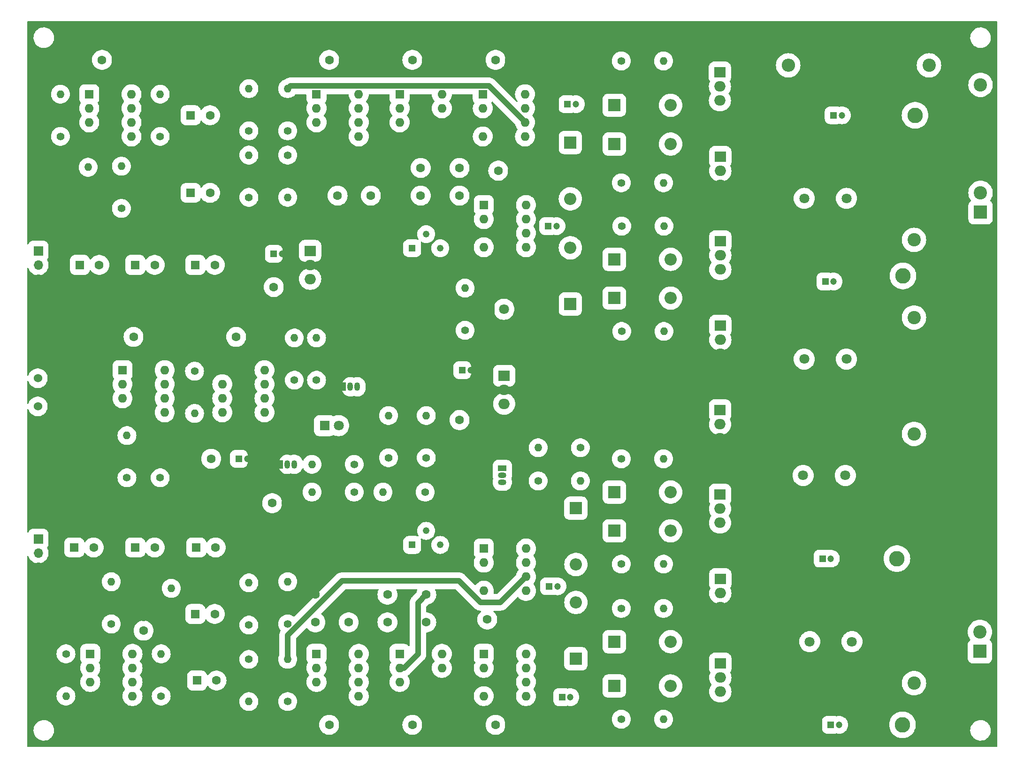
<source format=gbr>
%TF.GenerationSoftware,KiCad,Pcbnew,7.0.8*%
%TF.CreationDate,2024-01-24T17:07:03-05:00*%
%TF.ProjectId,classd-amp,636c6173-7364-42d6-916d-702e6b696361,rev?*%
%TF.SameCoordinates,Original*%
%TF.FileFunction,Copper,L3,Inr*%
%TF.FilePolarity,Positive*%
%FSLAX46Y46*%
G04 Gerber Fmt 4.6, Leading zero omitted, Abs format (unit mm)*
G04 Created by KiCad (PCBNEW 7.0.8) date 2024-01-24 17:07:03*
%MOMM*%
%LPD*%
G01*
G04 APERTURE LIST*
%TA.AperFunction,ComponentPad*%
%ADD10C,1.524000*%
%TD*%
%TA.AperFunction,ComponentPad*%
%ADD11C,2.800000*%
%TD*%
%TA.AperFunction,ComponentPad*%
%ADD12O,2.800000X2.800000*%
%TD*%
%TA.AperFunction,ComponentPad*%
%ADD13R,1.200000X1.200000*%
%TD*%
%TA.AperFunction,ComponentPad*%
%ADD14C,1.200000*%
%TD*%
%TA.AperFunction,ComponentPad*%
%ADD15C,2.400000*%
%TD*%
%TA.AperFunction,ComponentPad*%
%ADD16R,2.400000X2.400000*%
%TD*%
%TA.AperFunction,ComponentPad*%
%ADD17C,1.800000*%
%TD*%
%TA.AperFunction,ComponentPad*%
%ADD18C,1.400000*%
%TD*%
%TA.AperFunction,ComponentPad*%
%ADD19O,1.400000X1.400000*%
%TD*%
%TA.AperFunction,ComponentPad*%
%ADD20R,1.600000X1.600000*%
%TD*%
%TA.AperFunction,ComponentPad*%
%ADD21O,1.600000X1.600000*%
%TD*%
%TA.AperFunction,ComponentPad*%
%ADD22O,2.000000X1.905000*%
%TD*%
%TA.AperFunction,ComponentPad*%
%ADD23R,2.000000X1.905000*%
%TD*%
%TA.AperFunction,ComponentPad*%
%ADD24C,1.600000*%
%TD*%
%TA.AperFunction,ComponentPad*%
%ADD25O,2.400000X2.400000*%
%TD*%
%TA.AperFunction,ComponentPad*%
%ADD26R,1.222000X1.222000*%
%TD*%
%TA.AperFunction,ComponentPad*%
%ADD27C,1.222000*%
%TD*%
%TA.AperFunction,ComponentPad*%
%ADD28R,2.200000X2.200000*%
%TD*%
%TA.AperFunction,ComponentPad*%
%ADD29O,2.200000X2.200000*%
%TD*%
%TA.AperFunction,ComponentPad*%
%ADD30R,1.800000X1.800000*%
%TD*%
%TA.AperFunction,ComponentPad*%
%ADD31R,1.700000X1.700000*%
%TD*%
%TA.AperFunction,ComponentPad*%
%ADD32O,1.700000X1.700000*%
%TD*%
%TA.AperFunction,ComponentPad*%
%ADD33R,1.050000X1.500000*%
%TD*%
%TA.AperFunction,ComponentPad*%
%ADD34O,1.050000X1.500000*%
%TD*%
%TA.AperFunction,ComponentPad*%
%ADD35R,1.500000X1.050000*%
%TD*%
%TA.AperFunction,ComponentPad*%
%ADD36O,1.500000X1.050000*%
%TD*%
%TA.AperFunction,Conductor*%
%ADD37C,1.000000*%
%TD*%
G04 APERTURE END LIST*
D10*
%TO.N,GND*%
%TO.C,J2*%
X58000000Y-106000000D03*
%TO.N,LIN*%
X52920000Y-103460000D03*
%TO.N,RIN*%
X52920000Y-108540000D03*
%TD*%
D11*
%TO.N,Net-(C46-Pad2)*%
%TO.C,R38*%
X208920000Y-166000000D03*
D12*
%TO.N,GND*%
X214000000Y-166000000D03*
%TD*%
D11*
%TO.N,Net-(C47-Pad2)*%
%TO.C,R39*%
X207920000Y-136000000D03*
D12*
%TO.N,GND*%
X213000000Y-136000000D03*
%TD*%
D13*
%TO.N,/Right Channel/ROUT+*%
%TO.C,C46*%
X196000000Y-166000000D03*
D14*
%TO.N,Net-(C46-Pad2)*%
X197500000Y-166000000D03*
%TD*%
D15*
%TO.N,/Right Channel/ROUT-*%
%TO.C,C44*%
X211000000Y-113500000D03*
%TO.N,GND*%
X211000000Y-128500000D03*
%TD*%
%TO.N,/Right Channel/ROUT+*%
%TO.C,C45*%
X211000000Y-158500000D03*
%TO.N,GND*%
X211000000Y-143500000D03*
%TD*%
D13*
%TO.N,/Right Channel/ROUT-*%
%TO.C,C47*%
X194500000Y-136000000D03*
D14*
%TO.N,Net-(C47-Pad2)*%
X196000000Y-136000000D03*
%TD*%
D16*
%TO.N,/Right Channel/ROUT+*%
%TO.C,J4*%
X222900000Y-152750000D03*
D15*
%TO.N,/Right Channel/ROUT-*%
X222900000Y-149250000D03*
%TD*%
D17*
%TO.N,Net-(Q8-S)*%
%TO.C,L4*%
X192190000Y-151000000D03*
%TO.N,/Right Channel/ROUT+*%
X199810000Y-151000000D03*
%TD*%
%TO.N,Net-(Q10-S)*%
%TO.C,L3*%
X191000000Y-121000000D03*
%TO.N,/Right Channel/ROUT-*%
X198620000Y-121000000D03*
%TD*%
D18*
%TO.N,Net-(D12-K)*%
%TO.C,R36*%
X158190000Y-137000000D03*
D19*
%TO.N,Net-(D12-A)*%
X165810000Y-137000000D03*
%TD*%
D18*
%TO.N,Net-(U11A--)*%
%TO.C,R32*%
X98000000Y-147810000D03*
D19*
%TO.N,Net-(Q8-S)*%
X98000000Y-140190000D03*
%TD*%
D18*
%TO.N,Net-(D7-A)*%
%TO.C,R21*%
X123000000Y-117810000D03*
D19*
%TO.N,+5V*%
X123000000Y-110190000D03*
%TD*%
D20*
%TO.N,Net-(U1A--)*%
%TO.C,U1*%
X62200000Y-52200000D03*
D21*
X62200000Y-54740000D03*
%TO.N,Net-(U1A-+)*%
X62200000Y-57280000D03*
%TO.N,GND*%
X62200000Y-59820000D03*
%TO.N,BIAS*%
X69820000Y-59820000D03*
%TO.N,Net-(U1B--)*%
X69820000Y-57280000D03*
%TO.N,Net-(C5-Pad1)*%
X69820000Y-54740000D03*
%TO.N,+5V*%
X69820000Y-52200000D03*
%TD*%
D22*
%TO.N,Net-(Q8-S)*%
%TO.C,Q8*%
X176055000Y-160020000D03*
%TO.N,DRIVE+*%
X176055000Y-157480000D03*
D23*
%TO.N,Net-(D10-A)*%
X176055000Y-154940000D03*
%TD*%
D20*
%TO.N,Net-(C2-Pad1)*%
%TO.C,C2*%
X70500000Y-83000000D03*
D24*
%TO.N,Net-(C2-Pad2)*%
X74000000Y-83000000D03*
%TD*%
D15*
%TO.N,B+*%
%TO.C,R17*%
X213700000Y-47000000D03*
D25*
%TO.N,DRIVE+*%
X188300000Y-47000000D03*
%TD*%
D26*
%TO.N,unconnected-(RV2-Pad1)*%
%TO.C,RV2*%
X120460000Y-80000000D03*
D27*
%TO.N,Net-(C10-Pad2)*%
X123000000Y-77460000D03*
%TO.N,BIAS*%
X125540000Y-80000000D03*
%TD*%
D18*
%TO.N,Net-(D7-A)*%
%TO.C,R21*%
X110010000Y-119000000D03*
D19*
%TO.N,+5V*%
X102390000Y-119000000D03*
%TD*%
D20*
%TO.N,Net-(C18-Pad1)*%
%TO.C,C18*%
X59500000Y-134000000D03*
D24*
%TO.N,RIN*%
X63000000Y-134000000D03*
%TD*%
D20*
%TO.N,Net-(U4-Q)*%
%TO.C,U5*%
X133200000Y-52200000D03*
D21*
%TO.N,~{SHUTDOWN}*%
X133200000Y-54740000D03*
%TO.N,GND*%
X133200000Y-57280000D03*
%TO.N,Net-(D4-K)*%
X133200000Y-59820000D03*
%TO.N,+12V*%
X140820000Y-59820000D03*
%TO.N,Net-(Q1-S)*%
X140820000Y-57280000D03*
%TO.N,Net-(D3-K)*%
X140820000Y-54740000D03*
%TO.N,Net-(D1-K)*%
X140820000Y-52200000D03*
%TD*%
D28*
%TO.N,Net-(D8-K)*%
%TO.C,D8*%
X150000000Y-154080000D03*
D29*
%TO.N,+12V*%
X150000000Y-143920000D03*
%TD*%
D18*
%TO.N,GND*%
%TO.C,R27*%
X77000000Y-149000000D03*
D19*
%TO.N,Net-(U10A-+)*%
X77000000Y-141380000D03*
%TD*%
D16*
%TO.N,/Left Channel/LOUT+*%
%TO.C,J3*%
X223000000Y-73500000D03*
D15*
%TO.N,/Left Channel/LOUT-*%
X223000000Y-70000000D03*
%TD*%
D22*
%TO.N,Net-(Q10-S)*%
%TO.C,Q10*%
X176000000Y-129540000D03*
%TO.N,DRIVE+*%
X176000000Y-127000000D03*
D23*
%TO.N,Net-(D12-A)*%
X176000000Y-124460000D03*
%TD*%
%TO.N,B+*%
%TO.C,U7*%
X137055000Y-103000000D03*
D22*
%TO.N,GND*%
X137055000Y-105540000D03*
%TO.N,+12V*%
X137055000Y-108080000D03*
%TD*%
D23*
%TO.N,Net-(D4-A)*%
%TO.C,Q2*%
X176055000Y-63500000D03*
D22*
%TO.N,Net-(Q1-S)*%
X176055000Y-66040000D03*
%TO.N,GND*%
X176055000Y-68580000D03*
%TD*%
D20*
%TO.N,Net-(U10A-+)*%
%TO.C,C20*%
X81500000Y-134000000D03*
D24*
%TO.N,Net-(C19-Pad2)*%
X85000000Y-134000000D03*
%TD*%
D18*
%TO.N,Net-(U1A-+)*%
%TO.C,R1*%
X68000000Y-72810000D03*
D19*
%TO.N,+5V*%
X68000000Y-65190000D03*
%TD*%
D24*
%TO.N,Net-(C37-Pad2)*%
%TO.C,C38*%
X123000000Y-147500000D03*
%TO.N,Net-(U12-+)*%
X123000000Y-142500000D03*
%TD*%
D18*
%TO.N,Net-(Q7-B)*%
%TO.C,R18*%
X103200000Y-103810000D03*
D19*
%TO.N,Net-(U3-Q)*%
X103200000Y-96190000D03*
%TD*%
D24*
%TO.N,+12V*%
%TO.C,C41*%
X134000000Y-147000000D03*
%TO.N,GND*%
X136500000Y-147000000D03*
%TD*%
%TO.N,+5V*%
%TO.C,C17*%
X88700000Y-96000000D03*
%TO.N,GND*%
X91200000Y-96000000D03*
%TD*%
D18*
%TO.N,Net-(U1B--)*%
%TO.C,R4*%
X75000000Y-59810000D03*
D19*
%TO.N,Net-(C5-Pad1)*%
X75000000Y-52190000D03*
%TD*%
D20*
%TO.N,Net-(C19-Pad1)*%
%TO.C,C19*%
X70500000Y-134000000D03*
D24*
%TO.N,Net-(C19-Pad2)*%
X74000000Y-134000000D03*
%TD*%
%TO.N,+5V*%
%TO.C,C32*%
X70200000Y-96000000D03*
%TO.N,GND*%
X72700000Y-96000000D03*
%TD*%
D13*
%TO.N,Net-(U3-DIS)*%
%TO.C,C31*%
X89200000Y-118000000D03*
D14*
%TO.N,GND*%
X90700000Y-118000000D03*
%TD*%
D18*
%TO.N,Net-(D3-K)*%
%TO.C,R9*%
X158190000Y-46200000D03*
D19*
%TO.N,Net-(D3-A)*%
X165810000Y-46200000D03*
%TD*%
D18*
%TO.N,Net-(U11A-+)*%
%TO.C,R33*%
X98000000Y-161810000D03*
D19*
%TO.N,Net-(Q10-S)*%
X98000000Y-154190000D03*
%TD*%
D18*
%TO.N,Net-(C33-Pad2)*%
%TO.C,R30*%
X91000000Y-148000000D03*
D19*
%TO.N,Net-(U11A--)*%
X91000000Y-140380000D03*
%TD*%
D18*
%TO.N,Net-(D13-K)*%
%TO.C,R37*%
X158190000Y-118000000D03*
D19*
%TO.N,Net-(D13-A)*%
X165810000Y-118000000D03*
%TD*%
D28*
%TO.N,Net-(D1-K)*%
%TO.C,D1*%
X149000000Y-60920000D03*
D29*
%TO.N,+12V*%
X149000000Y-71080000D03*
%TD*%
D13*
%TO.N,/Left Channel/LOUT+*%
%TO.C,C23*%
X196500000Y-56000000D03*
D14*
%TO.N,Net-(C23-Pad2)*%
X198000000Y-56000000D03*
%TD*%
D24*
%TO.N,Net-(U11A-+)*%
%TO.C,C36*%
X103000000Y-147500000D03*
%TO.N,GND*%
X103000000Y-142500000D03*
%TD*%
%TO.N,+12V*%
%TO.C,C25*%
X129000000Y-111000000D03*
%TO.N,GND*%
X131500000Y-111000000D03*
%TD*%
%TO.N,+12V*%
%TO.C,C13*%
X135500000Y-46000000D03*
%TO.N,GND*%
X138000000Y-46000000D03*
%TD*%
D13*
%TO.N,Net-(D2-K)*%
%TO.C,C16*%
X145000000Y-76000000D03*
D14*
%TO.N,Net-(Q3-S)*%
X146500000Y-76000000D03*
%TD*%
D24*
%TO.N,+5V*%
%TO.C,C7*%
X105500000Y-46000000D03*
%TO.N,GND*%
X108000000Y-46000000D03*
%TD*%
D28*
%TO.N,Net-(D6-K)*%
%TO.C,D6*%
X156920000Y-89000000D03*
D29*
%TO.N,Net-(D6-A)*%
X167080000Y-89000000D03*
%TD*%
D26*
%TO.N,unconnected-(RV4-Pad1)*%
%TO.C,RV4*%
X120460000Y-133540000D03*
D27*
%TO.N,Net-(C37-Pad2)*%
X123000000Y-131000000D03*
%TO.N,BIAS*%
X125540000Y-133540000D03*
%TD*%
D18*
%TO.N,Net-(D2-K)*%
%TO.C,R11*%
X158270000Y-76000000D03*
D19*
%TO.N,Net-(D5-A)*%
X165890000Y-76000000D03*
%TD*%
D20*
%TO.N,Net-(U1A--)*%
%TO.C,C6*%
X80500000Y-70000000D03*
D24*
%TO.N,Net-(C6-Pad2)*%
X84000000Y-70000000D03*
%TD*%
D28*
%TO.N,Net-(D12-K)*%
%TO.C,D12*%
X156920000Y-131000000D03*
D29*
%TO.N,Net-(D12-A)*%
X167080000Y-131000000D03*
%TD*%
D23*
%TO.N,Net-(D3-A)*%
%TO.C,Q1*%
X175975000Y-48260000D03*
D22*
%TO.N,DRIVE+*%
X175975000Y-50800000D03*
%TO.N,Net-(Q1-S)*%
X175975000Y-53340000D03*
%TD*%
D18*
%TO.N,Net-(Q5-B)*%
%TO.C,R20*%
X143190000Y-122000000D03*
D19*
%TO.N,DRIVE+*%
X150810000Y-122000000D03*
%TD*%
D24*
%TO.N,+5V*%
%TO.C,C12*%
X120500000Y-46000000D03*
%TO.N,GND*%
X123000000Y-46000000D03*
%TD*%
D28*
%TO.N,Net-(D2-K)*%
%TO.C,D5*%
X156920000Y-82000000D03*
D29*
%TO.N,Net-(D5-A)*%
X167080000Y-82000000D03*
%TD*%
D17*
%TO.N,Net-(Q1-S)*%
%TO.C,L2*%
X191190000Y-71000000D03*
%TO.N,/Left Channel/LOUT+*%
X198810000Y-71000000D03*
%TD*%
D13*
%TO.N,+5V*%
%TO.C,C28*%
X95500000Y-81000000D03*
D14*
%TO.N,GND*%
X97000000Y-81000000D03*
%TD*%
D18*
%TO.N,Net-(Q5-C)*%
%TO.C,R23*%
X122810000Y-124000000D03*
D19*
%TO.N,Net-(Q6-B)*%
X115190000Y-124000000D03*
%TD*%
D20*
%TO.N,Net-(C5-Pad1)*%
%TO.C,C5*%
X80500000Y-56000000D03*
D24*
%TO.N,Net-(C5-Pad2)*%
X84000000Y-56000000D03*
%TD*%
D20*
%TO.N,Net-(U12-~{Q})*%
%TO.C,U14*%
X133380000Y-134200000D03*
D21*
%TO.N,~{SHUTDOWN}*%
X133380000Y-136740000D03*
%TO.N,GND*%
X133380000Y-139280000D03*
%TO.N,Net-(D13-K)*%
X133380000Y-141820000D03*
%TO.N,+12V*%
X141000000Y-141820000D03*
%TO.N,Net-(Q10-S)*%
X141000000Y-139280000D03*
%TO.N,Net-(D12-K)*%
X141000000Y-136740000D03*
X141000000Y-134200000D03*
%TD*%
D24*
%TO.N,Net-(U2A--)*%
%TO.C,C10*%
X122000000Y-70500000D03*
%TO.N,Net-(C10-Pad2)*%
X122000000Y-65500000D03*
%TD*%
D20*
%TO.N,Net-(U12-Q)*%
%TO.C,U13*%
X133380000Y-153200000D03*
D21*
%TO.N,~{SHUTDOWN}*%
X133380000Y-155740000D03*
%TO.N,GND*%
X133380000Y-158280000D03*
%TO.N,Net-(D11-K)*%
X133380000Y-160820000D03*
%TO.N,+12V*%
X141000000Y-160820000D03*
%TO.N,Net-(Q8-S)*%
X141000000Y-158280000D03*
%TO.N,Net-(D10-K)*%
X141000000Y-155740000D03*
%TO.N,Net-(D8-K)*%
X141000000Y-153200000D03*
%TD*%
D24*
%TO.N,Net-(U11A--)*%
%TO.C,C37*%
X116000000Y-147500000D03*
%TO.N,Net-(C37-Pad2)*%
X116000000Y-142500000D03*
%TD*%
%TO.N,Net-(U2A--)*%
%TO.C,C8*%
X113000000Y-70500000D03*
%TO.N,GND*%
X113000000Y-65500000D03*
%TD*%
D13*
%TO.N,Net-(D1-K)*%
%TO.C,C15*%
X148500000Y-54000000D03*
D14*
%TO.N,Net-(Q1-S)*%
X150000000Y-54000000D03*
%TD*%
D20*
%TO.N,GND*%
%TO.C,U3*%
X86200000Y-102000000D03*
D21*
%TO.N,Net-(Q6-C)*%
X86200000Y-104540000D03*
%TO.N,Net-(U3-Q)*%
X86200000Y-107080000D03*
%TO.N,+5V*%
X86200000Y-109620000D03*
%TO.N,Net-(U3-CV)*%
X93820000Y-109620000D03*
%TO.N,Net-(U3-DIS)*%
X93820000Y-107080000D03*
X93820000Y-104540000D03*
%TO.N,+5V*%
X93820000Y-102000000D03*
%TD*%
D22*
%TO.N,GND*%
%TO.C,Q9*%
X176055000Y-144780000D03*
%TO.N,Net-(Q8-S)*%
X176055000Y-142240000D03*
D23*
%TO.N,Net-(D11-A)*%
X176055000Y-139700000D03*
%TD*%
D24*
%TO.N,+5V*%
%TO.C,C39*%
X120500000Y-166000000D03*
%TO.N,GND*%
X123000000Y-166000000D03*
%TD*%
D18*
%TO.N,Net-(D4-K)*%
%TO.C,R10*%
X158190000Y-68200000D03*
D19*
%TO.N,Net-(D4-A)*%
X165810000Y-68200000D03*
%TD*%
D18*
%TO.N,+5V*%
%TO.C,R15*%
X69000000Y-121420000D03*
D19*
%TO.N,Net-(U9A-+)*%
X69000000Y-113800000D03*
%TD*%
D18*
%TO.N,Net-(D10-K)*%
%TO.C,R34*%
X158190000Y-165000000D03*
D19*
%TO.N,Net-(D10-A)*%
X165810000Y-165000000D03*
%TD*%
D13*
%TO.N,Net-(D12-K)*%
%TO.C,C43*%
X145180000Y-141000000D03*
D14*
%TO.N,Net-(Q10-S)*%
X146680000Y-141000000D03*
%TD*%
D18*
%TO.N,+5V*%
%TO.C,R25*%
X99200000Y-103810000D03*
D19*
%TO.N,Net-(U3-DIS)*%
X99200000Y-96190000D03*
%TD*%
D20*
%TO.N,+5V*%
%TO.C,U12*%
X118200000Y-153200000D03*
D21*
%TO.N,Net-(U12-+)*%
X118200000Y-155740000D03*
%TO.N,BIAS*%
X118200000Y-158280000D03*
%TO.N,GND*%
X118200000Y-160820000D03*
X125820000Y-160820000D03*
X125820000Y-158280000D03*
%TO.N,Net-(U12-Q)*%
X125820000Y-155740000D03*
%TO.N,Net-(U12-~{Q})*%
X125820000Y-153200000D03*
%TD*%
D13*
%TO.N,+12V*%
%TO.C,C26*%
X129500000Y-102000000D03*
D14*
%TO.N,GND*%
X131000000Y-102000000D03*
%TD*%
D20*
%TO.N,+5V*%
%TO.C,U4*%
X118200000Y-52200000D03*
D21*
%TO.N,Net-(U4-+)*%
X118200000Y-54740000D03*
%TO.N,BIAS*%
X118200000Y-57280000D03*
%TO.N,GND*%
X118200000Y-59820000D03*
X125820000Y-59820000D03*
X125820000Y-57280000D03*
%TO.N,Net-(U4-Q)*%
X125820000Y-54740000D03*
%TO.N,Net-(U4-~{Q})*%
X125820000Y-52200000D03*
%TD*%
D15*
%TO.N,/Left Channel/LOUT-*%
%TO.C,C21*%
X211000000Y-92500000D03*
%TO.N,GND*%
X211000000Y-107500000D03*
%TD*%
D28*
%TO.N,Net-(D2-K)*%
%TO.C,D2*%
X149000000Y-90080000D03*
D29*
%TO.N,+12V*%
X149000000Y-79920000D03*
%TD*%
D17*
%TO.N,Net-(Q3-S)*%
%TO.C,L1*%
X191190000Y-100000000D03*
%TO.N,/Left Channel/LOUT-*%
X198810000Y-100000000D03*
%TD*%
D24*
%TO.N,Net-(U3-CV)*%
%TO.C,C30*%
X84200000Y-118000000D03*
%TO.N,GND*%
X84200000Y-115500000D03*
%TD*%
D30*
%TO.N,GND*%
%TO.C,D14*%
X134460000Y-91000000D03*
D17*
%TO.N,Net-(D14-A)*%
X137000000Y-91000000D03*
%TD*%
D22*
%TO.N,GND*%
%TO.C,Q11*%
X176000000Y-114300000D03*
%TO.N,Net-(Q10-S)*%
X176000000Y-111760000D03*
D23*
%TO.N,Net-(D13-A)*%
X176000000Y-109220000D03*
%TD*%
D24*
%TO.N,+12V*%
%TO.C,C14*%
X136000000Y-66000000D03*
%TO.N,GND*%
X138500000Y-66000000D03*
%TD*%
%TO.N,+5V*%
%TO.C,C27*%
X95500000Y-87000000D03*
%TO.N,GND*%
X98000000Y-87000000D03*
%TD*%
D20*
%TO.N,Net-(C33-Pad1)*%
%TO.C,C33*%
X81347349Y-146000000D03*
D24*
%TO.N,Net-(C33-Pad2)*%
X84847349Y-146000000D03*
%TD*%
D18*
%TO.N,GND*%
%TO.C,R2*%
X62000000Y-73000000D03*
D19*
%TO.N,Net-(U1A-+)*%
X62000000Y-65380000D03*
%TD*%
D18*
%TO.N,Net-(C5-Pad2)*%
%TO.C,R5*%
X91000000Y-58810000D03*
D19*
%TO.N,Net-(U2A--)*%
X91000000Y-51190000D03*
%TD*%
D18*
%TO.N,+5V*%
%TO.C,R22*%
X116200000Y-117810000D03*
D19*
%TO.N,~{SHUTDOWN}*%
X116200000Y-110190000D03*
%TD*%
D13*
%TO.N,Net-(D8-K)*%
%TO.C,C42*%
X147500000Y-161000000D03*
D14*
%TO.N,Net-(Q8-S)*%
X149000000Y-161000000D03*
%TD*%
D20*
%TO.N,Net-(U1A-+)*%
%TO.C,C4*%
X81347349Y-83000000D03*
D24*
%TO.N,Net-(C2-Pad2)*%
X84847349Y-83000000D03*
%TD*%
D28*
%TO.N,Net-(D10-K)*%
%TO.C,D10*%
X156920000Y-159000000D03*
D29*
%TO.N,Net-(D10-A)*%
X167080000Y-159000000D03*
%TD*%
D24*
%TO.N,Net-(U11A--)*%
%TO.C,C35*%
X109000000Y-147500000D03*
%TO.N,GND*%
X109000000Y-142500000D03*
%TD*%
D31*
%TO.N,Net-(C18-Pad1)*%
%TO.C,RV3*%
X53000000Y-132475000D03*
D32*
%TO.N,Net-(C19-Pad2)*%
X53000000Y-135015000D03*
%TO.N,GND*%
X53000000Y-137555000D03*
%TD*%
D16*
%TO.N,GND*%
%TO.C,J1*%
X223000000Y-54000000D03*
D15*
%TO.N,B+*%
X223000000Y-50500000D03*
%TD*%
D28*
%TO.N,Net-(D11-K)*%
%TO.C,D11*%
X156920000Y-151000000D03*
D29*
%TO.N,Net-(D11-A)*%
X167080000Y-151000000D03*
%TD*%
D28*
%TO.N,Net-(D12-K)*%
%TO.C,D9*%
X150000000Y-126920000D03*
D29*
%TO.N,+12V*%
X150000000Y-137080000D03*
%TD*%
D18*
%TO.N,+5V*%
%TO.C,R24*%
X81200000Y-102190000D03*
D19*
%TO.N,Net-(Q6-C)*%
X81200000Y-109810000D03*
%TD*%
D18*
%TO.N,Net-(C2-Pad1)*%
%TO.C,R3*%
X57000000Y-59810000D03*
D19*
%TO.N,Net-(U1B--)*%
X57000000Y-52190000D03*
%TD*%
D13*
%TO.N,/Left Channel/LOUT-*%
%TO.C,C24*%
X195000000Y-86000000D03*
D14*
%TO.N,Net-(C24-Pad2)*%
X196500000Y-86000000D03*
%TD*%
D20*
%TO.N,Net-(C1-Pad1)*%
%TO.C,C1*%
X60500000Y-83000000D03*
D24*
%TO.N,LIN*%
X64000000Y-83000000D03*
%TD*%
%TO.N,Net-(Q6-B)*%
%TO.C,C29*%
X95200000Y-126000000D03*
%TO.N,GND*%
X97700000Y-126000000D03*
%TD*%
D22*
%TO.N,GND*%
%TO.C,Q4*%
X176055000Y-99060000D03*
%TO.N,Net-(Q3-S)*%
X176055000Y-96520000D03*
D23*
%TO.N,Net-(D6-A)*%
X176055000Y-93980000D03*
%TD*%
D33*
%TO.N,GND*%
%TO.C,Q6*%
X96660000Y-119000000D03*
D34*
%TO.N,Net-(Q6-B)*%
X97930000Y-119000000D03*
%TO.N,Net-(Q6-C)*%
X99200000Y-119000000D03*
%TD*%
D35*
%TO.N,B+*%
%TO.C,Q5*%
X136730000Y-119730000D03*
D36*
%TO.N,Net-(Q5-B)*%
X136730000Y-121000000D03*
%TO.N,Net-(Q5-C)*%
X136730000Y-122270000D03*
%TD*%
D20*
%TO.N,Net-(U4-~{Q})*%
%TO.C,U6*%
X133380000Y-72200000D03*
D21*
%TO.N,~{SHUTDOWN}*%
X133380000Y-74740000D03*
%TO.N,GND*%
X133380000Y-77280000D03*
%TO.N,Net-(D6-K)*%
X133380000Y-79820000D03*
%TO.N,+12V*%
X141000000Y-79820000D03*
%TO.N,Net-(Q3-S)*%
X141000000Y-77280000D03*
%TO.N,Net-(D2-K)*%
X141000000Y-74740000D03*
X141000000Y-72200000D03*
%TD*%
D18*
%TO.N,Net-(U9A-+)*%
%TO.C,R16*%
X75000000Y-121420000D03*
D19*
%TO.N,GND*%
X75000000Y-113800000D03*
%TD*%
D12*
%TO.N,GND*%
%TO.C,R14*%
X214080000Y-85000000D03*
D11*
%TO.N,Net-(C24-Pad2)*%
X209000000Y-85000000D03*
%TD*%
D18*
%TO.N,+12V*%
%TO.C,R40*%
X130000000Y-94810000D03*
D19*
%TO.N,Net-(D14-A)*%
X130000000Y-87190000D03*
%TD*%
D31*
%TO.N,Net-(C1-Pad1)*%
%TO.C,RV1*%
X53000000Y-80475000D03*
D32*
%TO.N,Net-(C2-Pad2)*%
X53000000Y-83015000D03*
%TO.N,GND*%
X53000000Y-85555000D03*
%TD*%
D18*
%TO.N,Net-(C34-Pad2)*%
%TO.C,R31*%
X91000000Y-154190000D03*
D19*
%TO.N,Net-(U11A-+)*%
X91000000Y-161810000D03*
%TD*%
D20*
%TO.N,Net-(U4-+)*%
%TO.C,U2*%
X103200000Y-52200000D03*
D21*
%TO.N,Net-(U2A--)*%
X103200000Y-54740000D03*
%TO.N,Net-(U2A-+)*%
X103200000Y-57280000D03*
%TO.N,GND*%
X103200000Y-59820000D03*
%TO.N,N/C*%
X110820000Y-59820000D03*
X110820000Y-57280000D03*
X110820000Y-54740000D03*
%TO.N,+5V*%
X110820000Y-52200000D03*
%TD*%
D28*
%TO.N,Net-(D3-K)*%
%TO.C,D3*%
X156920000Y-54200000D03*
D29*
%TO.N,Net-(D3-A)*%
X167080000Y-54200000D03*
%TD*%
D18*
%TO.N,+5V*%
%TO.C,R22*%
X110010000Y-124000000D03*
D19*
%TO.N,~{SHUTDOWN}*%
X102390000Y-124000000D03*
%TD*%
D23*
%TO.N,Net-(D5-A)*%
%TO.C,Q3*%
X176055000Y-78740000D03*
D22*
%TO.N,DRIVE+*%
X176055000Y-81280000D03*
%TO.N,Net-(Q3-S)*%
X176055000Y-83820000D03*
%TD*%
D30*
%TO.N,~{SHUTDOWN}*%
%TO.C,D7*%
X104660000Y-112000000D03*
D17*
%TO.N,Net-(D7-A)*%
X107200000Y-112000000D03*
%TD*%
D18*
%TO.N,B+*%
%TO.C,R19*%
X150810000Y-116000000D03*
D19*
%TO.N,Net-(Q5-B)*%
X143190000Y-116000000D03*
%TD*%
D24*
%TO.N,Net-(U2A-+)*%
%TO.C,C9*%
X107000000Y-70500000D03*
%TO.N,GND*%
X107000000Y-65500000D03*
%TD*%
%TO.N,+5V*%
%TO.C,C48*%
X72000000Y-149000000D03*
%TO.N,GND*%
X72000000Y-146500000D03*
%TD*%
%TO.N,+12V*%
%TO.C,C40*%
X135500000Y-166000000D03*
%TO.N,GND*%
X138000000Y-166000000D03*
%TD*%
%TO.N,Net-(C10-Pad2)*%
%TO.C,C11*%
X129000000Y-70500000D03*
%TO.N,Net-(U4-+)*%
X129000000Y-65500000D03*
%TD*%
D18*
%TO.N,Net-(D6-K)*%
%TO.C,R12*%
X158270000Y-95000000D03*
D19*
%TO.N,Net-(D6-A)*%
X165890000Y-95000000D03*
%TD*%
D33*
%TO.N,GND*%
%TO.C,Q7*%
X108000000Y-105000000D03*
D34*
%TO.N,Net-(Q7-B)*%
X109270000Y-105000000D03*
%TO.N,~{SHUTDOWN}*%
X110540000Y-105000000D03*
%TD*%
D18*
%TO.N,Net-(U10A-+)*%
%TO.C,R26*%
X66180000Y-147810000D03*
D19*
%TO.N,+5V*%
X66180000Y-140190000D03*
%TD*%
D18*
%TO.N,Net-(C19-Pad1)*%
%TO.C,R28*%
X58000000Y-153190000D03*
D19*
%TO.N,Net-(U10B--)*%
X58000000Y-160810000D03*
%TD*%
D18*
%TO.N,Net-(U2A-+)*%
%TO.C,R8*%
X98000000Y-63190000D03*
D19*
%TO.N,Net-(Q3-S)*%
X98000000Y-70810000D03*
%TD*%
D24*
%TO.N,+5V*%
%TO.C,C3*%
X64500000Y-46000000D03*
%TO.N,GND*%
X67000000Y-46000000D03*
%TD*%
D11*
%TO.N,Net-(C23-Pad2)*%
%TO.C,R13*%
X211185000Y-56000000D03*
D12*
%TO.N,GND*%
X216265000Y-56000000D03*
%TD*%
D18*
%TO.N,Net-(U10B--)*%
%TO.C,R29*%
X75180000Y-160810000D03*
D19*
%TO.N,Net-(C33-Pad1)*%
X75180000Y-153190000D03*
%TD*%
D18*
%TO.N,Net-(C6-Pad2)*%
%TO.C,R6*%
X91000000Y-70810000D03*
D19*
%TO.N,Net-(U2A-+)*%
X91000000Y-63190000D03*
%TD*%
D15*
%TO.N,/Left Channel/LOUT+*%
%TO.C,C22*%
X211000000Y-78500000D03*
%TO.N,GND*%
X211000000Y-63500000D03*
%TD*%
D28*
%TO.N,Net-(D13-K)*%
%TO.C,D13*%
X156920000Y-124000000D03*
D29*
%TO.N,Net-(D13-A)*%
X167080000Y-124000000D03*
%TD*%
D20*
%TO.N,Net-(U10A--)*%
%TO.C,U10*%
X62380000Y-153200000D03*
D21*
X62380000Y-155740000D03*
%TO.N,Net-(U10A-+)*%
X62380000Y-158280000D03*
%TO.N,GND*%
X62380000Y-160820000D03*
%TO.N,BIAS*%
X70000000Y-160820000D03*
%TO.N,Net-(U10B--)*%
X70000000Y-158280000D03*
%TO.N,Net-(C33-Pad1)*%
X70000000Y-155740000D03*
%TO.N,+5V*%
X70000000Y-153200000D03*
%TD*%
D20*
%TO.N,Net-(U10A--)*%
%TO.C,C34*%
X81652651Y-158000000D03*
D24*
%TO.N,Net-(C34-Pad2)*%
X85152651Y-158000000D03*
%TD*%
D18*
%TO.N,Net-(U2A--)*%
%TO.C,R7*%
X98000000Y-58810000D03*
D19*
%TO.N,Net-(Q1-S)*%
X98000000Y-51190000D03*
%TD*%
D18*
%TO.N,Net-(D11-K)*%
%TO.C,R35*%
X158190000Y-145000000D03*
D19*
%TO.N,Net-(D11-A)*%
X165810000Y-145000000D03*
%TD*%
D24*
%TO.N,+5V*%
%TO.C,C49*%
X105500000Y-166000000D03*
%TO.N,GND*%
X108000000Y-166000000D03*
%TD*%
D20*
%TO.N,BIAS*%
%TO.C,U9*%
X68200000Y-102000000D03*
D21*
X68200000Y-104540000D03*
%TO.N,Net-(U9A-+)*%
X68200000Y-107080000D03*
%TO.N,GND*%
X68200000Y-109620000D03*
%TO.N,N/C*%
X75820000Y-109620000D03*
X75820000Y-107080000D03*
X75820000Y-104540000D03*
%TO.N,+5V*%
X75820000Y-102000000D03*
%TD*%
D23*
%TO.N,+12V*%
%TO.C,U8*%
X102055000Y-80460000D03*
D22*
%TO.N,GND*%
X102055000Y-83000000D03*
%TO.N,+5V*%
X102055000Y-85540000D03*
%TD*%
D20*
%TO.N,Net-(U12-+)*%
%TO.C,U11*%
X103200000Y-153200000D03*
D21*
%TO.N,Net-(U11A--)*%
X103200000Y-155740000D03*
%TO.N,Net-(U11A-+)*%
X103200000Y-158280000D03*
%TO.N,GND*%
X103200000Y-160820000D03*
%TO.N,N/C*%
X110820000Y-160820000D03*
X110820000Y-158280000D03*
X110820000Y-155740000D03*
%TO.N,+5V*%
X110820000Y-153200000D03*
%TD*%
D28*
%TO.N,Net-(D4-K)*%
%TO.C,D4*%
X156920000Y-61200000D03*
D29*
%TO.N,Net-(D4-A)*%
X167080000Y-61200000D03*
%TD*%
D37*
%TO.N,Net-(Q10-S)*%
X98000000Y-154190000D02*
X98000000Y-149800000D01*
X98000000Y-149800000D02*
X107800000Y-140000000D01*
X128900000Y-140000000D02*
X132800000Y-143900000D01*
X107800000Y-140000000D02*
X128900000Y-140000000D01*
X136380000Y-143900000D02*
X141000000Y-139280000D01*
X132800000Y-143900000D02*
X136380000Y-143900000D01*
%TO.N,Net-(Q1-S)*%
X134287686Y-50697736D02*
X140820000Y-57230050D01*
X98000000Y-51190000D02*
X98492264Y-50697736D01*
X98492264Y-50697736D02*
X134287686Y-50697736D01*
X140820000Y-57230050D02*
X140820000Y-57280000D01*
%TO.N,Net-(U12-+)*%
X119000000Y-155740000D02*
X121500000Y-153240000D01*
X121500000Y-153240000D02*
X121500000Y-144000000D01*
X121500000Y-144000000D02*
X123000000Y-142500000D01*
X118200000Y-155740000D02*
X119000000Y-155740000D01*
%TD*%
%TA.AperFunction,Conductor*%
%TO.N,GND*%
G36*
X225943039Y-39019685D02*
G01*
X225988794Y-39072489D01*
X226000000Y-39124000D01*
X226000000Y-169876000D01*
X225980315Y-169943039D01*
X225927511Y-169988794D01*
X225876000Y-170000000D01*
X51124000Y-170000000D01*
X51056961Y-169980315D01*
X51011206Y-169927511D01*
X51000000Y-169876000D01*
X51000000Y-167067763D01*
X52145787Y-167067763D01*
X52175413Y-167337013D01*
X52175415Y-167337024D01*
X52240423Y-167585682D01*
X52243928Y-167599088D01*
X52349870Y-167848390D01*
X52490979Y-168079605D01*
X52490986Y-168079615D01*
X52664253Y-168287819D01*
X52664259Y-168287824D01*
X52769240Y-168381887D01*
X52865998Y-168468582D01*
X53091910Y-168618044D01*
X53337176Y-168733020D01*
X53337183Y-168733022D01*
X53337185Y-168733023D01*
X53596557Y-168811057D01*
X53596564Y-168811058D01*
X53596569Y-168811060D01*
X53864561Y-168850500D01*
X53864566Y-168850500D01*
X54067636Y-168850500D01*
X54119133Y-168846730D01*
X54270156Y-168835677D01*
X54382758Y-168810593D01*
X54534546Y-168776782D01*
X54534548Y-168776781D01*
X54534553Y-168776780D01*
X54787558Y-168680014D01*
X55023777Y-168547441D01*
X55238177Y-168381888D01*
X55426186Y-168186881D01*
X55583799Y-167966579D01*
X55669186Y-167800500D01*
X55707649Y-167725690D01*
X55707651Y-167725684D01*
X55707656Y-167725675D01*
X55795118Y-167469305D01*
X55844319Y-167202933D01*
X55854212Y-166932235D01*
X55824586Y-166662982D01*
X55756072Y-166400912D01*
X55650130Y-166151610D01*
X55557606Y-166000004D01*
X103694451Y-166000004D01*
X103714616Y-166269101D01*
X103774664Y-166532188D01*
X103774666Y-166532195D01*
X103840721Y-166700500D01*
X103873257Y-166783398D01*
X104008185Y-167017102D01*
X104144080Y-167187509D01*
X104176442Y-167228089D01*
X104293847Y-167337024D01*
X104374259Y-167411635D01*
X104597226Y-167563651D01*
X104840359Y-167680738D01*
X105098228Y-167760280D01*
X105098229Y-167760280D01*
X105098232Y-167760281D01*
X105365063Y-167800499D01*
X105365068Y-167800499D01*
X105365071Y-167800500D01*
X105365072Y-167800500D01*
X105634928Y-167800500D01*
X105634929Y-167800500D01*
X105634936Y-167800499D01*
X105901767Y-167760281D01*
X105901768Y-167760280D01*
X105901772Y-167760280D01*
X106159641Y-167680738D01*
X106402775Y-167563651D01*
X106625741Y-167411635D01*
X106823561Y-167228085D01*
X106991815Y-167017102D01*
X107126743Y-166783398D01*
X107225334Y-166532195D01*
X107285383Y-166269103D01*
X107294188Y-166151610D01*
X107305549Y-166000004D01*
X118694451Y-166000004D01*
X118714616Y-166269101D01*
X118774664Y-166532188D01*
X118774666Y-166532195D01*
X118840721Y-166700500D01*
X118873257Y-166783398D01*
X119008185Y-167017102D01*
X119144080Y-167187509D01*
X119176442Y-167228089D01*
X119293847Y-167337024D01*
X119374259Y-167411635D01*
X119597226Y-167563651D01*
X119840359Y-167680738D01*
X120098228Y-167760280D01*
X120098229Y-167760280D01*
X120098232Y-167760281D01*
X120365063Y-167800499D01*
X120365068Y-167800499D01*
X120365071Y-167800500D01*
X120365072Y-167800500D01*
X120634928Y-167800500D01*
X120634929Y-167800500D01*
X120634936Y-167800499D01*
X120901767Y-167760281D01*
X120901768Y-167760280D01*
X120901772Y-167760280D01*
X121159641Y-167680738D01*
X121402775Y-167563651D01*
X121625741Y-167411635D01*
X121823561Y-167228085D01*
X121991815Y-167017102D01*
X122126743Y-166783398D01*
X122225334Y-166532195D01*
X122285383Y-166269103D01*
X122294188Y-166151610D01*
X122305549Y-166000004D01*
X133694451Y-166000004D01*
X133714616Y-166269101D01*
X133774664Y-166532188D01*
X133774666Y-166532195D01*
X133840721Y-166700500D01*
X133873257Y-166783398D01*
X134008185Y-167017102D01*
X134144080Y-167187509D01*
X134176442Y-167228089D01*
X134293847Y-167337024D01*
X134374259Y-167411635D01*
X134597226Y-167563651D01*
X134840359Y-167680738D01*
X135098228Y-167760280D01*
X135098229Y-167760280D01*
X135098232Y-167760281D01*
X135365063Y-167800499D01*
X135365068Y-167800499D01*
X135365071Y-167800500D01*
X135365072Y-167800500D01*
X135634928Y-167800500D01*
X135634929Y-167800500D01*
X135634936Y-167800499D01*
X135901767Y-167760281D01*
X135901768Y-167760280D01*
X135901772Y-167760280D01*
X136159641Y-167680738D01*
X136402775Y-167563651D01*
X136625741Y-167411635D01*
X136823561Y-167228085D01*
X136991815Y-167017102D01*
X137126743Y-166783398D01*
X137225334Y-166532195D01*
X137285383Y-166269103D01*
X137294188Y-166151610D01*
X137305549Y-166000004D01*
X137305549Y-165999995D01*
X137288744Y-165775747D01*
X137285383Y-165730897D01*
X137225334Y-165467805D01*
X137126743Y-165216602D01*
X137001691Y-165000004D01*
X156484732Y-165000004D01*
X156503777Y-165254154D01*
X156552541Y-165467805D01*
X156560492Y-165502637D01*
X156653607Y-165739888D01*
X156781041Y-165960612D01*
X156939950Y-166159877D01*
X157126783Y-166333232D01*
X157337366Y-166476805D01*
X157337371Y-166476807D01*
X157337372Y-166476808D01*
X157337373Y-166476809D01*
X157449249Y-166530685D01*
X157566992Y-166587387D01*
X157566993Y-166587387D01*
X157566996Y-166587389D01*
X157810542Y-166662513D01*
X158062565Y-166700500D01*
X158317435Y-166700500D01*
X158569458Y-166662513D01*
X158813004Y-166587389D01*
X159042634Y-166476805D01*
X159253217Y-166333232D01*
X159440050Y-166159877D01*
X159598959Y-165960612D01*
X159726393Y-165739888D01*
X159819508Y-165502637D01*
X159876222Y-165254157D01*
X159893248Y-165026954D01*
X159895268Y-165000004D01*
X164104732Y-165000004D01*
X164123777Y-165254154D01*
X164172541Y-165467805D01*
X164180492Y-165502637D01*
X164273607Y-165739888D01*
X164401041Y-165960612D01*
X164559950Y-166159877D01*
X164746783Y-166333232D01*
X164957366Y-166476805D01*
X164957371Y-166476807D01*
X164957372Y-166476808D01*
X164957373Y-166476809D01*
X165069249Y-166530685D01*
X165186992Y-166587387D01*
X165186993Y-166587387D01*
X165186996Y-166587389D01*
X165430542Y-166662513D01*
X165682565Y-166700500D01*
X165937435Y-166700500D01*
X166189458Y-166662513D01*
X166433004Y-166587389D01*
X166662634Y-166476805D01*
X166873217Y-166333232D01*
X167060050Y-166159877D01*
X167218959Y-165960612D01*
X167346393Y-165739888D01*
X167439508Y-165502637D01*
X167476180Y-165341966D01*
X194399500Y-165341966D01*
X194399501Y-166658032D01*
X194399501Y-166658033D01*
X194410113Y-166777415D01*
X194466089Y-166973045D01*
X194466090Y-166973048D01*
X194466091Y-166973049D01*
X194560302Y-167153407D01*
X194564649Y-167158738D01*
X194688890Y-167311109D01*
X194720673Y-167337024D01*
X194846593Y-167439698D01*
X195026951Y-167533909D01*
X195222582Y-167589886D01*
X195341963Y-167600500D01*
X195341964Y-167600499D01*
X195341965Y-167600500D01*
X195341966Y-167600500D01*
X195905994Y-167600499D01*
X196658036Y-167600499D01*
X196777418Y-167589886D01*
X196969142Y-167535026D01*
X197032197Y-167533669D01*
X197248852Y-167585683D01*
X197500000Y-167605449D01*
X197751148Y-167585683D01*
X197996111Y-167526873D01*
X198228859Y-167430466D01*
X198443659Y-167298836D01*
X198635224Y-167135224D01*
X198798836Y-166943659D01*
X198930466Y-166728859D01*
X199026873Y-166496111D01*
X199085683Y-166251148D01*
X199105449Y-166000005D01*
X206514754Y-166000005D01*
X206533718Y-166301446D01*
X206533719Y-166301453D01*
X206533720Y-166301457D01*
X206588264Y-166587389D01*
X206590320Y-166598164D01*
X206683659Y-166885431D01*
X206683661Y-166885436D01*
X206812265Y-167158732D01*
X206812268Y-167158738D01*
X206974111Y-167413763D01*
X206974114Y-167413767D01*
X206974115Y-167413768D01*
X207132687Y-167605449D01*
X207166652Y-167646505D01*
X207386836Y-167853272D01*
X207386846Y-167853280D01*
X207631193Y-168030808D01*
X207631198Y-168030810D01*
X207631205Y-168030816D01*
X207895896Y-168176332D01*
X207895901Y-168176334D01*
X207895903Y-168176335D01*
X207895904Y-168176336D01*
X208176734Y-168287524D01*
X208176737Y-168287525D01*
X208274259Y-168312564D01*
X208469302Y-168362642D01*
X208616039Y-168381179D01*
X208768963Y-168400499D01*
X208768969Y-168400499D01*
X208768973Y-168400500D01*
X208768975Y-168400500D01*
X209071025Y-168400500D01*
X209071027Y-168400500D01*
X209071032Y-168400499D01*
X209071036Y-168400499D01*
X209150591Y-168390448D01*
X209370698Y-168362642D01*
X209663262Y-168287525D01*
X209663265Y-168287524D01*
X209944095Y-168176336D01*
X209944096Y-168176335D01*
X209944094Y-168176335D01*
X209944104Y-168176332D01*
X210208795Y-168030816D01*
X210453162Y-167853274D01*
X210673349Y-167646504D01*
X210865885Y-167413768D01*
X211027733Y-167158736D01*
X211070542Y-167067763D01*
X221145787Y-167067763D01*
X221175413Y-167337013D01*
X221175415Y-167337024D01*
X221240423Y-167585682D01*
X221243928Y-167599088D01*
X221349870Y-167848390D01*
X221490979Y-168079605D01*
X221490986Y-168079615D01*
X221664253Y-168287819D01*
X221664259Y-168287824D01*
X221769240Y-168381887D01*
X221865998Y-168468582D01*
X222091910Y-168618044D01*
X222337176Y-168733020D01*
X222337183Y-168733022D01*
X222337185Y-168733023D01*
X222596557Y-168811057D01*
X222596564Y-168811058D01*
X222596569Y-168811060D01*
X222864561Y-168850500D01*
X222864566Y-168850500D01*
X223067636Y-168850500D01*
X223119133Y-168846730D01*
X223270156Y-168835677D01*
X223382758Y-168810593D01*
X223534546Y-168776782D01*
X223534548Y-168776781D01*
X223534553Y-168776780D01*
X223787558Y-168680014D01*
X224023777Y-168547441D01*
X224238177Y-168381888D01*
X224426186Y-168186881D01*
X224583799Y-167966579D01*
X224669186Y-167800500D01*
X224707649Y-167725690D01*
X224707651Y-167725684D01*
X224707656Y-167725675D01*
X224795118Y-167469305D01*
X224844319Y-167202933D01*
X224854212Y-166932235D01*
X224824586Y-166662982D01*
X224756072Y-166400912D01*
X224650130Y-166151610D01*
X224509018Y-165920390D01*
X224419747Y-165813119D01*
X224335746Y-165712180D01*
X224335740Y-165712175D01*
X224134002Y-165531418D01*
X223908092Y-165381957D01*
X223908090Y-165381956D01*
X223662824Y-165266980D01*
X223662819Y-165266978D01*
X223662814Y-165266976D01*
X223403442Y-165188942D01*
X223403428Y-165188939D01*
X223287791Y-165171921D01*
X223135439Y-165149500D01*
X222932369Y-165149500D01*
X222932364Y-165149500D01*
X222729844Y-165164323D01*
X222729831Y-165164325D01*
X222465453Y-165223217D01*
X222465446Y-165223220D01*
X222212439Y-165319987D01*
X221976226Y-165452557D01*
X221761822Y-165618112D01*
X221573822Y-165813109D01*
X221573816Y-165813116D01*
X221416202Y-166033419D01*
X221416199Y-166033424D01*
X221292350Y-166274309D01*
X221292343Y-166274327D01*
X221204884Y-166530685D01*
X221204881Y-166530699D01*
X221194410Y-166587389D01*
X221158206Y-166783400D01*
X221155681Y-166797068D01*
X221155680Y-166797075D01*
X221145787Y-167067763D01*
X211070542Y-167067763D01*
X211156341Y-166885430D01*
X211249681Y-166598160D01*
X211306280Y-166301457D01*
X211309445Y-166251148D01*
X211325246Y-166000005D01*
X211325246Y-165999994D01*
X211306281Y-165698553D01*
X211306280Y-165698546D01*
X211306280Y-165698543D01*
X211249681Y-165401840D01*
X211156341Y-165114570D01*
X211128941Y-165056343D01*
X211038797Y-164864776D01*
X211027733Y-164841264D01*
X210938821Y-164701161D01*
X210865888Y-164586236D01*
X210772316Y-164473127D01*
X210673349Y-164353496D01*
X210453162Y-164146726D01*
X210453159Y-164146724D01*
X210453153Y-164146719D01*
X210208806Y-163969191D01*
X210208799Y-163969186D01*
X210208795Y-163969184D01*
X209944104Y-163823668D01*
X209944101Y-163823666D01*
X209944096Y-163823664D01*
X209944095Y-163823663D01*
X209663265Y-163712475D01*
X209663262Y-163712474D01*
X209370695Y-163637357D01*
X209071036Y-163599500D01*
X209071027Y-163599500D01*
X208768973Y-163599500D01*
X208768963Y-163599500D01*
X208469304Y-163637357D01*
X208176737Y-163712474D01*
X208176734Y-163712475D01*
X207895904Y-163823663D01*
X207895903Y-163823664D01*
X207631205Y-163969184D01*
X207631193Y-163969191D01*
X207386846Y-164146719D01*
X207386836Y-164146727D01*
X207166652Y-164353494D01*
X206974111Y-164586236D01*
X206812268Y-164841261D01*
X206812265Y-164841267D01*
X206683661Y-165114563D01*
X206683659Y-165114568D01*
X206590320Y-165401835D01*
X206533719Y-165698546D01*
X206533718Y-165698553D01*
X206514754Y-165999994D01*
X206514754Y-166000005D01*
X199105449Y-166000005D01*
X199105449Y-166000000D01*
X199085683Y-165748852D01*
X199026873Y-165503889D01*
X198984601Y-165401835D01*
X198930466Y-165271140D01*
X198798839Y-165056346D01*
X198798838Y-165056343D01*
X198736110Y-164982898D01*
X198635224Y-164864776D01*
X198495971Y-164745843D01*
X198443656Y-164701161D01*
X198443653Y-164701160D01*
X198228859Y-164569533D01*
X197996110Y-164473126D01*
X197751151Y-164414317D01*
X197500000Y-164394551D01*
X197248848Y-164414317D01*
X197032198Y-164466330D01*
X196969140Y-164464972D01*
X196869088Y-164436344D01*
X196777418Y-164410114D01*
X196777415Y-164410113D01*
X196777413Y-164410113D01*
X196686983Y-164402073D01*
X196658037Y-164399500D01*
X196658035Y-164399500D01*
X196658034Y-164399500D01*
X196094005Y-164399500D01*
X195341964Y-164399501D01*
X195312727Y-164402100D01*
X195222584Y-164410113D01*
X195026954Y-164466089D01*
X194967072Y-164497369D01*
X194846593Y-164560302D01*
X194846591Y-164560303D01*
X194846590Y-164560304D01*
X194688890Y-164688890D01*
X194560304Y-164846590D01*
X194466089Y-165026954D01*
X194441020Y-165114570D01*
X194419741Y-165188939D01*
X194410114Y-165222583D01*
X194410113Y-165222586D01*
X194399500Y-165341965D01*
X194399500Y-165341966D01*
X167476180Y-165341966D01*
X167496222Y-165254157D01*
X167513248Y-165026954D01*
X167515268Y-165000004D01*
X167515268Y-164999995D01*
X167496222Y-164745845D01*
X167486023Y-164701161D01*
X167439508Y-164497363D01*
X167346393Y-164260112D01*
X167218959Y-164039388D01*
X167060050Y-163840123D01*
X166873217Y-163666768D01*
X166662634Y-163523195D01*
X166662630Y-163523193D01*
X166662627Y-163523191D01*
X166662626Y-163523190D01*
X166433006Y-163412612D01*
X166433008Y-163412612D01*
X166189466Y-163337489D01*
X166189462Y-163337488D01*
X166189458Y-163337487D01*
X166068231Y-163319214D01*
X165937440Y-163299500D01*
X165937435Y-163299500D01*
X165682565Y-163299500D01*
X165682559Y-163299500D01*
X165525609Y-163323157D01*
X165430542Y-163337487D01*
X165430539Y-163337488D01*
X165430533Y-163337489D01*
X165186992Y-163412612D01*
X164957373Y-163523190D01*
X164957372Y-163523191D01*
X164746782Y-163666768D01*
X164559952Y-163840121D01*
X164559950Y-163840123D01*
X164401041Y-164039388D01*
X164273608Y-164260109D01*
X164180492Y-164497362D01*
X164180490Y-164497369D01*
X164123777Y-164745845D01*
X164104732Y-164999995D01*
X164104732Y-165000004D01*
X159895268Y-165000004D01*
X159895268Y-164999995D01*
X159876222Y-164745845D01*
X159866023Y-164701161D01*
X159819508Y-164497363D01*
X159726393Y-164260112D01*
X159598959Y-164039388D01*
X159440050Y-163840123D01*
X159253217Y-163666768D01*
X159042634Y-163523195D01*
X159042630Y-163523193D01*
X159042627Y-163523191D01*
X159042626Y-163523190D01*
X158813006Y-163412612D01*
X158813008Y-163412612D01*
X158569466Y-163337489D01*
X158569462Y-163337488D01*
X158569458Y-163337487D01*
X158448231Y-163319214D01*
X158317440Y-163299500D01*
X158317435Y-163299500D01*
X158062565Y-163299500D01*
X158062559Y-163299500D01*
X157905609Y-163323157D01*
X157810542Y-163337487D01*
X157810539Y-163337488D01*
X157810533Y-163337489D01*
X157566992Y-163412612D01*
X157337373Y-163523190D01*
X157337372Y-163523191D01*
X157126782Y-163666768D01*
X156939952Y-163840121D01*
X156939950Y-163840123D01*
X156781041Y-164039388D01*
X156653608Y-164260109D01*
X156560492Y-164497362D01*
X156560490Y-164497369D01*
X156503777Y-164745845D01*
X156484732Y-164999995D01*
X156484732Y-165000004D01*
X137001691Y-165000004D01*
X136991815Y-164982898D01*
X136823561Y-164771915D01*
X136823560Y-164771914D01*
X136823557Y-164771910D01*
X136625741Y-164588365D01*
X136598121Y-164569534D01*
X136402775Y-164436349D01*
X136402769Y-164436346D01*
X136402768Y-164436345D01*
X136402767Y-164436344D01*
X136159643Y-164319263D01*
X136159645Y-164319263D01*
X135901773Y-164239720D01*
X135901767Y-164239718D01*
X135634936Y-164199500D01*
X135634929Y-164199500D01*
X135365071Y-164199500D01*
X135365063Y-164199500D01*
X135098232Y-164239718D01*
X135098226Y-164239720D01*
X134840358Y-164319262D01*
X134597230Y-164436346D01*
X134374258Y-164588365D01*
X134176442Y-164771910D01*
X134008185Y-164982898D01*
X133873258Y-165216599D01*
X133873256Y-165216603D01*
X133774666Y-165467804D01*
X133774664Y-165467811D01*
X133714616Y-165730898D01*
X133694451Y-165999995D01*
X133694451Y-166000004D01*
X122305549Y-166000004D01*
X122305549Y-165999995D01*
X122288744Y-165775747D01*
X122285383Y-165730897D01*
X122225334Y-165467805D01*
X122126743Y-165216602D01*
X121991815Y-164982898D01*
X121823561Y-164771915D01*
X121823560Y-164771914D01*
X121823557Y-164771910D01*
X121625741Y-164588365D01*
X121598121Y-164569534D01*
X121402775Y-164436349D01*
X121402769Y-164436346D01*
X121402768Y-164436345D01*
X121402767Y-164436344D01*
X121159643Y-164319263D01*
X121159645Y-164319263D01*
X120901773Y-164239720D01*
X120901767Y-164239718D01*
X120634936Y-164199500D01*
X120634929Y-164199500D01*
X120365071Y-164199500D01*
X120365063Y-164199500D01*
X120098232Y-164239718D01*
X120098226Y-164239720D01*
X119840358Y-164319262D01*
X119597230Y-164436346D01*
X119374258Y-164588365D01*
X119176442Y-164771910D01*
X119008185Y-164982898D01*
X118873258Y-165216599D01*
X118873256Y-165216603D01*
X118774666Y-165467804D01*
X118774664Y-165467811D01*
X118714616Y-165730898D01*
X118694451Y-165999995D01*
X118694451Y-166000004D01*
X107305549Y-166000004D01*
X107305549Y-165999995D01*
X107288744Y-165775747D01*
X107285383Y-165730897D01*
X107225334Y-165467805D01*
X107126743Y-165216602D01*
X106991815Y-164982898D01*
X106823561Y-164771915D01*
X106823560Y-164771914D01*
X106823557Y-164771910D01*
X106625741Y-164588365D01*
X106598121Y-164569534D01*
X106402775Y-164436349D01*
X106402769Y-164436346D01*
X106402768Y-164436345D01*
X106402767Y-164436344D01*
X106159643Y-164319263D01*
X106159645Y-164319263D01*
X105901773Y-164239720D01*
X105901767Y-164239718D01*
X105634936Y-164199500D01*
X105634929Y-164199500D01*
X105365071Y-164199500D01*
X105365063Y-164199500D01*
X105098232Y-164239718D01*
X105098226Y-164239720D01*
X104840358Y-164319262D01*
X104597230Y-164436346D01*
X104374258Y-164588365D01*
X104176442Y-164771910D01*
X104008185Y-164982898D01*
X103873258Y-165216599D01*
X103873256Y-165216603D01*
X103774666Y-165467804D01*
X103774664Y-165467811D01*
X103714616Y-165730898D01*
X103694451Y-165999995D01*
X103694451Y-166000004D01*
X55557606Y-166000004D01*
X55509018Y-165920390D01*
X55419747Y-165813119D01*
X55335746Y-165712180D01*
X55335740Y-165712175D01*
X55134002Y-165531418D01*
X54908092Y-165381957D01*
X54908090Y-165381956D01*
X54662824Y-165266980D01*
X54662819Y-165266978D01*
X54662814Y-165266976D01*
X54403442Y-165188942D01*
X54403428Y-165188939D01*
X54287791Y-165171921D01*
X54135439Y-165149500D01*
X53932369Y-165149500D01*
X53932364Y-165149500D01*
X53729844Y-165164323D01*
X53729831Y-165164325D01*
X53465453Y-165223217D01*
X53465446Y-165223220D01*
X53212439Y-165319987D01*
X52976226Y-165452557D01*
X52761822Y-165618112D01*
X52573822Y-165813109D01*
X52573816Y-165813116D01*
X52416202Y-166033419D01*
X52416199Y-166033424D01*
X52292350Y-166274309D01*
X52292343Y-166274327D01*
X52204884Y-166530685D01*
X52204881Y-166530699D01*
X52194410Y-166587389D01*
X52158206Y-166783400D01*
X52155681Y-166797068D01*
X52155680Y-166797075D01*
X52145787Y-167067763D01*
X51000000Y-167067763D01*
X51000000Y-160810004D01*
X56294732Y-160810004D01*
X56313777Y-161064154D01*
X56369289Y-161307369D01*
X56370492Y-161312637D01*
X56463607Y-161549888D01*
X56591041Y-161770612D01*
X56749950Y-161969877D01*
X56936783Y-162143232D01*
X57147366Y-162286805D01*
X57147371Y-162286807D01*
X57147372Y-162286808D01*
X57147373Y-162286809D01*
X57269328Y-162345538D01*
X57376992Y-162397387D01*
X57376993Y-162397387D01*
X57376996Y-162397389D01*
X57620542Y-162472513D01*
X57872565Y-162510500D01*
X58127435Y-162510500D01*
X58379458Y-162472513D01*
X58623004Y-162397389D01*
X58827647Y-162298838D01*
X58852626Y-162286809D01*
X58852626Y-162286808D01*
X58852634Y-162286805D01*
X59063217Y-162143232D01*
X59250050Y-161969877D01*
X59408959Y-161770612D01*
X59536393Y-161549888D01*
X59629508Y-161312637D01*
X59686222Y-161064157D01*
X59700820Y-160869361D01*
X59704519Y-160820004D01*
X68194451Y-160820004D01*
X68214616Y-161089101D01*
X68274664Y-161352188D01*
X68274666Y-161352195D01*
X68354593Y-161555845D01*
X68373257Y-161603398D01*
X68508185Y-161837102D01*
X68616600Y-161973049D01*
X68676442Y-162048089D01*
X68778983Y-162143232D01*
X68874259Y-162231635D01*
X69097226Y-162383651D01*
X69340359Y-162500738D01*
X69598228Y-162580280D01*
X69598229Y-162580280D01*
X69598232Y-162580281D01*
X69865063Y-162620499D01*
X69865068Y-162620499D01*
X69865071Y-162620500D01*
X69865072Y-162620500D01*
X70134928Y-162620500D01*
X70134929Y-162620500D01*
X70134936Y-162620499D01*
X70401767Y-162580281D01*
X70401768Y-162580280D01*
X70401772Y-162580280D01*
X70659641Y-162500738D01*
X70902775Y-162383651D01*
X71125741Y-162231635D01*
X71279259Y-162089190D01*
X71323557Y-162048089D01*
X71323557Y-162048087D01*
X71323561Y-162048085D01*
X71491815Y-161837102D01*
X71626743Y-161603398D01*
X71725334Y-161352195D01*
X71785383Y-161089103D01*
X71804546Y-160833384D01*
X71805549Y-160820004D01*
X71805549Y-160819995D01*
X71804800Y-160810004D01*
X73474732Y-160810004D01*
X73493777Y-161064154D01*
X73549289Y-161307369D01*
X73550492Y-161312637D01*
X73643607Y-161549888D01*
X73771041Y-161770612D01*
X73929950Y-161969877D01*
X74116783Y-162143232D01*
X74327366Y-162286805D01*
X74327371Y-162286807D01*
X74327372Y-162286808D01*
X74327373Y-162286809D01*
X74449328Y-162345538D01*
X74556992Y-162397387D01*
X74556993Y-162397387D01*
X74556996Y-162397389D01*
X74800542Y-162472513D01*
X75052565Y-162510500D01*
X75307435Y-162510500D01*
X75559458Y-162472513D01*
X75803004Y-162397389D01*
X76007647Y-162298838D01*
X76032626Y-162286809D01*
X76032626Y-162286808D01*
X76032634Y-162286805D01*
X76243217Y-162143232D01*
X76430050Y-161969877D01*
X76557545Y-161810004D01*
X89294732Y-161810004D01*
X89313777Y-162064154D01*
X89367342Y-162298839D01*
X89370492Y-162312637D01*
X89457774Y-162535027D01*
X89463608Y-162549890D01*
X89484273Y-162585683D01*
X89591041Y-162770612D01*
X89749950Y-162969877D01*
X89936783Y-163143232D01*
X90147366Y-163286805D01*
X90147371Y-163286807D01*
X90147372Y-163286808D01*
X90147373Y-163286809D01*
X90252608Y-163337487D01*
X90376992Y-163397387D01*
X90376993Y-163397387D01*
X90376996Y-163397389D01*
X90620542Y-163472513D01*
X90872565Y-163510500D01*
X91127435Y-163510500D01*
X91379458Y-163472513D01*
X91623004Y-163397389D01*
X91852634Y-163286805D01*
X92063217Y-163143232D01*
X92250050Y-162969877D01*
X92408959Y-162770612D01*
X92536393Y-162549888D01*
X92629508Y-162312637D01*
X92686222Y-162064157D01*
X92705268Y-161810004D01*
X96294732Y-161810004D01*
X96313777Y-162064154D01*
X96367342Y-162298839D01*
X96370492Y-162312637D01*
X96457774Y-162535027D01*
X96463608Y-162549890D01*
X96484273Y-162585683D01*
X96591041Y-162770612D01*
X96749950Y-162969877D01*
X96936783Y-163143232D01*
X97147366Y-163286805D01*
X97147371Y-163286807D01*
X97147372Y-163286808D01*
X97147373Y-163286809D01*
X97252608Y-163337487D01*
X97376992Y-163397387D01*
X97376993Y-163397387D01*
X97376996Y-163397389D01*
X97620542Y-163472513D01*
X97872565Y-163510500D01*
X98127435Y-163510500D01*
X98379458Y-163472513D01*
X98623004Y-163397389D01*
X98852634Y-163286805D01*
X99063217Y-163143232D01*
X99250050Y-162969877D01*
X99408959Y-162770612D01*
X99536393Y-162549888D01*
X99629508Y-162312637D01*
X99686222Y-162064157D01*
X99705268Y-161810000D01*
X99704597Y-161801049D01*
X99689786Y-161603398D01*
X99686222Y-161555843D01*
X99629508Y-161307363D01*
X99536393Y-161070112D01*
X99408959Y-160849388D01*
X99385526Y-160820004D01*
X109014451Y-160820004D01*
X109034616Y-161089101D01*
X109094664Y-161352188D01*
X109094666Y-161352195D01*
X109174593Y-161555845D01*
X109193257Y-161603398D01*
X109328185Y-161837102D01*
X109436600Y-161973049D01*
X109496442Y-162048089D01*
X109598983Y-162143232D01*
X109694259Y-162231635D01*
X109917226Y-162383651D01*
X110160359Y-162500738D01*
X110418228Y-162580280D01*
X110418229Y-162580280D01*
X110418232Y-162580281D01*
X110685063Y-162620499D01*
X110685068Y-162620499D01*
X110685071Y-162620500D01*
X110685072Y-162620500D01*
X110954928Y-162620500D01*
X110954929Y-162620500D01*
X110954936Y-162620499D01*
X111221767Y-162580281D01*
X111221768Y-162580280D01*
X111221772Y-162580280D01*
X111479641Y-162500738D01*
X111722775Y-162383651D01*
X111945741Y-162231635D01*
X112099259Y-162089190D01*
X112143557Y-162048089D01*
X112143557Y-162048087D01*
X112143561Y-162048085D01*
X112311815Y-161837102D01*
X112446743Y-161603398D01*
X112545334Y-161352195D01*
X112605383Y-161089103D01*
X112624546Y-160833384D01*
X112625549Y-160820004D01*
X131574451Y-160820004D01*
X131594616Y-161089101D01*
X131654664Y-161352188D01*
X131654666Y-161352195D01*
X131734593Y-161555845D01*
X131753257Y-161603398D01*
X131888185Y-161837102D01*
X131996600Y-161973049D01*
X132056442Y-162048089D01*
X132158983Y-162143232D01*
X132254259Y-162231635D01*
X132477226Y-162383651D01*
X132720359Y-162500738D01*
X132978228Y-162580280D01*
X132978229Y-162580280D01*
X132978232Y-162580281D01*
X133245063Y-162620499D01*
X133245068Y-162620499D01*
X133245071Y-162620500D01*
X133245072Y-162620500D01*
X133514928Y-162620500D01*
X133514929Y-162620500D01*
X133514936Y-162620499D01*
X133781767Y-162580281D01*
X133781768Y-162580280D01*
X133781772Y-162580280D01*
X134039641Y-162500738D01*
X134282775Y-162383651D01*
X134505741Y-162231635D01*
X134659259Y-162089190D01*
X134703557Y-162048089D01*
X134703557Y-162048087D01*
X134703561Y-162048085D01*
X134871815Y-161837102D01*
X135006743Y-161603398D01*
X135105334Y-161352195D01*
X135165383Y-161089103D01*
X135184546Y-160833384D01*
X135185549Y-160820004D01*
X139194451Y-160820004D01*
X139214616Y-161089101D01*
X139274664Y-161352188D01*
X139274666Y-161352195D01*
X139354593Y-161555845D01*
X139373257Y-161603398D01*
X139508185Y-161837102D01*
X139616600Y-161973049D01*
X139676442Y-162048089D01*
X139778983Y-162143232D01*
X139874259Y-162231635D01*
X140097226Y-162383651D01*
X140340359Y-162500738D01*
X140598228Y-162580280D01*
X140598229Y-162580280D01*
X140598232Y-162580281D01*
X140865063Y-162620499D01*
X140865068Y-162620499D01*
X140865071Y-162620500D01*
X140865072Y-162620500D01*
X141134928Y-162620500D01*
X141134929Y-162620500D01*
X141134936Y-162620499D01*
X141401767Y-162580281D01*
X141401768Y-162580280D01*
X141401772Y-162580280D01*
X141659641Y-162500738D01*
X141902775Y-162383651D01*
X142125741Y-162231635D01*
X142279259Y-162089190D01*
X142323557Y-162048089D01*
X142323557Y-162048087D01*
X142323561Y-162048085D01*
X142491815Y-161837102D01*
X142626743Y-161603398D01*
X142725334Y-161352195D01*
X142785383Y-161089103D01*
X142804546Y-160833384D01*
X142805549Y-160820004D01*
X142805549Y-160819995D01*
X142785383Y-160550898D01*
X142782293Y-160537359D01*
X142737695Y-160341963D01*
X145899500Y-160341963D01*
X145899501Y-161658036D01*
X145900313Y-161667165D01*
X145910113Y-161777415D01*
X145966089Y-161973045D01*
X145966090Y-161973048D01*
X145966091Y-161973049D01*
X146060302Y-162153407D01*
X146060304Y-162153409D01*
X146188890Y-162311109D01*
X146277857Y-162383651D01*
X146346593Y-162439698D01*
X146526951Y-162533909D01*
X146722582Y-162589886D01*
X146841963Y-162600500D01*
X146841964Y-162600499D01*
X146841965Y-162600500D01*
X146841966Y-162600500D01*
X147405994Y-162600499D01*
X148158036Y-162600499D01*
X148277418Y-162589886D01*
X148469142Y-162535026D01*
X148532197Y-162533669D01*
X148748852Y-162585683D01*
X149000000Y-162605449D01*
X149251148Y-162585683D01*
X149496111Y-162526873D01*
X149728859Y-162430466D01*
X149943659Y-162298836D01*
X150135224Y-162135224D01*
X150298836Y-161943659D01*
X150430466Y-161728859D01*
X150526873Y-161496111D01*
X150585683Y-161251148D01*
X150605449Y-161000000D01*
X150585683Y-160748852D01*
X150526873Y-160503889D01*
X150459802Y-160341965D01*
X150430466Y-160271140D01*
X150298839Y-160056346D01*
X150298838Y-160056343D01*
X150217182Y-159960737D01*
X150135224Y-159864776D01*
X149982000Y-159733910D01*
X149943656Y-159701161D01*
X149943653Y-159701160D01*
X149728859Y-159569533D01*
X149496110Y-159473126D01*
X149251151Y-159414317D01*
X149000000Y-159394551D01*
X148748848Y-159414317D01*
X148532198Y-159466330D01*
X148469140Y-159464972D01*
X148380140Y-159439506D01*
X148277418Y-159410114D01*
X148277415Y-159410113D01*
X148277413Y-159410113D01*
X148186983Y-159402073D01*
X148158037Y-159399500D01*
X148158035Y-159399500D01*
X148158034Y-159399500D01*
X147594005Y-159399500D01*
X146841964Y-159399501D01*
X146812727Y-159402100D01*
X146722584Y-159410113D01*
X146526954Y-159466089D01*
X146473654Y-159493931D01*
X146346593Y-159560302D01*
X146346591Y-159560303D01*
X146346590Y-159560304D01*
X146188890Y-159688890D01*
X146060304Y-159846590D01*
X145966089Y-160026954D01*
X145910114Y-160222583D01*
X145910113Y-160222586D01*
X145903351Y-160298647D01*
X145899500Y-160341963D01*
X142737695Y-160341963D01*
X142725334Y-160287805D01*
X142626743Y-160036602D01*
X142491815Y-159802898D01*
X142351787Y-159627310D01*
X142325381Y-159562627D01*
X142338136Y-159493931D01*
X142351784Y-159472693D01*
X142491815Y-159297102D01*
X142626743Y-159063398D01*
X142725334Y-158812195D01*
X142785383Y-158549103D01*
X142804546Y-158293384D01*
X142805549Y-158280004D01*
X142805549Y-158279995D01*
X142785383Y-158010898D01*
X142782896Y-158000000D01*
X142746826Y-157841966D01*
X154819500Y-157841966D01*
X154819501Y-160158032D01*
X154819501Y-160158033D01*
X154830113Y-160277415D01*
X154886089Y-160473045D01*
X154886090Y-160473048D01*
X154886091Y-160473049D01*
X154980302Y-160653407D01*
X154980304Y-160653409D01*
X155108890Y-160811109D01*
X155155836Y-160849388D01*
X155266593Y-160939698D01*
X155446951Y-161033909D01*
X155642582Y-161089886D01*
X155761963Y-161100500D01*
X155761964Y-161100499D01*
X155761965Y-161100500D01*
X155761966Y-161100500D01*
X156754565Y-161100499D01*
X158078036Y-161100499D01*
X158197418Y-161089886D01*
X158393049Y-161033909D01*
X158573407Y-160939698D01*
X158731109Y-160811109D01*
X158859698Y-160653407D01*
X158953909Y-160473049D01*
X159009886Y-160277418D01*
X159020500Y-160158037D01*
X159020499Y-159000000D01*
X164974592Y-159000000D01*
X164994201Y-159286680D01*
X164994201Y-159286684D01*
X164994202Y-159286686D01*
X165003866Y-159333190D01*
X165052666Y-159568034D01*
X165052667Y-159568037D01*
X165148894Y-159838793D01*
X165148893Y-159838793D01*
X165281098Y-160093935D01*
X165446812Y-160328700D01*
X165522536Y-160409780D01*
X165642947Y-160538708D01*
X165865853Y-160720055D01*
X166030211Y-160820004D01*
X166111382Y-160869365D01*
X166273307Y-160939698D01*
X166374942Y-160983844D01*
X166651642Y-161061371D01*
X166901920Y-161095771D01*
X166936321Y-161100500D01*
X166936322Y-161100500D01*
X167223679Y-161100500D01*
X167254370Y-161096281D01*
X167508358Y-161061371D01*
X167785058Y-160983844D01*
X167898015Y-160934779D01*
X168048617Y-160869365D01*
X168048620Y-160869363D01*
X168048625Y-160869361D01*
X168294147Y-160720055D01*
X168517053Y-160538708D01*
X168713189Y-160328698D01*
X168878901Y-160093936D01*
X168917211Y-160020001D01*
X174049511Y-160020001D01*
X174069440Y-160298647D01*
X174069442Y-160298661D01*
X174121662Y-160538710D01*
X174128823Y-160571629D01*
X174194923Y-160748848D01*
X174226453Y-160833384D01*
X174360331Y-161078563D01*
X174360336Y-161078571D01*
X174527744Y-161302202D01*
X174527760Y-161302220D01*
X174725279Y-161499739D01*
X174725297Y-161499755D01*
X174948928Y-161667163D01*
X174948936Y-161667168D01*
X175194116Y-161801046D01*
X175194115Y-161801046D01*
X175194119Y-161801047D01*
X175194122Y-161801049D01*
X175455871Y-161898677D01*
X175611715Y-161932578D01*
X175728838Y-161958057D01*
X175728843Y-161958057D01*
X175728849Y-161958059D01*
X175937746Y-161973000D01*
X176172254Y-161973000D01*
X176381151Y-161958059D01*
X176381158Y-161958057D01*
X176381161Y-161958057D01*
X176433432Y-161946685D01*
X176654129Y-161898677D01*
X176915878Y-161801049D01*
X176915882Y-161801046D01*
X176915884Y-161801046D01*
X177038473Y-161734107D01*
X177161069Y-161667165D01*
X177384710Y-161499749D01*
X177582249Y-161302210D01*
X177749665Y-161078569D01*
X177883549Y-160833378D01*
X177981177Y-160571629D01*
X178040559Y-160298651D01*
X178060489Y-160020000D01*
X178040559Y-159741349D01*
X178031817Y-159701164D01*
X178002857Y-159568034D01*
X177981177Y-159468371D01*
X177883549Y-159206622D01*
X177883547Y-159206619D01*
X177883546Y-159206615D01*
X177749668Y-158961436D01*
X177749667Y-158961435D01*
X177749665Y-158961431D01*
X177647016Y-158824308D01*
X177622600Y-158758846D01*
X177637452Y-158690573D01*
X177647012Y-158675696D01*
X177749665Y-158538569D01*
X177770725Y-158500000D01*
X208794778Y-158500000D01*
X208813644Y-158787837D01*
X208813646Y-158787849D01*
X208869917Y-159070745D01*
X208869921Y-159070760D01*
X208962642Y-159343905D01*
X209090219Y-159602606D01*
X209090223Y-159602613D01*
X209250478Y-159842452D01*
X209440672Y-160059327D01*
X209657547Y-160249521D01*
X209795901Y-160341966D01*
X209897389Y-160409778D01*
X210156098Y-160537359D01*
X210429247Y-160630081D01*
X210712161Y-160686356D01*
X211000000Y-160705222D01*
X211287839Y-160686356D01*
X211570753Y-160630081D01*
X211843902Y-160537359D01*
X212102611Y-160409778D01*
X212342454Y-160249520D01*
X212559327Y-160059327D01*
X212749520Y-159842454D01*
X212909778Y-159602611D01*
X213037359Y-159343902D01*
X213130081Y-159070753D01*
X213186356Y-158787839D01*
X213205222Y-158500000D01*
X213186356Y-158212161D01*
X213130081Y-157929247D01*
X213037359Y-157656098D01*
X212909778Y-157397389D01*
X212847144Y-157303651D01*
X212749521Y-157157547D01*
X212559327Y-156940672D01*
X212342452Y-156750478D01*
X212102613Y-156590223D01*
X212102606Y-156590219D01*
X211843905Y-156462642D01*
X211570760Y-156369921D01*
X211570754Y-156369919D01*
X211570753Y-156369919D01*
X211570751Y-156369918D01*
X211570745Y-156369917D01*
X211287849Y-156313646D01*
X211287839Y-156313644D01*
X211000000Y-156294778D01*
X210712161Y-156313644D01*
X210712155Y-156313645D01*
X210712150Y-156313646D01*
X210429254Y-156369917D01*
X210429239Y-156369921D01*
X210156094Y-156462642D01*
X209897393Y-156590219D01*
X209897386Y-156590223D01*
X209657547Y-156750478D01*
X209440672Y-156940672D01*
X209250478Y-157157547D01*
X209090223Y-157397386D01*
X209090219Y-157397393D01*
X208962642Y-157656094D01*
X208869921Y-157929239D01*
X208869917Y-157929254D01*
X208813646Y-158212150D01*
X208813644Y-158212162D01*
X208794778Y-158500000D01*
X177770725Y-158500000D01*
X177883549Y-158293378D01*
X177981177Y-158031629D01*
X178040559Y-157758651D01*
X178060489Y-157480000D01*
X178040559Y-157201349D01*
X178031030Y-157157546D01*
X178010798Y-157064539D01*
X177981177Y-156928371D01*
X177883549Y-156666622D01*
X177855793Y-156615791D01*
X177840942Y-156547521D01*
X177865358Y-156482057D01*
X177868488Y-156478049D01*
X177894698Y-156445907D01*
X177988909Y-156265549D01*
X178044886Y-156069918D01*
X178055500Y-155950537D01*
X178055499Y-153929464D01*
X178044886Y-153810082D01*
X177988909Y-153614451D01*
X177894698Y-153434093D01*
X177842684Y-153370303D01*
X177766109Y-153276390D01*
X177608409Y-153147804D01*
X177608410Y-153147804D01*
X177608407Y-153147802D01*
X177428049Y-153053591D01*
X177428048Y-153053590D01*
X177428045Y-153053589D01*
X177310829Y-153020050D01*
X177232418Y-152997614D01*
X177232415Y-152997613D01*
X177232413Y-152997613D01*
X177141983Y-152989573D01*
X177113037Y-152987000D01*
X177113035Y-152987000D01*
X177113034Y-152987000D01*
X176206148Y-152987000D01*
X174996964Y-152987001D01*
X174967727Y-152989600D01*
X174877584Y-152997613D01*
X174681954Y-153053589D01*
X174592150Y-153100499D01*
X174501593Y-153147802D01*
X174501591Y-153147803D01*
X174501590Y-153147804D01*
X174343890Y-153276390D01*
X174215304Y-153434090D01*
X174215302Y-153434093D01*
X174187237Y-153487821D01*
X174121089Y-153614454D01*
X174065114Y-153810083D01*
X174065113Y-153810086D01*
X174054500Y-153929465D01*
X174054500Y-153929466D01*
X174054501Y-155950532D01*
X174054501Y-155950533D01*
X174065113Y-156069915D01*
X174113699Y-156239718D01*
X174121091Y-156265549D01*
X174215302Y-156445907D01*
X174228947Y-156462641D01*
X174241475Y-156478005D01*
X174268584Y-156542401D01*
X174256575Y-156611231D01*
X174254205Y-156615793D01*
X174226453Y-156666615D01*
X174195174Y-156750478D01*
X174128823Y-156928371D01*
X174128822Y-156928374D01*
X174128821Y-156928378D01*
X174069442Y-157201338D01*
X174069440Y-157201352D01*
X174049511Y-157479998D01*
X174049511Y-157480001D01*
X174069440Y-157758647D01*
X174069442Y-157758661D01*
X174121943Y-158000004D01*
X174128823Y-158031629D01*
X174196159Y-158212162D01*
X174226453Y-158293384D01*
X174360331Y-158538563D01*
X174360336Y-158538571D01*
X174462982Y-158675690D01*
X174487399Y-158741154D01*
X174472547Y-158809427D01*
X174462982Y-158824310D01*
X174360336Y-158961428D01*
X174360331Y-158961436D01*
X174226453Y-159206615D01*
X174196588Y-159286686D01*
X174128823Y-159468371D01*
X174128822Y-159468374D01*
X174128821Y-159468378D01*
X174069442Y-159741338D01*
X174069440Y-159741352D01*
X174049511Y-160019998D01*
X174049511Y-160020001D01*
X168917211Y-160020001D01*
X169011104Y-159838797D01*
X169107334Y-159568032D01*
X169165798Y-159286686D01*
X169185408Y-159000000D01*
X169165798Y-158713314D01*
X169107334Y-158431968D01*
X169011105Y-158161206D01*
X169011106Y-158161206D01*
X168878901Y-157906064D01*
X168713187Y-157671299D01*
X168578374Y-157526951D01*
X168517053Y-157461292D01*
X168323291Y-157303655D01*
X168294146Y-157279944D01*
X168048617Y-157130634D01*
X167785063Y-157016158D01*
X167785061Y-157016157D01*
X167785058Y-157016156D01*
X167635410Y-156974227D01*
X167508364Y-156938630D01*
X167508359Y-156938629D01*
X167508358Y-156938629D01*
X167366018Y-156919064D01*
X167223679Y-156899500D01*
X167223678Y-156899500D01*
X166936322Y-156899500D01*
X166936321Y-156899500D01*
X166651642Y-156938629D01*
X166651635Y-156938630D01*
X166493642Y-156982898D01*
X166374942Y-157016156D01*
X166374939Y-157016156D01*
X166374936Y-157016158D01*
X166374935Y-157016158D01*
X166111382Y-157130634D01*
X165865853Y-157279944D01*
X165642950Y-157461289D01*
X165446812Y-157671299D01*
X165281098Y-157906064D01*
X165148894Y-158161206D01*
X165052667Y-158431962D01*
X165052666Y-158431965D01*
X164994201Y-158713319D01*
X164974592Y-159000000D01*
X159020499Y-159000000D01*
X159020499Y-157841964D01*
X159009886Y-157722582D01*
X158953909Y-157526951D01*
X158859698Y-157346593D01*
X158791454Y-157262898D01*
X158731109Y-157188890D01*
X158581594Y-157066978D01*
X158573407Y-157060302D01*
X158393049Y-156966091D01*
X158393048Y-156966090D01*
X158393045Y-156966089D01*
X158275829Y-156932550D01*
X158197418Y-156910114D01*
X158197415Y-156910113D01*
X158197413Y-156910113D01*
X158106983Y-156902073D01*
X158078037Y-156899500D01*
X158078035Y-156899500D01*
X158078034Y-156899500D01*
X157085434Y-156899500D01*
X155761964Y-156899501D01*
X155732727Y-156902100D01*
X155642584Y-156910113D01*
X155446954Y-156966089D01*
X155362891Y-157010000D01*
X155266593Y-157060302D01*
X155266591Y-157060303D01*
X155266590Y-157060304D01*
X155108890Y-157188890D01*
X154980304Y-157346590D01*
X154980302Y-157346593D01*
X154941572Y-157420738D01*
X154886089Y-157526954D01*
X154830114Y-157722583D01*
X154830113Y-157722586D01*
X154819500Y-157841965D01*
X154819500Y-157841966D01*
X142746826Y-157841966D01*
X142725334Y-157747805D01*
X142626743Y-157496602D01*
X142491815Y-157262898D01*
X142351787Y-157087310D01*
X142325381Y-157022627D01*
X142338136Y-156953931D01*
X142351784Y-156932693D01*
X142491815Y-156757102D01*
X142626743Y-156523398D01*
X142725334Y-156272195D01*
X142785383Y-156009103D01*
X142802747Y-155777389D01*
X142805549Y-155740004D01*
X142805549Y-155739995D01*
X142785383Y-155470898D01*
X142759482Y-155357418D01*
X142725334Y-155207805D01*
X142626743Y-154956602D01*
X142491815Y-154722898D01*
X142351787Y-154547310D01*
X142325381Y-154482627D01*
X142338136Y-154413931D01*
X142351784Y-154392693D01*
X142491815Y-154217102D01*
X142626743Y-153983398D01*
X142725334Y-153732195D01*
X142785383Y-153469103D01*
X142797900Y-153302067D01*
X142805549Y-153200004D01*
X142805549Y-153199995D01*
X142788744Y-152975747D01*
X142785383Y-152930897D01*
X142783345Y-152921966D01*
X147899500Y-152921966D01*
X147899501Y-155238032D01*
X147899501Y-155238033D01*
X147910113Y-155357415D01*
X147966089Y-155553045D01*
X147966090Y-155553048D01*
X147966091Y-155553049D01*
X148060302Y-155733407D01*
X148060304Y-155733409D01*
X148188890Y-155891109D01*
X148282803Y-155967684D01*
X148346593Y-156019698D01*
X148526951Y-156113909D01*
X148722582Y-156169886D01*
X148841963Y-156180500D01*
X148841964Y-156180499D01*
X148841965Y-156180500D01*
X148841966Y-156180500D01*
X149834565Y-156180499D01*
X151158036Y-156180499D01*
X151277418Y-156169886D01*
X151473049Y-156113909D01*
X151653407Y-156019698D01*
X151811109Y-155891109D01*
X151939698Y-155733407D01*
X152033909Y-155553049D01*
X152089886Y-155357418D01*
X152100500Y-155238037D01*
X152100499Y-152921964D01*
X152089886Y-152802582D01*
X152033909Y-152606951D01*
X151939698Y-152426593D01*
X151887684Y-152362803D01*
X151811109Y-152268890D01*
X151675155Y-152158035D01*
X151653407Y-152140302D01*
X151473049Y-152046091D01*
X151473048Y-152046090D01*
X151473045Y-152046089D01*
X151355829Y-152012550D01*
X151277418Y-151990114D01*
X151277415Y-151990113D01*
X151277413Y-151990113D01*
X151186983Y-151982073D01*
X151158037Y-151979500D01*
X151158035Y-151979500D01*
X151158034Y-151979500D01*
X150165434Y-151979500D01*
X148841964Y-151979501D01*
X148812727Y-151982100D01*
X148722584Y-151990113D01*
X148526954Y-152046089D01*
X148436772Y-152093196D01*
X148346593Y-152140302D01*
X148346591Y-152140303D01*
X148346590Y-152140304D01*
X148188890Y-152268890D01*
X148060304Y-152426590D01*
X148060302Y-152426593D01*
X148027442Y-152489500D01*
X147966089Y-152606954D01*
X147910114Y-152802583D01*
X147910113Y-152802586D01*
X147899500Y-152921965D01*
X147899500Y-152921966D01*
X142783345Y-152921966D01*
X142725334Y-152667805D01*
X142626743Y-152416602D01*
X142491815Y-152182898D01*
X142323561Y-151971915D01*
X142323560Y-151971914D01*
X142323557Y-151971910D01*
X142125741Y-151788365D01*
X142015481Y-151713191D01*
X141902775Y-151636349D01*
X141902769Y-151636346D01*
X141902768Y-151636345D01*
X141902767Y-151636344D01*
X141659643Y-151519263D01*
X141659645Y-151519263D01*
X141401773Y-151439720D01*
X141401767Y-151439718D01*
X141134936Y-151399500D01*
X141134929Y-151399500D01*
X140865071Y-151399500D01*
X140865063Y-151399500D01*
X140598232Y-151439718D01*
X140598226Y-151439720D01*
X140340358Y-151519262D01*
X140097230Y-151636346D01*
X139874258Y-151788365D01*
X139676442Y-151971910D01*
X139508185Y-152182898D01*
X139373258Y-152416599D01*
X139373256Y-152416603D01*
X139274666Y-152667804D01*
X139274664Y-152667811D01*
X139214616Y-152930898D01*
X139194451Y-153199995D01*
X139194451Y-153200004D01*
X139214616Y-153469101D01*
X139274664Y-153732188D01*
X139274666Y-153732195D01*
X139362742Y-153956608D01*
X139373257Y-153983398D01*
X139508185Y-154217102D01*
X139612361Y-154347734D01*
X139648210Y-154392687D01*
X139674618Y-154457374D01*
X139661862Y-154526069D01*
X139648210Y-154547313D01*
X139508185Y-154722898D01*
X139373258Y-154956599D01*
X139373256Y-154956603D01*
X139274666Y-155207804D01*
X139274664Y-155207811D01*
X139214616Y-155470898D01*
X139194451Y-155739995D01*
X139194451Y-155740004D01*
X139214616Y-156009101D01*
X139274664Y-156272188D01*
X139274666Y-156272195D01*
X139357031Y-156482057D01*
X139373257Y-156523398D01*
X139508185Y-156757102D01*
X139644602Y-156928163D01*
X139648210Y-156932687D01*
X139674618Y-156997374D01*
X139661862Y-157066069D01*
X139648210Y-157087312D01*
X139545107Y-157216599D01*
X139508185Y-157262898D01*
X139373258Y-157496599D01*
X139373256Y-157496603D01*
X139274666Y-157747804D01*
X139274664Y-157747811D01*
X139214616Y-158010898D01*
X139194451Y-158279995D01*
X139194451Y-158280004D01*
X139214616Y-158549101D01*
X139274664Y-158812188D01*
X139274666Y-158812195D01*
X139371812Y-159059718D01*
X139373257Y-159063398D01*
X139508185Y-159297102D01*
X139642057Y-159464972D01*
X139648210Y-159472687D01*
X139674618Y-159537374D01*
X139661862Y-159606069D01*
X139648210Y-159627312D01*
X139542173Y-159760279D01*
X139508185Y-159802898D01*
X139373258Y-160036599D01*
X139373256Y-160036603D01*
X139274666Y-160287804D01*
X139274664Y-160287811D01*
X139214616Y-160550898D01*
X139194451Y-160819995D01*
X139194451Y-160820004D01*
X135185549Y-160820004D01*
X135185549Y-160819995D01*
X135165383Y-160550898D01*
X135162293Y-160537359D01*
X135105334Y-160287805D01*
X135006743Y-160036602D01*
X134871815Y-159802898D01*
X134703561Y-159591915D01*
X134703560Y-159591914D01*
X134703557Y-159591910D01*
X134505741Y-159408365D01*
X134485480Y-159394551D01*
X134282775Y-159256349D01*
X134282769Y-159256346D01*
X134282768Y-159256345D01*
X134282767Y-159256344D01*
X134039643Y-159139263D01*
X134039645Y-159139263D01*
X133781773Y-159059720D01*
X133781767Y-159059718D01*
X133514936Y-159019500D01*
X133514929Y-159019500D01*
X133245071Y-159019500D01*
X133245063Y-159019500D01*
X132978232Y-159059718D01*
X132978226Y-159059720D01*
X132720358Y-159139262D01*
X132477230Y-159256346D01*
X132254258Y-159408365D01*
X132056442Y-159591910D01*
X131888185Y-159802898D01*
X131753258Y-160036599D01*
X131753256Y-160036603D01*
X131654666Y-160287804D01*
X131654664Y-160287811D01*
X131594616Y-160550898D01*
X131574451Y-160819995D01*
X131574451Y-160820004D01*
X112625549Y-160820004D01*
X112625549Y-160819995D01*
X112605383Y-160550898D01*
X112602293Y-160537359D01*
X112545334Y-160287805D01*
X112446743Y-160036602D01*
X112311815Y-159802898D01*
X112171787Y-159627310D01*
X112145381Y-159562627D01*
X112158136Y-159493931D01*
X112171784Y-159472693D01*
X112311815Y-159297102D01*
X112446743Y-159063398D01*
X112545334Y-158812195D01*
X112605383Y-158549103D01*
X112624546Y-158293384D01*
X112625549Y-158280004D01*
X112625549Y-158279995D01*
X112605383Y-158010898D01*
X112602896Y-158000000D01*
X112545334Y-157747805D01*
X112446743Y-157496602D01*
X112311815Y-157262898D01*
X112171787Y-157087310D01*
X112145381Y-157022627D01*
X112158136Y-156953931D01*
X112171784Y-156932693D01*
X112311815Y-156757102D01*
X112446743Y-156523398D01*
X112545334Y-156272195D01*
X112605383Y-156009103D01*
X112622747Y-155777389D01*
X112625549Y-155740004D01*
X112625549Y-155739995D01*
X112605383Y-155470898D01*
X112579482Y-155357418D01*
X112545334Y-155207805D01*
X112446743Y-154956602D01*
X112311815Y-154722898D01*
X112171787Y-154547310D01*
X112145381Y-154482627D01*
X112158136Y-154413931D01*
X112171784Y-154392693D01*
X112311815Y-154217102D01*
X112446743Y-153983398D01*
X112545334Y-153732195D01*
X112605383Y-153469103D01*
X112617900Y-153302067D01*
X112625549Y-153200004D01*
X112625549Y-153199995D01*
X112608744Y-152975747D01*
X112605383Y-152930897D01*
X112545334Y-152667805D01*
X112446743Y-152416602D01*
X112311815Y-152182898D01*
X112143561Y-151971915D01*
X112143560Y-151971914D01*
X112143557Y-151971910D01*
X111945741Y-151788365D01*
X111835481Y-151713191D01*
X111722775Y-151636349D01*
X111722769Y-151636346D01*
X111722768Y-151636345D01*
X111722767Y-151636344D01*
X111479643Y-151519263D01*
X111479645Y-151519263D01*
X111221773Y-151439720D01*
X111221767Y-151439718D01*
X110954936Y-151399500D01*
X110954929Y-151399500D01*
X110685071Y-151399500D01*
X110685063Y-151399500D01*
X110418232Y-151439718D01*
X110418226Y-151439720D01*
X110160358Y-151519262D01*
X109917230Y-151636346D01*
X109694258Y-151788365D01*
X109496442Y-151971910D01*
X109328185Y-152182898D01*
X109193258Y-152416599D01*
X109193256Y-152416603D01*
X109094666Y-152667804D01*
X109094664Y-152667811D01*
X109034616Y-152930898D01*
X109014451Y-153199995D01*
X109014451Y-153200004D01*
X109034616Y-153469101D01*
X109094664Y-153732188D01*
X109094666Y-153732195D01*
X109182742Y-153956608D01*
X109193257Y-153983398D01*
X109328185Y-154217102D01*
X109432361Y-154347734D01*
X109468210Y-154392687D01*
X109494618Y-154457374D01*
X109481862Y-154526069D01*
X109468210Y-154547313D01*
X109328185Y-154722898D01*
X109193258Y-154956599D01*
X109193256Y-154956603D01*
X109094666Y-155207804D01*
X109094664Y-155207811D01*
X109034616Y-155470898D01*
X109014451Y-155739995D01*
X109014451Y-155740004D01*
X109034616Y-156009101D01*
X109094664Y-156272188D01*
X109094666Y-156272195D01*
X109177031Y-156482057D01*
X109193257Y-156523398D01*
X109328185Y-156757102D01*
X109464602Y-156928163D01*
X109468210Y-156932687D01*
X109494618Y-156997374D01*
X109481862Y-157066069D01*
X109468210Y-157087312D01*
X109365107Y-157216599D01*
X109328185Y-157262898D01*
X109193258Y-157496599D01*
X109193256Y-157496603D01*
X109094666Y-157747804D01*
X109094664Y-157747811D01*
X109034616Y-158010898D01*
X109014451Y-158279995D01*
X109014451Y-158280004D01*
X109034616Y-158549101D01*
X109094664Y-158812188D01*
X109094666Y-158812195D01*
X109191812Y-159059718D01*
X109193257Y-159063398D01*
X109328185Y-159297102D01*
X109462057Y-159464972D01*
X109468210Y-159472687D01*
X109494618Y-159537374D01*
X109481862Y-159606069D01*
X109468210Y-159627312D01*
X109362173Y-159760279D01*
X109328185Y-159802898D01*
X109193258Y-160036599D01*
X109193256Y-160036603D01*
X109094666Y-160287804D01*
X109094664Y-160287811D01*
X109034616Y-160550898D01*
X109014451Y-160819995D01*
X109014451Y-160820004D01*
X99385526Y-160820004D01*
X99250050Y-160650123D01*
X99063217Y-160476768D01*
X98852634Y-160333195D01*
X98852630Y-160333193D01*
X98852627Y-160333191D01*
X98852626Y-160333190D01*
X98623006Y-160222612D01*
X98623008Y-160222612D01*
X98379466Y-160147489D01*
X98379462Y-160147488D01*
X98379458Y-160147487D01*
X98258231Y-160129214D01*
X98127440Y-160109500D01*
X98127435Y-160109500D01*
X97872565Y-160109500D01*
X97872559Y-160109500D01*
X97715609Y-160133157D01*
X97620542Y-160147487D01*
X97620539Y-160147488D01*
X97620533Y-160147489D01*
X97376992Y-160222612D01*
X97147373Y-160333190D01*
X97147372Y-160333191D01*
X96936782Y-160476768D01*
X96749952Y-160650121D01*
X96749950Y-160650123D01*
X96591041Y-160849388D01*
X96463608Y-161070109D01*
X96370492Y-161307362D01*
X96370490Y-161307369D01*
X96313777Y-161555845D01*
X96294732Y-161809995D01*
X96294732Y-161810004D01*
X92705268Y-161810004D01*
X92705268Y-161810000D01*
X92704597Y-161801049D01*
X92689786Y-161603398D01*
X92686222Y-161555843D01*
X92629508Y-161307363D01*
X92536393Y-161070112D01*
X92408959Y-160849388D01*
X92250050Y-160650123D01*
X92063217Y-160476768D01*
X91852634Y-160333195D01*
X91852630Y-160333193D01*
X91852627Y-160333191D01*
X91852626Y-160333190D01*
X91623006Y-160222612D01*
X91623008Y-160222612D01*
X91379466Y-160147489D01*
X91379462Y-160147488D01*
X91379458Y-160147487D01*
X91258231Y-160129214D01*
X91127440Y-160109500D01*
X91127435Y-160109500D01*
X90872565Y-160109500D01*
X90872559Y-160109500D01*
X90715609Y-160133157D01*
X90620542Y-160147487D01*
X90620539Y-160147488D01*
X90620533Y-160147489D01*
X90376992Y-160222612D01*
X90147373Y-160333190D01*
X90147372Y-160333191D01*
X89936782Y-160476768D01*
X89749952Y-160650121D01*
X89749950Y-160650123D01*
X89591041Y-160849388D01*
X89463608Y-161070109D01*
X89370492Y-161307362D01*
X89370490Y-161307369D01*
X89313777Y-161555845D01*
X89294732Y-161809995D01*
X89294732Y-161810004D01*
X76557545Y-161810004D01*
X76588959Y-161770612D01*
X76716393Y-161549888D01*
X76809508Y-161312637D01*
X76866222Y-161064157D01*
X76880820Y-160869361D01*
X76885268Y-160810004D01*
X76885268Y-160809995D01*
X76866222Y-160555845D01*
X76862311Y-160538710D01*
X76809508Y-160307363D01*
X76716393Y-160070112D01*
X76588959Y-159849388D01*
X76430050Y-159650123D01*
X76243217Y-159476768D01*
X76032634Y-159333195D01*
X76032630Y-159333193D01*
X76032627Y-159333191D01*
X76032626Y-159333190D01*
X75803006Y-159222612D01*
X75803008Y-159222612D01*
X75559466Y-159147489D01*
X75559462Y-159147488D01*
X75559458Y-159147487D01*
X75438231Y-159129214D01*
X75307440Y-159109500D01*
X75307435Y-159109500D01*
X75052565Y-159109500D01*
X75052559Y-159109500D01*
X74895609Y-159133157D01*
X74800542Y-159147487D01*
X74800539Y-159147488D01*
X74800533Y-159147489D01*
X74556992Y-159222612D01*
X74327373Y-159333190D01*
X74327372Y-159333191D01*
X74116782Y-159476768D01*
X73929952Y-159650121D01*
X73929950Y-159650123D01*
X73771041Y-159849388D01*
X73643608Y-160070109D01*
X73550492Y-160307362D01*
X73550490Y-160307369D01*
X73493777Y-160555845D01*
X73474732Y-160809995D01*
X73474732Y-160810004D01*
X71804800Y-160810004D01*
X71785383Y-160550898D01*
X71782293Y-160537359D01*
X71725334Y-160287805D01*
X71626743Y-160036602D01*
X71491815Y-159802898D01*
X71351787Y-159627310D01*
X71325381Y-159562627D01*
X71338136Y-159493931D01*
X71351784Y-159472693D01*
X71491815Y-159297102D01*
X71626743Y-159063398D01*
X71725334Y-158812195D01*
X71785383Y-158549103D01*
X71804546Y-158293384D01*
X71805549Y-158280004D01*
X71805549Y-158279995D01*
X71785383Y-158010898D01*
X71782896Y-158000000D01*
X71725334Y-157747805D01*
X71626743Y-157496602D01*
X71491815Y-157262898D01*
X71395374Y-157141966D01*
X79852151Y-157141966D01*
X79852152Y-158858032D01*
X79852152Y-158858033D01*
X79862764Y-158977415D01*
X79918740Y-159173045D01*
X79918741Y-159173048D01*
X79918742Y-159173049D01*
X80012953Y-159353407D01*
X80012955Y-159353409D01*
X80141541Y-159511109D01*
X80235454Y-159587684D01*
X80299244Y-159639698D01*
X80479602Y-159733909D01*
X80675233Y-159789886D01*
X80794614Y-159800500D01*
X80794615Y-159800499D01*
X80794616Y-159800500D01*
X80794617Y-159800500D01*
X81530073Y-159800499D01*
X82510687Y-159800499D01*
X82630069Y-159789886D01*
X82825700Y-159733909D01*
X83006058Y-159639698D01*
X83163760Y-159511109D01*
X83292349Y-159353407D01*
X83386560Y-159173049D01*
X83426858Y-159032213D01*
X83464224Y-158973177D01*
X83527578Y-158943713D01*
X83596803Y-158953178D01*
X83649922Y-158998567D01*
X83653457Y-159004321D01*
X83660836Y-159017102D01*
X83758256Y-159139262D01*
X83829093Y-159228089D01*
X83953911Y-159343902D01*
X84026910Y-159411635D01*
X84249877Y-159563651D01*
X84249880Y-159563652D01*
X84249881Y-159563653D01*
X84262091Y-159569533D01*
X84493010Y-159680738D01*
X84750879Y-159760280D01*
X84750880Y-159760280D01*
X84750883Y-159760281D01*
X85017714Y-159800499D01*
X85017719Y-159800499D01*
X85017722Y-159800500D01*
X85017723Y-159800500D01*
X85287579Y-159800500D01*
X85287580Y-159800500D01*
X85287587Y-159800499D01*
X85554418Y-159760281D01*
X85554419Y-159760280D01*
X85554423Y-159760280D01*
X85812292Y-159680738D01*
X86043212Y-159569533D01*
X86055418Y-159563655D01*
X86055418Y-159563654D01*
X86055426Y-159563651D01*
X86278392Y-159411635D01*
X86476212Y-159228085D01*
X86644466Y-159017102D01*
X86779394Y-158783398D01*
X86877985Y-158532195D01*
X86935546Y-158280004D01*
X101394451Y-158280004D01*
X101414616Y-158549101D01*
X101474664Y-158812188D01*
X101474666Y-158812195D01*
X101571812Y-159059718D01*
X101573257Y-159063398D01*
X101708185Y-159297102D01*
X101801661Y-159414317D01*
X101876442Y-159508089D01*
X102062513Y-159680736D01*
X102074259Y-159691635D01*
X102297226Y-159843651D01*
X102540359Y-159960738D01*
X102798228Y-160040280D01*
X102798229Y-160040280D01*
X102798232Y-160040281D01*
X103065063Y-160080499D01*
X103065068Y-160080499D01*
X103065071Y-160080500D01*
X103065072Y-160080500D01*
X103334928Y-160080500D01*
X103334929Y-160080500D01*
X103334936Y-160080499D01*
X103601767Y-160040281D01*
X103601768Y-160040280D01*
X103601772Y-160040280D01*
X103859641Y-159960738D01*
X104102775Y-159843651D01*
X104325741Y-159691635D01*
X104523561Y-159508085D01*
X104691815Y-159297102D01*
X104826743Y-159063398D01*
X104925334Y-158812195D01*
X104985383Y-158549103D01*
X105004546Y-158293384D01*
X105005549Y-158280004D01*
X105005549Y-158279995D01*
X104985383Y-158010898D01*
X104982896Y-158000000D01*
X104925334Y-157747805D01*
X104826743Y-157496602D01*
X104691815Y-157262898D01*
X104551787Y-157087310D01*
X104525381Y-157022627D01*
X104538136Y-156953931D01*
X104551784Y-156932693D01*
X104691815Y-156757102D01*
X104826743Y-156523398D01*
X104925334Y-156272195D01*
X104985383Y-156009103D01*
X105002747Y-155777389D01*
X105005549Y-155740004D01*
X105005549Y-155739995D01*
X104985383Y-155470898D01*
X104959482Y-155357418D01*
X104925334Y-155207805D01*
X104826743Y-154956602D01*
X104826742Y-154956601D01*
X104826742Y-154956599D01*
X104738593Y-154803922D01*
X104722120Y-154736022D01*
X104744972Y-154669995D01*
X104749859Y-154663585D01*
X104839698Y-154553407D01*
X104933909Y-154373049D01*
X104989886Y-154177418D01*
X105000500Y-154058037D01*
X105000499Y-152341964D01*
X104989886Y-152222582D01*
X104933909Y-152026951D01*
X104839698Y-151846593D01*
X104779397Y-151772640D01*
X104711109Y-151688890D01*
X104562893Y-151568037D01*
X104553407Y-151560302D01*
X104373049Y-151466091D01*
X104373048Y-151466090D01*
X104373045Y-151466089D01*
X104255829Y-151432550D01*
X104177418Y-151410114D01*
X104177415Y-151410113D01*
X104177413Y-151410113D01*
X104086983Y-151402073D01*
X104058037Y-151399500D01*
X104058035Y-151399500D01*
X104058034Y-151399500D01*
X103322577Y-151399500D01*
X102341964Y-151399501D01*
X102312727Y-151402100D01*
X102222584Y-151410113D01*
X102026954Y-151466089D01*
X101977412Y-151491968D01*
X101846593Y-151560302D01*
X101846591Y-151560303D01*
X101846590Y-151560304D01*
X101688890Y-151688890D01*
X101560304Y-151846590D01*
X101466089Y-152026954D01*
X101410114Y-152222583D01*
X101410113Y-152222586D01*
X101399500Y-152341965D01*
X101399500Y-152341966D01*
X101399501Y-154058032D01*
X101399501Y-154058033D01*
X101410113Y-154177415D01*
X101466089Y-154373045D01*
X101466090Y-154373048D01*
X101466091Y-154373049D01*
X101544539Y-154523231D01*
X101560305Y-154553412D01*
X101650120Y-154663562D01*
X101677229Y-154727958D01*
X101665219Y-154796788D01*
X101661406Y-154803921D01*
X101573256Y-154956603D01*
X101474666Y-155207804D01*
X101474664Y-155207811D01*
X101414616Y-155470898D01*
X101394451Y-155739995D01*
X101394451Y-155740004D01*
X101414616Y-156009101D01*
X101474664Y-156272188D01*
X101474666Y-156272195D01*
X101557031Y-156482057D01*
X101573257Y-156523398D01*
X101708185Y-156757102D01*
X101844602Y-156928163D01*
X101848210Y-156932687D01*
X101874618Y-156997374D01*
X101861862Y-157066069D01*
X101848210Y-157087312D01*
X101745107Y-157216599D01*
X101708185Y-157262898D01*
X101573258Y-157496599D01*
X101573256Y-157496603D01*
X101474666Y-157747804D01*
X101474664Y-157747811D01*
X101414616Y-158010898D01*
X101394451Y-158279995D01*
X101394451Y-158280004D01*
X86935546Y-158280004D01*
X86938034Y-158269103D01*
X86955830Y-158031629D01*
X86958200Y-158000004D01*
X86958200Y-157999995D01*
X86940114Y-157758651D01*
X86938034Y-157730897D01*
X86877985Y-157467805D01*
X86779394Y-157216602D01*
X86644466Y-156982898D01*
X86476212Y-156771915D01*
X86476211Y-156771914D01*
X86476208Y-156771910D01*
X86278392Y-156588365D01*
X86183100Y-156523396D01*
X86055426Y-156436349D01*
X86055420Y-156436346D01*
X86055419Y-156436345D01*
X86055418Y-156436344D01*
X85812294Y-156319263D01*
X85812296Y-156319263D01*
X85554424Y-156239720D01*
X85554418Y-156239718D01*
X85287587Y-156199500D01*
X85287580Y-156199500D01*
X85017722Y-156199500D01*
X85017714Y-156199500D01*
X84750883Y-156239718D01*
X84750877Y-156239720D01*
X84493009Y-156319262D01*
X84249881Y-156436346D01*
X84026909Y-156588365D01*
X83829093Y-156771910D01*
X83660838Y-156982895D01*
X83653459Y-156995676D01*
X83602890Y-157043890D01*
X83534283Y-157057111D01*
X83469419Y-157031142D01*
X83428892Y-156974227D01*
X83426857Y-156967784D01*
X83426166Y-156965370D01*
X83397437Y-156864966D01*
X83386561Y-156826954D01*
X83386560Y-156826953D01*
X83386560Y-156826951D01*
X83292349Y-156646593D01*
X83240335Y-156582803D01*
X83163760Y-156488890D01*
X83048584Y-156394977D01*
X83006058Y-156360302D01*
X82825700Y-156266091D01*
X82825699Y-156266090D01*
X82825696Y-156266089D01*
X82708480Y-156232550D01*
X82630069Y-156210114D01*
X82630066Y-156210113D01*
X82630064Y-156210113D01*
X82539634Y-156202073D01*
X82510688Y-156199500D01*
X82510686Y-156199500D01*
X82510685Y-156199500D01*
X81775228Y-156199500D01*
X80794615Y-156199501D01*
X80765378Y-156202100D01*
X80675235Y-156210113D01*
X80479605Y-156266089D01*
X80467916Y-156272195D01*
X80299244Y-156360302D01*
X80299242Y-156360303D01*
X80299241Y-156360304D01*
X80141541Y-156488890D01*
X80038066Y-156615794D01*
X80012953Y-156646593D01*
X80002491Y-156666622D01*
X79918740Y-156826954D01*
X79862765Y-157022583D01*
X79862764Y-157022586D01*
X79852151Y-157141965D01*
X79852151Y-157141966D01*
X71395374Y-157141966D01*
X71351787Y-157087310D01*
X71325381Y-157022627D01*
X71338136Y-156953931D01*
X71351784Y-156932693D01*
X71491815Y-156757102D01*
X71626743Y-156523398D01*
X71725334Y-156272195D01*
X71785383Y-156009103D01*
X71802747Y-155777389D01*
X71805549Y-155740004D01*
X71805549Y-155739995D01*
X71785383Y-155470898D01*
X71759482Y-155357418D01*
X71725334Y-155207805D01*
X71626743Y-154956602D01*
X71491815Y-154722898D01*
X71351787Y-154547310D01*
X71325381Y-154482627D01*
X71338136Y-154413931D01*
X71351784Y-154392693D01*
X71491815Y-154217102D01*
X71626743Y-153983398D01*
X71725334Y-153732195D01*
X71785383Y-153469103D01*
X71797900Y-153302067D01*
X71805549Y-153200004D01*
X71805549Y-153199995D01*
X71804800Y-153190004D01*
X73474732Y-153190004D01*
X73493777Y-153444154D01*
X73549289Y-153687369D01*
X73550492Y-153692637D01*
X73643607Y-153929888D01*
X73771041Y-154150612D01*
X73929950Y-154349877D01*
X74116783Y-154523232D01*
X74327366Y-154666805D01*
X74327371Y-154666807D01*
X74327372Y-154666808D01*
X74327373Y-154666809D01*
X74419364Y-154711109D01*
X74556992Y-154777387D01*
X74556993Y-154777387D01*
X74556996Y-154777389D01*
X74800542Y-154852513D01*
X75052565Y-154890500D01*
X75307435Y-154890500D01*
X75559458Y-154852513D01*
X75803004Y-154777389D01*
X76032634Y-154666805D01*
X76243217Y-154523232D01*
X76430050Y-154349877D01*
X76557545Y-154190004D01*
X89294732Y-154190004D01*
X89313777Y-154444154D01*
X89364596Y-154666808D01*
X89370492Y-154692637D01*
X89463607Y-154929888D01*
X89591041Y-155150612D01*
X89749950Y-155349877D01*
X89936783Y-155523232D01*
X90147366Y-155666805D01*
X90147371Y-155666807D01*
X90147372Y-155666808D01*
X90147373Y-155666809D01*
X90269328Y-155725538D01*
X90376992Y-155777387D01*
X90376993Y-155777387D01*
X90376996Y-155777389D01*
X90620542Y-155852513D01*
X90872565Y-155890500D01*
X91127435Y-155890500D01*
X91379458Y-155852513D01*
X91623004Y-155777389D01*
X91852634Y-155666805D01*
X92063217Y-155523232D01*
X92250050Y-155349877D01*
X92408959Y-155150612D01*
X92536393Y-154929888D01*
X92629508Y-154692637D01*
X92686222Y-154444157D01*
X92705268Y-154190004D01*
X96294732Y-154190004D01*
X96313777Y-154444154D01*
X96364596Y-154666808D01*
X96370492Y-154692637D01*
X96463607Y-154929888D01*
X96591041Y-155150612D01*
X96749950Y-155349877D01*
X96936783Y-155523232D01*
X97147366Y-155666805D01*
X97147371Y-155666807D01*
X97147372Y-155666808D01*
X97147373Y-155666809D01*
X97269328Y-155725538D01*
X97376992Y-155777387D01*
X97376993Y-155777387D01*
X97376996Y-155777389D01*
X97620542Y-155852513D01*
X97872565Y-155890500D01*
X98127435Y-155890500D01*
X98379458Y-155852513D01*
X98623004Y-155777389D01*
X98852634Y-155666805D01*
X99063217Y-155523232D01*
X99250050Y-155349877D01*
X99408959Y-155150612D01*
X99536393Y-154929888D01*
X99629508Y-154692637D01*
X99686222Y-154444157D01*
X99705268Y-154190000D01*
X99703378Y-154164785D01*
X99689786Y-153983398D01*
X99686222Y-153935843D01*
X99629508Y-153687363D01*
X99536393Y-153450112D01*
X99517112Y-153416715D01*
X99500500Y-153354717D01*
X99500500Y-150472889D01*
X99520185Y-150405850D01*
X99536814Y-150385213D01*
X101364259Y-148557767D01*
X101425580Y-148524284D01*
X101495272Y-148529268D01*
X101548883Y-148568135D01*
X101638679Y-148680736D01*
X101676442Y-148728089D01*
X101861181Y-148899500D01*
X101874259Y-148911635D01*
X102097226Y-149063651D01*
X102340359Y-149180738D01*
X102598228Y-149260280D01*
X102598229Y-149260280D01*
X102598232Y-149260281D01*
X102865063Y-149300499D01*
X102865068Y-149300499D01*
X102865071Y-149300500D01*
X102865072Y-149300500D01*
X103134928Y-149300500D01*
X103134929Y-149300500D01*
X103134936Y-149300499D01*
X103401767Y-149260281D01*
X103401768Y-149260280D01*
X103401772Y-149260280D01*
X103659641Y-149180738D01*
X103902775Y-149063651D01*
X104125741Y-148911635D01*
X104310838Y-148739890D01*
X104323557Y-148728089D01*
X104323557Y-148728087D01*
X104323561Y-148728085D01*
X104491815Y-148517102D01*
X104626743Y-148283398D01*
X104725334Y-148032195D01*
X104785383Y-147769103D01*
X104801364Y-147555843D01*
X104805549Y-147500004D01*
X107194451Y-147500004D01*
X107214616Y-147769101D01*
X107274664Y-148032188D01*
X107274666Y-148032195D01*
X107361780Y-148254157D01*
X107373257Y-148283398D01*
X107508185Y-148517102D01*
X107637485Y-148679239D01*
X107676442Y-148728089D01*
X107861181Y-148899500D01*
X107874259Y-148911635D01*
X108097226Y-149063651D01*
X108340359Y-149180738D01*
X108598228Y-149260280D01*
X108598229Y-149260280D01*
X108598232Y-149260281D01*
X108865063Y-149300499D01*
X108865068Y-149300499D01*
X108865071Y-149300500D01*
X108865072Y-149300500D01*
X109134928Y-149300500D01*
X109134929Y-149300500D01*
X109134936Y-149300499D01*
X109401767Y-149260281D01*
X109401768Y-149260280D01*
X109401772Y-149260280D01*
X109659641Y-149180738D01*
X109902775Y-149063651D01*
X110125741Y-148911635D01*
X110310838Y-148739890D01*
X110323557Y-148728089D01*
X110323557Y-148728087D01*
X110323561Y-148728085D01*
X110491815Y-148517102D01*
X110626743Y-148283398D01*
X110725334Y-148032195D01*
X110785383Y-147769103D01*
X110801364Y-147555843D01*
X110805549Y-147500004D01*
X114194451Y-147500004D01*
X114214616Y-147769101D01*
X114274664Y-148032188D01*
X114274666Y-148032195D01*
X114361780Y-148254157D01*
X114373257Y-148283398D01*
X114508185Y-148517102D01*
X114637485Y-148679239D01*
X114676442Y-148728089D01*
X114861181Y-148899500D01*
X114874259Y-148911635D01*
X115097226Y-149063651D01*
X115340359Y-149180738D01*
X115598228Y-149260280D01*
X115598229Y-149260280D01*
X115598232Y-149260281D01*
X115865063Y-149300499D01*
X115865068Y-149300499D01*
X115865071Y-149300500D01*
X115865072Y-149300500D01*
X116134928Y-149300500D01*
X116134929Y-149300500D01*
X116134936Y-149300499D01*
X116401767Y-149260281D01*
X116401768Y-149260280D01*
X116401772Y-149260280D01*
X116659641Y-149180738D01*
X116902775Y-149063651D01*
X117125741Y-148911635D01*
X117310838Y-148739890D01*
X117323557Y-148728089D01*
X117323557Y-148728087D01*
X117323561Y-148728085D01*
X117491815Y-148517102D01*
X117626743Y-148283398D01*
X117725334Y-148032195D01*
X117785383Y-147769103D01*
X117801364Y-147555843D01*
X117805549Y-147500004D01*
X117805549Y-147499995D01*
X117785383Y-147230898D01*
X117778217Y-147199500D01*
X117725334Y-146967805D01*
X117626743Y-146716602D01*
X117491815Y-146482898D01*
X117323561Y-146271915D01*
X117323560Y-146271914D01*
X117323557Y-146271910D01*
X117125741Y-146088365D01*
X117125732Y-146088359D01*
X116902775Y-145936349D01*
X116902769Y-145936346D01*
X116902768Y-145936345D01*
X116902767Y-145936344D01*
X116659643Y-145819263D01*
X116659645Y-145819263D01*
X116401773Y-145739720D01*
X116401767Y-145739718D01*
X116134936Y-145699500D01*
X116134929Y-145699500D01*
X115865071Y-145699500D01*
X115865063Y-145699500D01*
X115598232Y-145739718D01*
X115598226Y-145739720D01*
X115340358Y-145819262D01*
X115097230Y-145936346D01*
X114874258Y-146088365D01*
X114676442Y-146271910D01*
X114508185Y-146482898D01*
X114373258Y-146716599D01*
X114373256Y-146716603D01*
X114274666Y-146967804D01*
X114274664Y-146967811D01*
X114214616Y-147230898D01*
X114194451Y-147499995D01*
X114194451Y-147500004D01*
X110805549Y-147500004D01*
X110805549Y-147499995D01*
X110785383Y-147230898D01*
X110778217Y-147199500D01*
X110725334Y-146967805D01*
X110626743Y-146716602D01*
X110491815Y-146482898D01*
X110323561Y-146271915D01*
X110323560Y-146271914D01*
X110323557Y-146271910D01*
X110125741Y-146088365D01*
X110125732Y-146088359D01*
X109902775Y-145936349D01*
X109902769Y-145936346D01*
X109902768Y-145936345D01*
X109902767Y-145936344D01*
X109659643Y-145819263D01*
X109659645Y-145819263D01*
X109401773Y-145739720D01*
X109401767Y-145739718D01*
X109134936Y-145699500D01*
X109134929Y-145699500D01*
X108865071Y-145699500D01*
X108865063Y-145699500D01*
X108598232Y-145739718D01*
X108598226Y-145739720D01*
X108340358Y-145819262D01*
X108097230Y-145936346D01*
X107874258Y-146088365D01*
X107676442Y-146271910D01*
X107508185Y-146482898D01*
X107373258Y-146716599D01*
X107373256Y-146716603D01*
X107274666Y-146967804D01*
X107274664Y-146967811D01*
X107214616Y-147230898D01*
X107194451Y-147499995D01*
X107194451Y-147500004D01*
X104805549Y-147500004D01*
X104805549Y-147499995D01*
X104785383Y-147230898D01*
X104778217Y-147199500D01*
X104725334Y-146967805D01*
X104626743Y-146716602D01*
X104491815Y-146482898D01*
X104323561Y-146271915D01*
X104323560Y-146271914D01*
X104323557Y-146271910D01*
X104196107Y-146153655D01*
X104125741Y-146088365D01*
X104125737Y-146088362D01*
X104125733Y-146088359D01*
X104075726Y-146054265D01*
X104031424Y-146000236D01*
X104023364Y-145930833D01*
X104054107Y-145868090D01*
X104057873Y-145864153D01*
X108385209Y-141536819D01*
X108446532Y-141503334D01*
X108472890Y-141500500D01*
X114283249Y-141500500D01*
X114350288Y-141520185D01*
X114396043Y-141572989D01*
X114405987Y-141642147D01*
X114390636Y-141686500D01*
X114373258Y-141716599D01*
X114373256Y-141716603D01*
X114274666Y-141967804D01*
X114274664Y-141967811D01*
X114214616Y-142230898D01*
X114194451Y-142499995D01*
X114194451Y-142500004D01*
X114214616Y-142769101D01*
X114274664Y-143032188D01*
X114274666Y-143032195D01*
X114373256Y-143283396D01*
X114373257Y-143283398D01*
X114508185Y-143517102D01*
X114623507Y-143661711D01*
X114676442Y-143728089D01*
X114847890Y-143887168D01*
X114874259Y-143911635D01*
X115097226Y-144063651D01*
X115340359Y-144180738D01*
X115598228Y-144260280D01*
X115598229Y-144260280D01*
X115598232Y-144260281D01*
X115865063Y-144300499D01*
X115865068Y-144300499D01*
X115865071Y-144300500D01*
X115865072Y-144300500D01*
X116134928Y-144300500D01*
X116134929Y-144300500D01*
X116163219Y-144296236D01*
X116401767Y-144260281D01*
X116401768Y-144260280D01*
X116401772Y-144260280D01*
X116659641Y-144180738D01*
X116902775Y-144063651D01*
X117125741Y-143911635D01*
X117323561Y-143728085D01*
X117491815Y-143517102D01*
X117626743Y-143283398D01*
X117725334Y-143032195D01*
X117785383Y-142769103D01*
X117797647Y-142605448D01*
X117805549Y-142500004D01*
X117805549Y-142499995D01*
X117785383Y-142230898D01*
X117760046Y-142119888D01*
X117725334Y-141967805D01*
X117626743Y-141716602D01*
X117609364Y-141686500D01*
X117592891Y-141618599D01*
X117615744Y-141552573D01*
X117670665Y-141509382D01*
X117716751Y-141500500D01*
X121283249Y-141500500D01*
X121350288Y-141520185D01*
X121396043Y-141572989D01*
X121405987Y-141642147D01*
X121390636Y-141686500D01*
X121373258Y-141716599D01*
X121373256Y-141716603D01*
X121274666Y-141967804D01*
X121274664Y-141967811D01*
X121242541Y-142108552D01*
X121209331Y-142168640D01*
X120507588Y-142870382D01*
X120501827Y-142875471D01*
X120480256Y-142892262D01*
X120417049Y-142960922D01*
X120395102Y-142982869D01*
X120395098Y-142982874D01*
X120375033Y-143006564D01*
X120351445Y-143032188D01*
X120311834Y-143075216D01*
X120296892Y-143098087D01*
X120292297Y-143104250D01*
X120274635Y-143125104D01*
X120226860Y-143205278D01*
X120175828Y-143283390D01*
X120175824Y-143283397D01*
X120164853Y-143308409D01*
X120161335Y-143315244D01*
X120147348Y-143338717D01*
X120147343Y-143338726D01*
X120113420Y-143425663D01*
X120075935Y-143511123D01*
X120069226Y-143537616D01*
X120066881Y-143544935D01*
X120056953Y-143570379D01*
X120056948Y-143570395D01*
X120037801Y-143661711D01*
X120014892Y-143752175D01*
X120014890Y-143752185D01*
X120012635Y-143779408D01*
X120011526Y-143787016D01*
X120005920Y-143813750D01*
X120005919Y-143813763D01*
X120002062Y-143907009D01*
X119999500Y-143937936D01*
X119999500Y-143968964D01*
X119995642Y-144062219D01*
X119995642Y-144062220D01*
X119999023Y-144089342D01*
X119999500Y-144097018D01*
X119999500Y-151694279D01*
X119979815Y-151761318D01*
X119927011Y-151807073D01*
X119857853Y-151817017D01*
X119794297Y-151787992D01*
X119779398Y-151772640D01*
X119711109Y-151688890D01*
X119562893Y-151568037D01*
X119553407Y-151560302D01*
X119373049Y-151466091D01*
X119373048Y-151466090D01*
X119373045Y-151466089D01*
X119255829Y-151432550D01*
X119177418Y-151410114D01*
X119177415Y-151410113D01*
X119177413Y-151410113D01*
X119086983Y-151402073D01*
X119058037Y-151399500D01*
X119058035Y-151399500D01*
X119058034Y-151399500D01*
X118322577Y-151399500D01*
X117341964Y-151399501D01*
X117312727Y-151402100D01*
X117222584Y-151410113D01*
X117026954Y-151466089D01*
X116977412Y-151491968D01*
X116846593Y-151560302D01*
X116846591Y-151560303D01*
X116846590Y-151560304D01*
X116688890Y-151688890D01*
X116560304Y-151846590D01*
X116466089Y-152026954D01*
X116410114Y-152222583D01*
X116410113Y-152222586D01*
X116399500Y-152341965D01*
X116399500Y-152341966D01*
X116399501Y-154058032D01*
X116399501Y-154058033D01*
X116410113Y-154177415D01*
X116466089Y-154373045D01*
X116466090Y-154373048D01*
X116466091Y-154373049D01*
X116544539Y-154523231D01*
X116560305Y-154553412D01*
X116650120Y-154663562D01*
X116677229Y-154727958D01*
X116665219Y-154796788D01*
X116661406Y-154803921D01*
X116573256Y-154956603D01*
X116474666Y-155207804D01*
X116474664Y-155207811D01*
X116414616Y-155470898D01*
X116394451Y-155739995D01*
X116394451Y-155740004D01*
X116414616Y-156009101D01*
X116474664Y-156272188D01*
X116474666Y-156272195D01*
X116557031Y-156482057D01*
X116573257Y-156523398D01*
X116708185Y-156757102D01*
X116844602Y-156928163D01*
X116848210Y-156932687D01*
X116874618Y-156997374D01*
X116861862Y-157066069D01*
X116848210Y-157087312D01*
X116745107Y-157216599D01*
X116708185Y-157262898D01*
X116573258Y-157496599D01*
X116573256Y-157496603D01*
X116474666Y-157747804D01*
X116474664Y-157747811D01*
X116414616Y-158010898D01*
X116394451Y-158279995D01*
X116394451Y-158280004D01*
X116414616Y-158549101D01*
X116474664Y-158812188D01*
X116474666Y-158812195D01*
X116571812Y-159059718D01*
X116573257Y-159063398D01*
X116708185Y-159297102D01*
X116801661Y-159414317D01*
X116876442Y-159508089D01*
X117062513Y-159680736D01*
X117074259Y-159691635D01*
X117297226Y-159843651D01*
X117540359Y-159960738D01*
X117798228Y-160040280D01*
X117798229Y-160040280D01*
X117798232Y-160040281D01*
X118065063Y-160080499D01*
X118065068Y-160080499D01*
X118065071Y-160080500D01*
X118065072Y-160080500D01*
X118334928Y-160080500D01*
X118334929Y-160080500D01*
X118334936Y-160080499D01*
X118601767Y-160040281D01*
X118601768Y-160040280D01*
X118601772Y-160040280D01*
X118859641Y-159960738D01*
X119102775Y-159843651D01*
X119325741Y-159691635D01*
X119523561Y-159508085D01*
X119691815Y-159297102D01*
X119826743Y-159063398D01*
X119925334Y-158812195D01*
X119985383Y-158549103D01*
X120004546Y-158293384D01*
X120005549Y-158280004D01*
X120005549Y-158279995D01*
X119985383Y-158010898D01*
X119982896Y-158000000D01*
X119925334Y-157747805D01*
X119826743Y-157496602D01*
X119691815Y-157262898D01*
X119691812Y-157262894D01*
X119680970Y-157249298D01*
X119654561Y-157184612D01*
X119667318Y-157115916D01*
X119712738Y-157067627D01*
X119712314Y-157066978D01*
X119714999Y-157065223D01*
X119715188Y-157065023D01*
X119716046Y-157064539D01*
X119716604Y-157064174D01*
X119716607Y-157064173D01*
X119794720Y-157013139D01*
X119874894Y-156965366D01*
X119895754Y-156947697D01*
X119901894Y-156943117D01*
X119924785Y-156928164D01*
X119993435Y-156864966D01*
X120017126Y-156844902D01*
X120039078Y-156822949D01*
X120107738Y-156759744D01*
X120124530Y-156738167D01*
X120129604Y-156732422D01*
X121122022Y-155740004D01*
X124014451Y-155740004D01*
X124034616Y-156009101D01*
X124094664Y-156272188D01*
X124094666Y-156272195D01*
X124177031Y-156482057D01*
X124193257Y-156523398D01*
X124328185Y-156757102D01*
X124464080Y-156927509D01*
X124496442Y-156968089D01*
X124655763Y-157115916D01*
X124694259Y-157151635D01*
X124917226Y-157303651D01*
X125160359Y-157420738D01*
X125418228Y-157500280D01*
X125418229Y-157500280D01*
X125418232Y-157500281D01*
X125685063Y-157540499D01*
X125685068Y-157540499D01*
X125685071Y-157540500D01*
X125685072Y-157540500D01*
X125954928Y-157540500D01*
X125954929Y-157540500D01*
X125954936Y-157540499D01*
X126221767Y-157500281D01*
X126221768Y-157500280D01*
X126221772Y-157500280D01*
X126479641Y-157420738D01*
X126722775Y-157303651D01*
X126945741Y-157151635D01*
X127113825Y-156995676D01*
X127143557Y-156968089D01*
X127143557Y-156968087D01*
X127143561Y-156968085D01*
X127311815Y-156757102D01*
X127446743Y-156523398D01*
X127545334Y-156272195D01*
X127605383Y-156009103D01*
X127622747Y-155777389D01*
X127625549Y-155740004D01*
X131574451Y-155740004D01*
X131594616Y-156009101D01*
X131654664Y-156272188D01*
X131654666Y-156272195D01*
X131737031Y-156482057D01*
X131753257Y-156523398D01*
X131888185Y-156757102D01*
X132024080Y-156927509D01*
X132056442Y-156968089D01*
X132215763Y-157115916D01*
X132254259Y-157151635D01*
X132477226Y-157303651D01*
X132720359Y-157420738D01*
X132978228Y-157500280D01*
X132978229Y-157500280D01*
X132978232Y-157500281D01*
X133245063Y-157540499D01*
X133245068Y-157540499D01*
X133245071Y-157540500D01*
X133245072Y-157540500D01*
X133514928Y-157540500D01*
X133514929Y-157540500D01*
X133514936Y-157540499D01*
X133781767Y-157500281D01*
X133781768Y-157500280D01*
X133781772Y-157500280D01*
X134039641Y-157420738D01*
X134282775Y-157303651D01*
X134505741Y-157151635D01*
X134673825Y-156995676D01*
X134703557Y-156968089D01*
X134703557Y-156968087D01*
X134703561Y-156968085D01*
X134871815Y-156757102D01*
X135006743Y-156523398D01*
X135105334Y-156272195D01*
X135165383Y-156009103D01*
X135182747Y-155777389D01*
X135185549Y-155740004D01*
X135185549Y-155739995D01*
X135165383Y-155470898D01*
X135139482Y-155357418D01*
X135105334Y-155207805D01*
X135006743Y-154956602D01*
X135006742Y-154956601D01*
X135006742Y-154956599D01*
X134918593Y-154803922D01*
X134902120Y-154736022D01*
X134924972Y-154669995D01*
X134929859Y-154663585D01*
X135019698Y-154553407D01*
X135113909Y-154373049D01*
X135169886Y-154177418D01*
X135180500Y-154058037D01*
X135180499Y-152341964D01*
X135169886Y-152222582D01*
X135113909Y-152026951D01*
X135019698Y-151846593D01*
X134959397Y-151772640D01*
X134891109Y-151688890D01*
X134742893Y-151568037D01*
X134733407Y-151560302D01*
X134553049Y-151466091D01*
X134553048Y-151466090D01*
X134553045Y-151466089D01*
X134435829Y-151432550D01*
X134357418Y-151410114D01*
X134357415Y-151410113D01*
X134357413Y-151410113D01*
X134266983Y-151402073D01*
X134238037Y-151399500D01*
X134238035Y-151399500D01*
X134238034Y-151399500D01*
X133502577Y-151399500D01*
X132521964Y-151399501D01*
X132492727Y-151402100D01*
X132402584Y-151410113D01*
X132206954Y-151466089D01*
X132157412Y-151491968D01*
X132026593Y-151560302D01*
X132026591Y-151560303D01*
X132026590Y-151560304D01*
X131868890Y-151688890D01*
X131740304Y-151846590D01*
X131646089Y-152026954D01*
X131590114Y-152222583D01*
X131590113Y-152222586D01*
X131579500Y-152341965D01*
X131579500Y-152341966D01*
X131579501Y-154058032D01*
X131579501Y-154058033D01*
X131590113Y-154177415D01*
X131646089Y-154373045D01*
X131646090Y-154373048D01*
X131646091Y-154373049D01*
X131724539Y-154523231D01*
X131740305Y-154553412D01*
X131830120Y-154663562D01*
X131857229Y-154727958D01*
X131845219Y-154796788D01*
X131841406Y-154803921D01*
X131753256Y-154956603D01*
X131654666Y-155207804D01*
X131654664Y-155207811D01*
X131594616Y-155470898D01*
X131574451Y-155739995D01*
X131574451Y-155740004D01*
X127625549Y-155740004D01*
X127625549Y-155739995D01*
X127605383Y-155470898D01*
X127579482Y-155357418D01*
X127545334Y-155207805D01*
X127446743Y-154956602D01*
X127311815Y-154722898D01*
X127171787Y-154547310D01*
X127145381Y-154482627D01*
X127158136Y-154413931D01*
X127171784Y-154392693D01*
X127311815Y-154217102D01*
X127446743Y-153983398D01*
X127545334Y-153732195D01*
X127605383Y-153469103D01*
X127617900Y-153302067D01*
X127625549Y-153200004D01*
X127625549Y-153199995D01*
X127608744Y-152975747D01*
X127605383Y-152930897D01*
X127545334Y-152667805D01*
X127446743Y-152416602D01*
X127311815Y-152182898D01*
X127143561Y-151971915D01*
X127143560Y-151971914D01*
X127143557Y-151971910D01*
X126945741Y-151788365D01*
X126835481Y-151713191D01*
X126722775Y-151636349D01*
X126722769Y-151636346D01*
X126722768Y-151636345D01*
X126722767Y-151636344D01*
X126479643Y-151519263D01*
X126479645Y-151519263D01*
X126221773Y-151439720D01*
X126221767Y-151439718D01*
X125954936Y-151399500D01*
X125954929Y-151399500D01*
X125685071Y-151399500D01*
X125685063Y-151399500D01*
X125418232Y-151439718D01*
X125418226Y-151439720D01*
X125160358Y-151519262D01*
X124917230Y-151636346D01*
X124694258Y-151788365D01*
X124496442Y-151971910D01*
X124328185Y-152182898D01*
X124193258Y-152416599D01*
X124193256Y-152416603D01*
X124094666Y-152667804D01*
X124094664Y-152667811D01*
X124034616Y-152930898D01*
X124014451Y-153199995D01*
X124014451Y-153200004D01*
X124034616Y-153469101D01*
X124094664Y-153732188D01*
X124094666Y-153732195D01*
X124182742Y-153956608D01*
X124193257Y-153983398D01*
X124328185Y-154217102D01*
X124432361Y-154347734D01*
X124468210Y-154392687D01*
X124494618Y-154457374D01*
X124481862Y-154526069D01*
X124468210Y-154547313D01*
X124328185Y-154722898D01*
X124193258Y-154956599D01*
X124193256Y-154956603D01*
X124094666Y-155207804D01*
X124094664Y-155207811D01*
X124034616Y-155470898D01*
X124014451Y-155739995D01*
X124014451Y-155740004D01*
X121122022Y-155740004D01*
X122492422Y-154369604D01*
X122498167Y-154364530D01*
X122519744Y-154347738D01*
X122582949Y-154279078D01*
X122604902Y-154257126D01*
X122624966Y-154233435D01*
X122688164Y-154164785D01*
X122703117Y-154141894D01*
X122707697Y-154135754D01*
X122725366Y-154114894D01*
X122773136Y-154034724D01*
X122824173Y-153956607D01*
X122835154Y-153931571D01*
X122838657Y-153924764D01*
X122852656Y-153901273D01*
X122872384Y-153850710D01*
X122886577Y-153814340D01*
X122924059Y-153728891D01*
X122924059Y-153728888D01*
X122924063Y-153728881D01*
X122930774Y-153702374D01*
X122933112Y-153695077D01*
X122943049Y-153669614D01*
X122962198Y-153578288D01*
X122985108Y-153487821D01*
X122987364Y-153460582D01*
X122988472Y-153452982D01*
X122994081Y-153426237D01*
X122997937Y-153332990D01*
X123000500Y-153302067D01*
X123000500Y-153271035D01*
X123004357Y-153177779D01*
X123000975Y-153150651D01*
X123000500Y-153142981D01*
X123000500Y-149841966D01*
X154819500Y-149841966D01*
X154819501Y-152158032D01*
X154819501Y-152158033D01*
X154830113Y-152277415D01*
X154886089Y-152473045D01*
X154886090Y-152473048D01*
X154886091Y-152473049D01*
X154980302Y-152653407D01*
X155007994Y-152687369D01*
X155108890Y-152811109D01*
X155164887Y-152856768D01*
X155266593Y-152939698D01*
X155446951Y-153033909D01*
X155642582Y-153089886D01*
X155761963Y-153100500D01*
X155761964Y-153100499D01*
X155761965Y-153100500D01*
X155761966Y-153100500D01*
X156754565Y-153100499D01*
X158078036Y-153100499D01*
X158197418Y-153089886D01*
X158393049Y-153033909D01*
X158573407Y-152939698D01*
X158731109Y-152811109D01*
X158859698Y-152653407D01*
X158953909Y-152473049D01*
X159009886Y-152277418D01*
X159020500Y-152158037D01*
X159020499Y-151000000D01*
X164974592Y-151000000D01*
X164994201Y-151286680D01*
X164994201Y-151286684D01*
X164994202Y-151286686D01*
X165012052Y-151372584D01*
X165052666Y-151568034D01*
X165052667Y-151568037D01*
X165148894Y-151838793D01*
X165148893Y-151838793D01*
X165281098Y-152093935D01*
X165446812Y-152328700D01*
X165459202Y-152341966D01*
X165642947Y-152538708D01*
X165865853Y-152720055D01*
X166043649Y-152828176D01*
X166111382Y-152869365D01*
X166273307Y-152939698D01*
X166374942Y-152983844D01*
X166651642Y-153061371D01*
X166901920Y-153095771D01*
X166936321Y-153100500D01*
X166936322Y-153100500D01*
X167223679Y-153100500D01*
X167254370Y-153096281D01*
X167508358Y-153061371D01*
X167785058Y-152983844D01*
X167927518Y-152921965D01*
X168048617Y-152869365D01*
X168048620Y-152869363D01*
X168048625Y-152869361D01*
X168294147Y-152720055D01*
X168517053Y-152538708D01*
X168713189Y-152328698D01*
X168878901Y-152093936D01*
X169011104Y-151838797D01*
X169107334Y-151568032D01*
X169165798Y-151286686D01*
X169185408Y-151000001D01*
X190284645Y-151000001D01*
X190304039Y-151271160D01*
X190304040Y-151271167D01*
X190358010Y-151519263D01*
X190361825Y-151536801D01*
X190427615Y-151713190D01*
X190456830Y-151791519D01*
X190587109Y-152030107D01*
X190587110Y-152030108D01*
X190587113Y-152030113D01*
X190750029Y-152247742D01*
X190750033Y-152247746D01*
X190750038Y-152247752D01*
X190942247Y-152439961D01*
X190942253Y-152439966D01*
X190942258Y-152439971D01*
X191159887Y-152602887D01*
X191159891Y-152602889D01*
X191159892Y-152602890D01*
X191398481Y-152733169D01*
X191398480Y-152733169D01*
X191398484Y-152733170D01*
X191398487Y-152733172D01*
X191653199Y-152828175D01*
X191918840Y-152885961D01*
X192170605Y-152903967D01*
X192189999Y-152905355D01*
X192190000Y-152905355D01*
X192190001Y-152905355D01*
X192208100Y-152904060D01*
X192461160Y-152885961D01*
X192726801Y-152828175D01*
X192981513Y-152733172D01*
X192981517Y-152733169D01*
X192981519Y-152733169D01*
X193101226Y-152667804D01*
X193220113Y-152602887D01*
X193437742Y-152439971D01*
X193629971Y-152247742D01*
X193792887Y-152030113D01*
X193923172Y-151791513D01*
X194018175Y-151536801D01*
X194075961Y-151271160D01*
X194095355Y-151000001D01*
X197904645Y-151000001D01*
X197924039Y-151271160D01*
X197924040Y-151271167D01*
X197978010Y-151519263D01*
X197981825Y-151536801D01*
X198047615Y-151713190D01*
X198076830Y-151791519D01*
X198207109Y-152030107D01*
X198207110Y-152030108D01*
X198207113Y-152030113D01*
X198370029Y-152247742D01*
X198370033Y-152247746D01*
X198370038Y-152247752D01*
X198562247Y-152439961D01*
X198562253Y-152439966D01*
X198562258Y-152439971D01*
X198779887Y-152602887D01*
X198779891Y-152602889D01*
X198779892Y-152602890D01*
X199018481Y-152733169D01*
X199018480Y-152733169D01*
X199018484Y-152733170D01*
X199018487Y-152733172D01*
X199273199Y-152828175D01*
X199538840Y-152885961D01*
X199790605Y-152903967D01*
X199809999Y-152905355D01*
X199810000Y-152905355D01*
X199810001Y-152905355D01*
X199828100Y-152904060D01*
X200081160Y-152885961D01*
X200346801Y-152828175D01*
X200601513Y-152733172D01*
X200601517Y-152733169D01*
X200601519Y-152733169D01*
X200721226Y-152667804D01*
X200840113Y-152602887D01*
X201057742Y-152439971D01*
X201249971Y-152247742D01*
X201412887Y-152030113D01*
X201543172Y-151791513D01*
X201638175Y-151536801D01*
X201695961Y-151271160D01*
X201715355Y-151000000D01*
X201695961Y-150728840D01*
X201638175Y-150463199D01*
X201543172Y-150208487D01*
X201543170Y-150208484D01*
X201543169Y-150208480D01*
X201412890Y-149969892D01*
X201412889Y-149969891D01*
X201412887Y-149969887D01*
X201249971Y-149752258D01*
X201249966Y-149752253D01*
X201249961Y-149752247D01*
X201057752Y-149560038D01*
X201057746Y-149560033D01*
X201057742Y-149560029D01*
X200840113Y-149397113D01*
X200840108Y-149397110D01*
X200840107Y-149397109D01*
X200601518Y-149266830D01*
X200601519Y-149266830D01*
X200556396Y-149250000D01*
X220694778Y-149250000D01*
X220713644Y-149537837D01*
X220713646Y-149537849D01*
X220769917Y-149820745D01*
X220769921Y-149820760D01*
X220862642Y-150093905D01*
X220990219Y-150352606D01*
X220990223Y-150352613D01*
X221137443Y-150572944D01*
X221158321Y-150639621D01*
X221139836Y-150707001D01*
X221112702Y-150737936D01*
X220988890Y-150838890D01*
X220860304Y-150996590D01*
X220860302Y-150996593D01*
X220858522Y-151000001D01*
X220766089Y-151176954D01*
X220710114Y-151372583D01*
X220710113Y-151372586D01*
X220699500Y-151491965D01*
X220699500Y-151491966D01*
X220699501Y-154008032D01*
X220699501Y-154008033D01*
X220710113Y-154127415D01*
X220766089Y-154323045D01*
X220766090Y-154323048D01*
X220766091Y-154323049D01*
X220860302Y-154503407D01*
X220894977Y-154545933D01*
X220988890Y-154661109D01*
X221050211Y-154711109D01*
X221146593Y-154789698D01*
X221326951Y-154883909D01*
X221522582Y-154939886D01*
X221641963Y-154950500D01*
X221641964Y-154950499D01*
X221641965Y-154950500D01*
X221641966Y-154950500D01*
X222720280Y-154950499D01*
X224158036Y-154950499D01*
X224277418Y-154939886D01*
X224473049Y-154883909D01*
X224653407Y-154789698D01*
X224811109Y-154661109D01*
X224939698Y-154503407D01*
X225033909Y-154323049D01*
X225089886Y-154127418D01*
X225100500Y-154008037D01*
X225100499Y-151491964D01*
X225089886Y-151372582D01*
X225033909Y-151176951D01*
X224939698Y-150996593D01*
X224887684Y-150932803D01*
X224811109Y-150838890D01*
X224687297Y-150737936D01*
X224647780Y-150680315D01*
X224645688Y-150610477D01*
X224662556Y-150572944D01*
X224809778Y-150352611D01*
X224937359Y-150093902D01*
X225030081Y-149820753D01*
X225086356Y-149537839D01*
X225105222Y-149250000D01*
X225086356Y-148962161D01*
X225030081Y-148679247D01*
X224937359Y-148406098D01*
X224809778Y-148147389D01*
X224722723Y-148017102D01*
X224649521Y-147907547D01*
X224459327Y-147690672D01*
X224242452Y-147500478D01*
X224002613Y-147340223D01*
X224002606Y-147340219D01*
X223743905Y-147212642D01*
X223470760Y-147119921D01*
X223470754Y-147119919D01*
X223470753Y-147119919D01*
X223470751Y-147119918D01*
X223470745Y-147119917D01*
X223187849Y-147063646D01*
X223187839Y-147063644D01*
X222900000Y-147044778D01*
X222612161Y-147063644D01*
X222612155Y-147063645D01*
X222612150Y-147063646D01*
X222329254Y-147119917D01*
X222329239Y-147119921D01*
X222056094Y-147212642D01*
X221797393Y-147340219D01*
X221797386Y-147340223D01*
X221557547Y-147500478D01*
X221340672Y-147690672D01*
X221150478Y-147907547D01*
X220990223Y-148147386D01*
X220990219Y-148147393D01*
X220862642Y-148406094D01*
X220769921Y-148679239D01*
X220769917Y-148679254D01*
X220713952Y-148960611D01*
X220713644Y-148962161D01*
X220707211Y-149060304D01*
X220694778Y-149250000D01*
X200556396Y-149250000D01*
X200491148Y-149225664D01*
X200346801Y-149171825D01*
X200346794Y-149171823D01*
X200346793Y-149171823D01*
X200081167Y-149114040D01*
X200081160Y-149114039D01*
X199810001Y-149094645D01*
X199809999Y-149094645D01*
X199538839Y-149114039D01*
X199538832Y-149114040D01*
X199273206Y-149171823D01*
X199273202Y-149171824D01*
X199273199Y-149171825D01*
X199145843Y-149219326D01*
X199018480Y-149266830D01*
X198779892Y-149397109D01*
X198779891Y-149397110D01*
X198562259Y-149560028D01*
X198562247Y-149560038D01*
X198370038Y-149752247D01*
X198370028Y-149752259D01*
X198207110Y-149969891D01*
X198207109Y-149969892D01*
X198076830Y-150208480D01*
X198029326Y-150335843D01*
X197981825Y-150463199D01*
X197981824Y-150463202D01*
X197981823Y-150463206D01*
X197924040Y-150728832D01*
X197924039Y-150728839D01*
X197904645Y-150999998D01*
X197904645Y-151000001D01*
X194095355Y-151000001D01*
X194095355Y-151000000D01*
X194075961Y-150728840D01*
X194018175Y-150463199D01*
X193923172Y-150208487D01*
X193923170Y-150208484D01*
X193923169Y-150208480D01*
X193792890Y-149969892D01*
X193792889Y-149969891D01*
X193792887Y-149969887D01*
X193629971Y-149752258D01*
X193629966Y-149752253D01*
X193629961Y-149752247D01*
X193437752Y-149560038D01*
X193437746Y-149560033D01*
X193437742Y-149560029D01*
X193220113Y-149397113D01*
X193220108Y-149397110D01*
X193220107Y-149397109D01*
X192981518Y-149266830D01*
X192981519Y-149266830D01*
X192871148Y-149225664D01*
X192726801Y-149171825D01*
X192726794Y-149171823D01*
X192726793Y-149171823D01*
X192461167Y-149114040D01*
X192461160Y-149114039D01*
X192190001Y-149094645D01*
X192189999Y-149094645D01*
X191918839Y-149114039D01*
X191918832Y-149114040D01*
X191653206Y-149171823D01*
X191653202Y-149171824D01*
X191653199Y-149171825D01*
X191525843Y-149219326D01*
X191398480Y-149266830D01*
X191159892Y-149397109D01*
X191159891Y-149397110D01*
X190942259Y-149560028D01*
X190942247Y-149560038D01*
X190750038Y-149752247D01*
X190750028Y-149752259D01*
X190587110Y-149969891D01*
X190587109Y-149969892D01*
X190456830Y-150208480D01*
X190409326Y-150335843D01*
X190361825Y-150463199D01*
X190361824Y-150463202D01*
X190361823Y-150463206D01*
X190304040Y-150728832D01*
X190304039Y-150728839D01*
X190284645Y-150999998D01*
X190284645Y-151000001D01*
X169185408Y-151000001D01*
X169185408Y-151000000D01*
X169165798Y-150713314D01*
X169107334Y-150431968D01*
X169090715Y-150385208D01*
X169011105Y-150161206D01*
X169011106Y-150161206D01*
X168878901Y-149906064D01*
X168713187Y-149671299D01*
X168601941Y-149552185D01*
X168517053Y-149461292D01*
X168359646Y-149333232D01*
X168294146Y-149279944D01*
X168048617Y-149130634D01*
X167785063Y-149016158D01*
X167785061Y-149016157D01*
X167785058Y-149016156D01*
X167655578Y-148979877D01*
X167508364Y-148938630D01*
X167508359Y-148938629D01*
X167508358Y-148938629D01*
X167366018Y-148919064D01*
X167223679Y-148899500D01*
X167223678Y-148899500D01*
X166936322Y-148899500D01*
X166936321Y-148899500D01*
X166651642Y-148938629D01*
X166651635Y-148938630D01*
X166443861Y-148996845D01*
X166374942Y-149016156D01*
X166374939Y-149016156D01*
X166374936Y-149016158D01*
X166374935Y-149016158D01*
X166111382Y-149130634D01*
X165865853Y-149279944D01*
X165642950Y-149461289D01*
X165446812Y-149671299D01*
X165281098Y-149906064D01*
X165148894Y-150161206D01*
X165052667Y-150431962D01*
X165052666Y-150431965D01*
X164994201Y-150713319D01*
X164974592Y-151000000D01*
X159020499Y-151000000D01*
X159020499Y-149841964D01*
X159009886Y-149722582D01*
X158961128Y-149552179D01*
X158953910Y-149526954D01*
X158953909Y-149526953D01*
X158953909Y-149526951D01*
X158859698Y-149346593D01*
X158780937Y-149250000D01*
X158731109Y-149188890D01*
X158577519Y-149063655D01*
X158573407Y-149060302D01*
X158393049Y-148966091D01*
X158393048Y-148966090D01*
X158393045Y-148966089D01*
X158275829Y-148932550D01*
X158197418Y-148910114D01*
X158197415Y-148910113D01*
X158197413Y-148910113D01*
X158106983Y-148902073D01*
X158078037Y-148899500D01*
X158078035Y-148899500D01*
X158078034Y-148899500D01*
X157085434Y-148899500D01*
X155761964Y-148899501D01*
X155732727Y-148902100D01*
X155642584Y-148910113D01*
X155446954Y-148966089D01*
X155382045Y-148999995D01*
X155266593Y-149060302D01*
X155266591Y-149060303D01*
X155266590Y-149060304D01*
X155108890Y-149188890D01*
X154980304Y-149346590D01*
X154980302Y-149346593D01*
X154939607Y-149424500D01*
X154886089Y-149526954D01*
X154847303Y-149662510D01*
X154836433Y-149700500D01*
X154830114Y-149722583D01*
X154830113Y-149722586D01*
X154819500Y-149841965D01*
X154819500Y-149841966D01*
X123000500Y-149841966D01*
X123000500Y-149424500D01*
X123020185Y-149357461D01*
X123072989Y-149311706D01*
X123124500Y-149300500D01*
X123134928Y-149300500D01*
X123134929Y-149300500D01*
X123134936Y-149300499D01*
X123401767Y-149260281D01*
X123401768Y-149260280D01*
X123401772Y-149260280D01*
X123659641Y-149180738D01*
X123902775Y-149063651D01*
X124125741Y-148911635D01*
X124310838Y-148739890D01*
X124323557Y-148728089D01*
X124323557Y-148728087D01*
X124323561Y-148728085D01*
X124491815Y-148517102D01*
X124626743Y-148283398D01*
X124725334Y-148032195D01*
X124785383Y-147769103D01*
X124801364Y-147555843D01*
X124805549Y-147500004D01*
X124805549Y-147499995D01*
X124785383Y-147230898D01*
X124778217Y-147199500D01*
X124725334Y-146967805D01*
X124626743Y-146716602D01*
X124491815Y-146482898D01*
X124323561Y-146271915D01*
X124323560Y-146271914D01*
X124323557Y-146271910D01*
X124125741Y-146088365D01*
X124125732Y-146088359D01*
X123902775Y-145936349D01*
X123902769Y-145936346D01*
X123902768Y-145936345D01*
X123902767Y-145936344D01*
X123659643Y-145819263D01*
X123659645Y-145819263D01*
X123401773Y-145739720D01*
X123401767Y-145739718D01*
X123134936Y-145699500D01*
X123134929Y-145699500D01*
X123124500Y-145699500D01*
X123057461Y-145679815D01*
X123011706Y-145627011D01*
X123000500Y-145575500D01*
X123000500Y-144672889D01*
X123020185Y-144605850D01*
X123036819Y-144585208D01*
X123133995Y-144488032D01*
X123325792Y-144296234D01*
X123387113Y-144262751D01*
X123394988Y-144261302D01*
X123401772Y-144260280D01*
X123659641Y-144180738D01*
X123902775Y-144063651D01*
X124125741Y-143911635D01*
X124323561Y-143728085D01*
X124491815Y-143517102D01*
X124626743Y-143283398D01*
X124725334Y-143032195D01*
X124785383Y-142769103D01*
X124797647Y-142605448D01*
X124805549Y-142500004D01*
X124805549Y-142499995D01*
X124785383Y-142230898D01*
X124760046Y-142119888D01*
X124725334Y-141967805D01*
X124626743Y-141716602D01*
X124609364Y-141686500D01*
X124592891Y-141618599D01*
X124615744Y-141552573D01*
X124670665Y-141509382D01*
X124716751Y-141500500D01*
X128227110Y-141500500D01*
X128294149Y-141520185D01*
X128314791Y-141536819D01*
X131670384Y-144892412D01*
X131675473Y-144898174D01*
X131692262Y-144919744D01*
X131692264Y-144919746D01*
X131692265Y-144919747D01*
X131760921Y-144982950D01*
X131773648Y-144995676D01*
X131782874Y-145004902D01*
X131806564Y-145024966D01*
X131875215Y-145088164D01*
X131875217Y-145088165D01*
X131875218Y-145088166D01*
X131898086Y-145103106D01*
X131904250Y-145107702D01*
X131925106Y-145125366D01*
X131952965Y-145141966D01*
X132005275Y-145173137D01*
X132071800Y-145216599D01*
X132083393Y-145224173D01*
X132091352Y-145227664D01*
X132108416Y-145235150D01*
X132115248Y-145238665D01*
X132138727Y-145252656D01*
X132142574Y-145254157D01*
X132225659Y-145286577D01*
X132280393Y-145310585D01*
X132311119Y-145324063D01*
X132311123Y-145324064D01*
X132337609Y-145330771D01*
X132344932Y-145333116D01*
X132370386Y-145343049D01*
X132461711Y-145362198D01*
X132552179Y-145385108D01*
X132552184Y-145385108D01*
X132552187Y-145385109D01*
X132579406Y-145387364D01*
X132587016Y-145388473D01*
X132601880Y-145391589D01*
X132613763Y-145394081D01*
X132707009Y-145397937D01*
X132737933Y-145400500D01*
X132760783Y-145400500D01*
X132827822Y-145420185D01*
X132873577Y-145472989D01*
X132883521Y-145542147D01*
X132854496Y-145605703D01*
X132845130Y-145615392D01*
X132805047Y-145652583D01*
X132676442Y-145771910D01*
X132508185Y-145982898D01*
X132373258Y-146216599D01*
X132373256Y-146216603D01*
X132274666Y-146467804D01*
X132274664Y-146467811D01*
X132214616Y-146730898D01*
X132194451Y-146999995D01*
X132194451Y-147000004D01*
X132214616Y-147269101D01*
X132274664Y-147532188D01*
X132274666Y-147532195D01*
X132373256Y-147783396D01*
X132373258Y-147783400D01*
X132388618Y-147810004D01*
X132508185Y-148017102D01*
X132612086Y-148147389D01*
X132676442Y-148228089D01*
X132767564Y-148312637D01*
X132874259Y-148411635D01*
X133097226Y-148563651D01*
X133340359Y-148680738D01*
X133598228Y-148760280D01*
X133598229Y-148760280D01*
X133598232Y-148760281D01*
X133865063Y-148800499D01*
X133865068Y-148800499D01*
X133865071Y-148800500D01*
X133865072Y-148800500D01*
X134134928Y-148800500D01*
X134134929Y-148800500D01*
X134134936Y-148800499D01*
X134401767Y-148760281D01*
X134401768Y-148760280D01*
X134401772Y-148760280D01*
X134659641Y-148680738D01*
X134902775Y-148563651D01*
X135125741Y-148411635D01*
X135323561Y-148228085D01*
X135491815Y-148017102D01*
X135626743Y-147783398D01*
X135725334Y-147532195D01*
X135785383Y-147269103D01*
X135800780Y-147063644D01*
X135805549Y-147000004D01*
X135805549Y-146999995D01*
X135785383Y-146730898D01*
X135782120Y-146716602D01*
X135725334Y-146467805D01*
X135626743Y-146216602D01*
X135491815Y-145982898D01*
X135323561Y-145771915D01*
X135323560Y-145771914D01*
X135323557Y-145771910D01*
X135213739Y-145670015D01*
X135154875Y-145615397D01*
X135119121Y-145555371D01*
X135121496Y-145485541D01*
X135161246Y-145428081D01*
X135225752Y-145401233D01*
X135239217Y-145400500D01*
X136282981Y-145400500D01*
X136290652Y-145400975D01*
X136317779Y-145404357D01*
X136411035Y-145400500D01*
X136442067Y-145400500D01*
X136472990Y-145397937D01*
X136566237Y-145394081D01*
X136592982Y-145388472D01*
X136600582Y-145387364D01*
X136627821Y-145385108D01*
X136627824Y-145385107D01*
X136627826Y-145385107D01*
X136627829Y-145385106D01*
X136718288Y-145362198D01*
X136809614Y-145343049D01*
X136835077Y-145333112D01*
X136842374Y-145330774D01*
X136868881Y-145324063D01*
X136954335Y-145286579D01*
X137041274Y-145252656D01*
X137064761Y-145238659D01*
X137071581Y-145235149D01*
X137096607Y-145224173D01*
X137174720Y-145173139D01*
X137254894Y-145125366D01*
X137275754Y-145107697D01*
X137281894Y-145103117D01*
X137304785Y-145088164D01*
X137373435Y-145024966D01*
X137397126Y-145004902D01*
X137419078Y-144982949D01*
X137487738Y-144919744D01*
X137504530Y-144898167D01*
X137509604Y-144892422D01*
X138482025Y-143920000D01*
X147894592Y-143920000D01*
X147914201Y-144206680D01*
X147914201Y-144206684D01*
X147914202Y-144206686D01*
X147926815Y-144267383D01*
X147972666Y-144488034D01*
X147972667Y-144488037D01*
X148068894Y-144758793D01*
X148068893Y-144758793D01*
X148201098Y-145013935D01*
X148366812Y-145248700D01*
X148402189Y-145286579D01*
X148562947Y-145458708D01*
X148785853Y-145640055D01*
X149002686Y-145771915D01*
X149031382Y-145789365D01*
X149203511Y-145864130D01*
X149294942Y-145903844D01*
X149571642Y-145981371D01*
X149821920Y-146015771D01*
X149856321Y-146020500D01*
X149856322Y-146020500D01*
X150143679Y-146020500D01*
X150174370Y-146016281D01*
X150428358Y-145981371D01*
X150705058Y-145903844D01*
X150899786Y-145819262D01*
X150968617Y-145789365D01*
X150968620Y-145789363D01*
X150968625Y-145789361D01*
X151214147Y-145640055D01*
X151437053Y-145458708D01*
X151633189Y-145248698D01*
X151798901Y-145013936D01*
X151806120Y-145000004D01*
X156484732Y-145000004D01*
X156503777Y-145254154D01*
X156552541Y-145467805D01*
X156560492Y-145502637D01*
X156653607Y-145739888D01*
X156781041Y-145960612D01*
X156939950Y-146159877D01*
X157126783Y-146333232D01*
X157337366Y-146476805D01*
X157337371Y-146476807D01*
X157337372Y-146476808D01*
X157337373Y-146476809D01*
X157433696Y-146523195D01*
X157566992Y-146587387D01*
X157566993Y-146587387D01*
X157566996Y-146587389D01*
X157810542Y-146662513D01*
X158062565Y-146700500D01*
X158317435Y-146700500D01*
X158569458Y-146662513D01*
X158813004Y-146587389D01*
X159007873Y-146493545D01*
X159042626Y-146476809D01*
X159042626Y-146476808D01*
X159042634Y-146476805D01*
X159253217Y-146333232D01*
X159440050Y-146159877D01*
X159598959Y-145960612D01*
X159726393Y-145739888D01*
X159819508Y-145502637D01*
X159876222Y-145254157D01*
X159887383Y-145105215D01*
X159895268Y-145000004D01*
X164104732Y-145000004D01*
X164123777Y-145254154D01*
X164172541Y-145467805D01*
X164180492Y-145502637D01*
X164273607Y-145739888D01*
X164401041Y-145960612D01*
X164559950Y-146159877D01*
X164746783Y-146333232D01*
X164957366Y-146476805D01*
X164957371Y-146476807D01*
X164957372Y-146476808D01*
X164957373Y-146476809D01*
X165053696Y-146523195D01*
X165186992Y-146587387D01*
X165186993Y-146587387D01*
X165186996Y-146587389D01*
X165430542Y-146662513D01*
X165682565Y-146700500D01*
X165937435Y-146700500D01*
X166189458Y-146662513D01*
X166433004Y-146587389D01*
X166627873Y-146493545D01*
X166662626Y-146476809D01*
X166662626Y-146476808D01*
X166662634Y-146476805D01*
X166873217Y-146333232D01*
X167060050Y-146159877D01*
X167218959Y-145960612D01*
X167346393Y-145739888D01*
X167439508Y-145502637D01*
X167496222Y-145254157D01*
X167507383Y-145105215D01*
X167515268Y-145000004D01*
X167515268Y-144999995D01*
X167496222Y-144745845D01*
X167479570Y-144672889D01*
X167439508Y-144497363D01*
X167346393Y-144260112D01*
X167218959Y-144039388D01*
X167060050Y-143840123D01*
X166873217Y-143666768D01*
X166662634Y-143523195D01*
X166662630Y-143523193D01*
X166662627Y-143523191D01*
X166662626Y-143523190D01*
X166433006Y-143412612D01*
X166433008Y-143412612D01*
X166189466Y-143337489D01*
X166189462Y-143337488D01*
X166189458Y-143337487D01*
X166068231Y-143319214D01*
X165937440Y-143299500D01*
X165937435Y-143299500D01*
X165682565Y-143299500D01*
X165682559Y-143299500D01*
X165525609Y-143323157D01*
X165430542Y-143337487D01*
X165430539Y-143337488D01*
X165430533Y-143337489D01*
X165186992Y-143412612D01*
X164957373Y-143523190D01*
X164957372Y-143523191D01*
X164746782Y-143666768D01*
X164559952Y-143840121D01*
X164559950Y-143840123D01*
X164401041Y-144039388D01*
X164273608Y-144260109D01*
X164180492Y-144497362D01*
X164180490Y-144497369D01*
X164123777Y-144745845D01*
X164104732Y-144999995D01*
X164104732Y-145000004D01*
X159895268Y-145000004D01*
X159895268Y-144999995D01*
X159876222Y-144745845D01*
X159859570Y-144672889D01*
X159819508Y-144497363D01*
X159726393Y-144260112D01*
X159598959Y-144039388D01*
X159440050Y-143840123D01*
X159253217Y-143666768D01*
X159042634Y-143523195D01*
X159042630Y-143523193D01*
X159042627Y-143523191D01*
X159042626Y-143523190D01*
X158813006Y-143412612D01*
X158813008Y-143412612D01*
X158569466Y-143337489D01*
X158569462Y-143337488D01*
X158569458Y-143337487D01*
X158448231Y-143319214D01*
X158317440Y-143299500D01*
X158317435Y-143299500D01*
X158062565Y-143299500D01*
X158062559Y-143299500D01*
X157905609Y-143323157D01*
X157810542Y-143337487D01*
X157810539Y-143337488D01*
X157810533Y-143337489D01*
X157566992Y-143412612D01*
X157337373Y-143523190D01*
X157337372Y-143523191D01*
X157126782Y-143666768D01*
X156939952Y-143840121D01*
X156939950Y-143840123D01*
X156781041Y-144039388D01*
X156653608Y-144260109D01*
X156560492Y-144497362D01*
X156560490Y-144497369D01*
X156503777Y-144745845D01*
X156484732Y-144999995D01*
X156484732Y-145000004D01*
X151806120Y-145000004D01*
X151931104Y-144758797D01*
X152027334Y-144488032D01*
X152085798Y-144206686D01*
X152105408Y-143920000D01*
X152085798Y-143633314D01*
X152027334Y-143351968D01*
X152022187Y-143337487D01*
X151931105Y-143081206D01*
X151931106Y-143081206D01*
X151798901Y-142826064D01*
X151633187Y-142591299D01*
X151491600Y-142439698D01*
X151437053Y-142381292D01*
X151263383Y-142240001D01*
X174049511Y-142240001D01*
X174069440Y-142518647D01*
X174069442Y-142518661D01*
X174128821Y-142791621D01*
X174128823Y-142791629D01*
X174194152Y-142966782D01*
X174226453Y-143053384D01*
X174360331Y-143298563D01*
X174360336Y-143298571D01*
X174527744Y-143522202D01*
X174527760Y-143522220D01*
X174725279Y-143719739D01*
X174725297Y-143719755D01*
X174948928Y-143887163D01*
X174948936Y-143887168D01*
X175194116Y-144021046D01*
X175194115Y-144021046D01*
X175194119Y-144021047D01*
X175194122Y-144021049D01*
X175455871Y-144118677D01*
X175611715Y-144152578D01*
X175728838Y-144178057D01*
X175728843Y-144178057D01*
X175728849Y-144178059D01*
X175937746Y-144193000D01*
X176172254Y-144193000D01*
X176381151Y-144178059D01*
X176381158Y-144178057D01*
X176381161Y-144178057D01*
X176433432Y-144166685D01*
X176654129Y-144118677D01*
X176915878Y-144021049D01*
X176915882Y-144021046D01*
X176915884Y-144021046D01*
X177038473Y-143954107D01*
X177161069Y-143887165D01*
X177384710Y-143719749D01*
X177582249Y-143522210D01*
X177749665Y-143298569D01*
X177868354Y-143081206D01*
X177883546Y-143053384D01*
X177883546Y-143053382D01*
X177883549Y-143053378D01*
X177981177Y-142791629D01*
X178029185Y-142570932D01*
X178040557Y-142518661D01*
X178040557Y-142518658D01*
X178040559Y-142518651D01*
X178059212Y-142257853D01*
X178060489Y-142240001D01*
X178060489Y-142239998D01*
X178041396Y-141973049D01*
X178040559Y-141961349D01*
X178036710Y-141943656D01*
X178000541Y-141777387D01*
X177981177Y-141688371D01*
X177883549Y-141426622D01*
X177855793Y-141375791D01*
X177840942Y-141307521D01*
X177865358Y-141242057D01*
X177868488Y-141238049D01*
X177894698Y-141205907D01*
X177988909Y-141025549D01*
X178044886Y-140829918D01*
X178055500Y-140710537D01*
X178055499Y-138689464D01*
X178044886Y-138570082D01*
X177988909Y-138374451D01*
X177894698Y-138194093D01*
X177842684Y-138130303D01*
X177766109Y-138036390D01*
X177608409Y-137907804D01*
X177608410Y-137907804D01*
X177608407Y-137907802D01*
X177428049Y-137813591D01*
X177428048Y-137813590D01*
X177428045Y-137813589D01*
X177310829Y-137780050D01*
X177232418Y-137757614D01*
X177232415Y-137757613D01*
X177232413Y-137757613D01*
X177141983Y-137749573D01*
X177113037Y-137747000D01*
X177113035Y-137747000D01*
X177113034Y-137747000D01*
X176206148Y-137747000D01*
X174996964Y-137747001D01*
X174967727Y-137749600D01*
X174877584Y-137757613D01*
X174681954Y-137813589D01*
X174605985Y-137853272D01*
X174501593Y-137907802D01*
X174501591Y-137907803D01*
X174501590Y-137907804D01*
X174343890Y-138036390D01*
X174215304Y-138194090D01*
X174121089Y-138374454D01*
X174081552Y-138512635D01*
X174073579Y-138540500D01*
X174065114Y-138570083D01*
X174065113Y-138570086D01*
X174058245Y-138647344D01*
X174054500Y-138689463D01*
X174054501Y-140710536D01*
X174057118Y-140739976D01*
X174065113Y-140829915D01*
X174113780Y-141000000D01*
X174121091Y-141025549D01*
X174215302Y-141205907D01*
X174241473Y-141238003D01*
X174241475Y-141238005D01*
X174268584Y-141302401D01*
X174256575Y-141371231D01*
X174254205Y-141375793D01*
X174226453Y-141426615D01*
X174180098Y-141550898D01*
X174128823Y-141688371D01*
X174128822Y-141688374D01*
X174128821Y-141688378D01*
X174069442Y-141961338D01*
X174069440Y-141961352D01*
X174049511Y-142239998D01*
X174049511Y-142240001D01*
X151263383Y-142240001D01*
X151263379Y-142239998D01*
X151214146Y-142199944D01*
X150968617Y-142050634D01*
X150705063Y-141936158D01*
X150705061Y-141936157D01*
X150705058Y-141936156D01*
X150575578Y-141899877D01*
X150428364Y-141858630D01*
X150428359Y-141858629D01*
X150428358Y-141858629D01*
X150286018Y-141839064D01*
X150143679Y-141819500D01*
X150143678Y-141819500D01*
X149856322Y-141819500D01*
X149856321Y-141819500D01*
X149571642Y-141858629D01*
X149571635Y-141858630D01*
X149363861Y-141916845D01*
X149294942Y-141936156D01*
X149294939Y-141936156D01*
X149294936Y-141936158D01*
X149294935Y-141936158D01*
X149031382Y-142050634D01*
X148785853Y-142199944D01*
X148562950Y-142381289D01*
X148366812Y-142591299D01*
X148201098Y-142826064D01*
X148068894Y-143081206D01*
X147972667Y-143351962D01*
X147972666Y-143351965D01*
X147914201Y-143633319D01*
X147894592Y-143920000D01*
X138482025Y-143920000D01*
X139435245Y-142966780D01*
X139496566Y-142933297D01*
X139566258Y-142938281D01*
X139619868Y-142977148D01*
X139643327Y-143006564D01*
X139676442Y-143048089D01*
X139845853Y-143205278D01*
X139874259Y-143231635D01*
X140097226Y-143383651D01*
X140340359Y-143500738D01*
X140598228Y-143580280D01*
X140598229Y-143580280D01*
X140598232Y-143580281D01*
X140865063Y-143620499D01*
X140865068Y-143620499D01*
X140865071Y-143620500D01*
X140865072Y-143620500D01*
X141134928Y-143620500D01*
X141134929Y-143620500D01*
X141134936Y-143620499D01*
X141401767Y-143580281D01*
X141401768Y-143580280D01*
X141401772Y-143580280D01*
X141659641Y-143500738D01*
X141902775Y-143383651D01*
X142125741Y-143231635D01*
X142317850Y-143053384D01*
X142323557Y-143048089D01*
X142323557Y-143048087D01*
X142323561Y-143048085D01*
X142491815Y-142837102D01*
X142626743Y-142603398D01*
X142725334Y-142352195D01*
X142785383Y-142089103D01*
X142796282Y-141943659D01*
X142805549Y-141820004D01*
X142805549Y-141819995D01*
X142788744Y-141595747D01*
X142785383Y-141550897D01*
X142725334Y-141287805D01*
X142626743Y-141036602D01*
X142491815Y-140802898D01*
X142351787Y-140627310D01*
X142325381Y-140562627D01*
X142338136Y-140493931D01*
X142351784Y-140472693D01*
X142456037Y-140341966D01*
X143579500Y-140341966D01*
X143579501Y-141658032D01*
X143579501Y-141658033D01*
X143590113Y-141777415D01*
X143646089Y-141973045D01*
X143646090Y-141973048D01*
X143646091Y-141973049D01*
X143740302Y-142153407D01*
X143740304Y-142153409D01*
X143868890Y-142311109D01*
X143919270Y-142352188D01*
X144026593Y-142439698D01*
X144206951Y-142533909D01*
X144402582Y-142589886D01*
X144521963Y-142600500D01*
X144521964Y-142600499D01*
X144521965Y-142600500D01*
X144521966Y-142600500D01*
X145085994Y-142600499D01*
X145838036Y-142600499D01*
X145957418Y-142589886D01*
X146149142Y-142535026D01*
X146212197Y-142533669D01*
X146428852Y-142585683D01*
X146680000Y-142605449D01*
X146931148Y-142585683D01*
X147176111Y-142526873D01*
X147408859Y-142430466D01*
X147623659Y-142298836D01*
X147815224Y-142135224D01*
X147978836Y-141943659D01*
X148110466Y-141728859D01*
X148206873Y-141496111D01*
X148265683Y-141251148D01*
X148285449Y-141000000D01*
X148265683Y-140748852D01*
X148206873Y-140503889D01*
X148167306Y-140408365D01*
X148110466Y-140271140D01*
X147978839Y-140056346D01*
X147978838Y-140056343D01*
X147941875Y-140013066D01*
X147815224Y-139864776D01*
X147642771Y-139717487D01*
X147623656Y-139701161D01*
X147623653Y-139701160D01*
X147408859Y-139569533D01*
X147176110Y-139473126D01*
X146931151Y-139414317D01*
X146680000Y-139394551D01*
X146428848Y-139414317D01*
X146212198Y-139466330D01*
X146149140Y-139464972D01*
X146060140Y-139439506D01*
X145957418Y-139410114D01*
X145957415Y-139410113D01*
X145957413Y-139410113D01*
X145866983Y-139402073D01*
X145838037Y-139399500D01*
X145838035Y-139399500D01*
X145838034Y-139399500D01*
X145274005Y-139399500D01*
X144521964Y-139399501D01*
X144492727Y-139402100D01*
X144402584Y-139410113D01*
X144206954Y-139466089D01*
X144116772Y-139513196D01*
X144026593Y-139560302D01*
X144026591Y-139560303D01*
X144026590Y-139560304D01*
X143868890Y-139688890D01*
X143740304Y-139846590D01*
X143646089Y-140026954D01*
X143590114Y-140222583D01*
X143590113Y-140222586D01*
X143579500Y-140341965D01*
X143579500Y-140341966D01*
X142456037Y-140341966D01*
X142491815Y-140297102D01*
X142626743Y-140063398D01*
X142725334Y-139812195D01*
X142785383Y-139549103D01*
X142805549Y-139280000D01*
X142801756Y-139229388D01*
X142785383Y-139010898D01*
X142784628Y-139007588D01*
X142725334Y-138747805D01*
X142626743Y-138496602D01*
X142491815Y-138262898D01*
X142351787Y-138087310D01*
X142325381Y-138022627D01*
X142338136Y-137953931D01*
X142351784Y-137932693D01*
X142491815Y-137757102D01*
X142626743Y-137523398D01*
X142725334Y-137272195D01*
X142769201Y-137080000D01*
X147894592Y-137080000D01*
X147914201Y-137366680D01*
X147972666Y-137648034D01*
X147972667Y-137648037D01*
X148068894Y-137918793D01*
X148068893Y-137918793D01*
X148201098Y-138173935D01*
X148366812Y-138408700D01*
X148430421Y-138476808D01*
X148562947Y-138618708D01*
X148785853Y-138800055D01*
X149030189Y-138948640D01*
X149031382Y-138949365D01*
X149217304Y-139030121D01*
X149294942Y-139063844D01*
X149571642Y-139141371D01*
X149821920Y-139175771D01*
X149856321Y-139180500D01*
X149856322Y-139180500D01*
X150143679Y-139180500D01*
X150174370Y-139176281D01*
X150428358Y-139141371D01*
X150705058Y-139063844D01*
X150847836Y-139001827D01*
X150968617Y-138949365D01*
X150968620Y-138949363D01*
X150968625Y-138949361D01*
X151214147Y-138800055D01*
X151437053Y-138618708D01*
X151633189Y-138408698D01*
X151798901Y-138173936D01*
X151931104Y-137918797D01*
X152027334Y-137648032D01*
X152085798Y-137366686D01*
X152105408Y-137080000D01*
X152099936Y-137000004D01*
X156484732Y-137000004D01*
X156503777Y-137254154D01*
X156546126Y-137439698D01*
X156560492Y-137502637D01*
X156653607Y-137739888D01*
X156781041Y-137960612D01*
X156939950Y-138159877D01*
X157126783Y-138333232D01*
X157337366Y-138476805D01*
X157337371Y-138476807D01*
X157337372Y-138476808D01*
X157337373Y-138476809D01*
X157416450Y-138514890D01*
X157566992Y-138587387D01*
X157566993Y-138587387D01*
X157566996Y-138587389D01*
X157810542Y-138662513D01*
X158062565Y-138700500D01*
X158317435Y-138700500D01*
X158569458Y-138662513D01*
X158813004Y-138587389D01*
X159001531Y-138496599D01*
X159042626Y-138476809D01*
X159042626Y-138476808D01*
X159042634Y-138476805D01*
X159253217Y-138333232D01*
X159440050Y-138159877D01*
X159598959Y-137960612D01*
X159726393Y-137739888D01*
X159819508Y-137502637D01*
X159876222Y-137254157D01*
X159895268Y-137000004D01*
X164104732Y-137000004D01*
X164123777Y-137254154D01*
X164166126Y-137439698D01*
X164180492Y-137502637D01*
X164273607Y-137739888D01*
X164401041Y-137960612D01*
X164559950Y-138159877D01*
X164746783Y-138333232D01*
X164957366Y-138476805D01*
X164957371Y-138476807D01*
X164957372Y-138476808D01*
X164957373Y-138476809D01*
X165036450Y-138514890D01*
X165186992Y-138587387D01*
X165186993Y-138587387D01*
X165186996Y-138587389D01*
X165430542Y-138662513D01*
X165682565Y-138700500D01*
X165937435Y-138700500D01*
X166189458Y-138662513D01*
X166433004Y-138587389D01*
X166621531Y-138496599D01*
X166662626Y-138476809D01*
X166662626Y-138476808D01*
X166662634Y-138476805D01*
X166873217Y-138333232D01*
X167060050Y-138159877D01*
X167218959Y-137960612D01*
X167346393Y-137739888D01*
X167439508Y-137502637D01*
X167496222Y-137254157D01*
X167515268Y-137000000D01*
X167513248Y-136973049D01*
X167496222Y-136745845D01*
X167492345Y-136728859D01*
X167439508Y-136497363D01*
X167346393Y-136260112D01*
X167218959Y-136039388D01*
X167060050Y-135840123D01*
X166873217Y-135666768D01*
X166662634Y-135523195D01*
X166662630Y-135523193D01*
X166662627Y-135523191D01*
X166662626Y-135523190D01*
X166433006Y-135412612D01*
X166433008Y-135412612D01*
X166203980Y-135341966D01*
X192899500Y-135341966D01*
X192899501Y-136658032D01*
X192899501Y-136658033D01*
X192910113Y-136777415D01*
X192966089Y-136973045D01*
X192966090Y-136973048D01*
X192966091Y-136973049D01*
X193060302Y-137153407D01*
X193064649Y-137158738D01*
X193188890Y-137311109D01*
X193257043Y-137366680D01*
X193346593Y-137439698D01*
X193526951Y-137533909D01*
X193722582Y-137589886D01*
X193841963Y-137600500D01*
X193841964Y-137600499D01*
X193841965Y-137600500D01*
X193841966Y-137600500D01*
X194405994Y-137600499D01*
X195158036Y-137600499D01*
X195277418Y-137589886D01*
X195469142Y-137535026D01*
X195532197Y-137533669D01*
X195748852Y-137585683D01*
X196000000Y-137605449D01*
X196251148Y-137585683D01*
X196496111Y-137526873D01*
X196728859Y-137430466D01*
X196943659Y-137298836D01*
X197135224Y-137135224D01*
X197298836Y-136943659D01*
X197430466Y-136728859D01*
X197526873Y-136496111D01*
X197585683Y-136251148D01*
X197605449Y-136000005D01*
X205514754Y-136000005D01*
X205533718Y-136301446D01*
X205533719Y-136301453D01*
X205533720Y-136301457D01*
X205573876Y-136511965D01*
X205590320Y-136598164D01*
X205683659Y-136885431D01*
X205683661Y-136885436D01*
X205812265Y-137158732D01*
X205812268Y-137158738D01*
X205974111Y-137413763D01*
X205974114Y-137413767D01*
X205974115Y-137413768D01*
X206166651Y-137646504D01*
X206284424Y-137757101D01*
X206386836Y-137853272D01*
X206386846Y-137853280D01*
X206631193Y-138030808D01*
X206631198Y-138030810D01*
X206631205Y-138030816D01*
X206895896Y-138176332D01*
X206895901Y-138176334D01*
X206895903Y-138176335D01*
X206895904Y-138176336D01*
X207176734Y-138287524D01*
X207176737Y-138287525D01*
X207274259Y-138312564D01*
X207469302Y-138362642D01*
X207562802Y-138374454D01*
X207768963Y-138400499D01*
X207768969Y-138400499D01*
X207768973Y-138400500D01*
X207768975Y-138400500D01*
X208071025Y-138400500D01*
X208071027Y-138400500D01*
X208071032Y-138400499D01*
X208071036Y-138400499D01*
X208150591Y-138390448D01*
X208370698Y-138362642D01*
X208663262Y-138287525D01*
X208725463Y-138262898D01*
X208944095Y-138176336D01*
X208944096Y-138176335D01*
X208944094Y-138176335D01*
X208944104Y-138176332D01*
X209208795Y-138030816D01*
X209453162Y-137853274D01*
X209673349Y-137646504D01*
X209865885Y-137413768D01*
X210027733Y-137158736D01*
X210156341Y-136885430D01*
X210249681Y-136598160D01*
X210306280Y-136301457D01*
X210306281Y-136301446D01*
X210325246Y-136000005D01*
X210325246Y-135999994D01*
X210306281Y-135698553D01*
X210306280Y-135698546D01*
X210306280Y-135698543D01*
X210249681Y-135401840D01*
X210156341Y-135114570D01*
X210128941Y-135056343D01*
X210091801Y-134977415D01*
X210027733Y-134841264D01*
X209958516Y-134732195D01*
X209865888Y-134586236D01*
X209844434Y-134560302D01*
X209673349Y-134353496D01*
X209646638Y-134328413D01*
X209453163Y-134146727D01*
X209453153Y-134146719D01*
X209208806Y-133969191D01*
X209208799Y-133969186D01*
X209208795Y-133969184D01*
X208944104Y-133823668D01*
X208944101Y-133823666D01*
X208944096Y-133823664D01*
X208944095Y-133823663D01*
X208663265Y-133712475D01*
X208663262Y-133712474D01*
X208370695Y-133637357D01*
X208071036Y-133599500D01*
X208071027Y-133599500D01*
X207768973Y-133599500D01*
X207768963Y-133599500D01*
X207469304Y-133637357D01*
X207176737Y-133712474D01*
X207176734Y-133712475D01*
X206895904Y-133823663D01*
X206895903Y-133823664D01*
X206631205Y-133969184D01*
X206631193Y-133969191D01*
X206386846Y-134146719D01*
X206386836Y-134146727D01*
X206166652Y-134353494D01*
X205974111Y-134586236D01*
X205812268Y-134841261D01*
X205812265Y-134841267D01*
X205683661Y-135114563D01*
X205683659Y-135114568D01*
X205590320Y-135401835D01*
X205533719Y-135698546D01*
X205533718Y-135698553D01*
X205514754Y-135999994D01*
X205514754Y-136000005D01*
X197605449Y-136000005D01*
X197605449Y-136000000D01*
X197585683Y-135748852D01*
X197526873Y-135503889D01*
X197467250Y-135359945D01*
X197430466Y-135271140D01*
X197298839Y-135056346D01*
X197298838Y-135056343D01*
X197249492Y-134998567D01*
X197135224Y-134864776D01*
X197001977Y-134750972D01*
X196943656Y-134701161D01*
X196943653Y-134701160D01*
X196728859Y-134569533D01*
X196496110Y-134473126D01*
X196251151Y-134414317D01*
X196000000Y-134394551D01*
X195748848Y-134414317D01*
X195532198Y-134466330D01*
X195469140Y-134464972D01*
X195374896Y-134438006D01*
X195277418Y-134410114D01*
X195277415Y-134410113D01*
X195277413Y-134410113D01*
X195186983Y-134402073D01*
X195158037Y-134399500D01*
X195158035Y-134399500D01*
X195158034Y-134399500D01*
X194594005Y-134399500D01*
X193841964Y-134399501D01*
X193812727Y-134402100D01*
X193722584Y-134410113D01*
X193526954Y-134466089D01*
X193455325Y-134503505D01*
X193346593Y-134560302D01*
X193346591Y-134560303D01*
X193346590Y-134560304D01*
X193188890Y-134688890D01*
X193060304Y-134846590D01*
X193060302Y-134846593D01*
X193052197Y-134862109D01*
X192966089Y-135026954D01*
X192929027Y-135156483D01*
X192911683Y-135217101D01*
X192910114Y-135222583D01*
X192910113Y-135222586D01*
X192899500Y-135341965D01*
X192899500Y-135341966D01*
X166203980Y-135341966D01*
X166189466Y-135337489D01*
X166189462Y-135337488D01*
X166189458Y-135337487D01*
X166068231Y-135319214D01*
X165937440Y-135299500D01*
X165937435Y-135299500D01*
X165682565Y-135299500D01*
X165682559Y-135299500D01*
X165525609Y-135323157D01*
X165430542Y-135337487D01*
X165430539Y-135337488D01*
X165430533Y-135337489D01*
X165186992Y-135412612D01*
X164957373Y-135523190D01*
X164957372Y-135523191D01*
X164746782Y-135666768D01*
X164559952Y-135840121D01*
X164559950Y-135840123D01*
X164401041Y-136039388D01*
X164273608Y-136260109D01*
X164180492Y-136497362D01*
X164180490Y-136497369D01*
X164123777Y-136745845D01*
X164104732Y-136999995D01*
X164104732Y-137000004D01*
X159895268Y-137000004D01*
X159895268Y-137000000D01*
X159893248Y-136973049D01*
X159876222Y-136745845D01*
X159872345Y-136728859D01*
X159819508Y-136497363D01*
X159726393Y-136260112D01*
X159598959Y-136039388D01*
X159440050Y-135840123D01*
X159253217Y-135666768D01*
X159042634Y-135523195D01*
X159042630Y-135523193D01*
X159042627Y-135523191D01*
X159042626Y-135523190D01*
X158813006Y-135412612D01*
X158813008Y-135412612D01*
X158569466Y-135337489D01*
X158569462Y-135337488D01*
X158569458Y-135337487D01*
X158448231Y-135319214D01*
X158317440Y-135299500D01*
X158317435Y-135299500D01*
X158062565Y-135299500D01*
X158062559Y-135299500D01*
X157905609Y-135323157D01*
X157810542Y-135337487D01*
X157810539Y-135337488D01*
X157810533Y-135337489D01*
X157566992Y-135412612D01*
X157337373Y-135523190D01*
X157337372Y-135523191D01*
X157126782Y-135666768D01*
X156939952Y-135840121D01*
X156939950Y-135840123D01*
X156781041Y-136039388D01*
X156653608Y-136260109D01*
X156560492Y-136497362D01*
X156560490Y-136497369D01*
X156503777Y-136745845D01*
X156484732Y-136999995D01*
X156484732Y-137000004D01*
X152099936Y-137000004D01*
X152085798Y-136793314D01*
X152027334Y-136511968D01*
X152021698Y-136496111D01*
X151937823Y-136260109D01*
X151931105Y-136241206D01*
X151931106Y-136241206D01*
X151798901Y-135986064D01*
X151633187Y-135751299D01*
X151528955Y-135639695D01*
X151437053Y-135541292D01*
X151277683Y-135411635D01*
X151214146Y-135359944D01*
X150968617Y-135210634D01*
X150705063Y-135096158D01*
X150705061Y-135096157D01*
X150705058Y-135096156D01*
X150568994Y-135058033D01*
X150428364Y-135018630D01*
X150428359Y-135018629D01*
X150428358Y-135018629D01*
X150286018Y-134999064D01*
X150143679Y-134979500D01*
X150143678Y-134979500D01*
X149856322Y-134979500D01*
X149856321Y-134979500D01*
X149571642Y-135018629D01*
X149571635Y-135018630D01*
X149363861Y-135076845D01*
X149294942Y-135096156D01*
X149294939Y-135096156D01*
X149294936Y-135096158D01*
X149294935Y-135096158D01*
X149031382Y-135210634D01*
X148785853Y-135359944D01*
X148562950Y-135541289D01*
X148562947Y-135541291D01*
X148562947Y-135541292D01*
X148551628Y-135553412D01*
X148366812Y-135751299D01*
X148201098Y-135986064D01*
X148068894Y-136241206D01*
X147972667Y-136511962D01*
X147972666Y-136511965D01*
X147914201Y-136793319D01*
X147894592Y-137080000D01*
X142769201Y-137080000D01*
X142785383Y-137009103D01*
X142801422Y-136795077D01*
X142805549Y-136740004D01*
X142805549Y-136739995D01*
X142785383Y-136470898D01*
X142785383Y-136470897D01*
X142725334Y-136207805D01*
X142626743Y-135956602D01*
X142491815Y-135722898D01*
X142351787Y-135547310D01*
X142325381Y-135482627D01*
X142338136Y-135413931D01*
X142351784Y-135392693D01*
X142491815Y-135217102D01*
X142626743Y-134983398D01*
X142725334Y-134732195D01*
X142785383Y-134469103D01*
X142794046Y-134353496D01*
X142805549Y-134200004D01*
X142805549Y-134199995D01*
X142785383Y-133930898D01*
X142785383Y-133930897D01*
X142725334Y-133667805D01*
X142626743Y-133416602D01*
X142491815Y-133182898D01*
X142323561Y-132971915D01*
X142323560Y-132971914D01*
X142323557Y-132971910D01*
X142125741Y-132788365D01*
X142071790Y-132751582D01*
X141902775Y-132636349D01*
X141902769Y-132636346D01*
X141902768Y-132636345D01*
X141902767Y-132636344D01*
X141659643Y-132519263D01*
X141659645Y-132519263D01*
X141401773Y-132439720D01*
X141401767Y-132439718D01*
X141134936Y-132399500D01*
X141134929Y-132399500D01*
X140865071Y-132399500D01*
X140865063Y-132399500D01*
X140598232Y-132439718D01*
X140598226Y-132439720D01*
X140340358Y-132519262D01*
X140097230Y-132636346D01*
X139874258Y-132788365D01*
X139676442Y-132971910D01*
X139508185Y-133182898D01*
X139373258Y-133416599D01*
X139373256Y-133416603D01*
X139274666Y-133667804D01*
X139274664Y-133667811D01*
X139214616Y-133930898D01*
X139194451Y-134199995D01*
X139194451Y-134200004D01*
X139214616Y-134469101D01*
X139274664Y-134732188D01*
X139274666Y-134732195D01*
X139373256Y-134983396D01*
X139373258Y-134983400D01*
X139382015Y-134998567D01*
X139508185Y-135217102D01*
X139607761Y-135341966D01*
X139648210Y-135392687D01*
X139674618Y-135457374D01*
X139661862Y-135526069D01*
X139648210Y-135547313D01*
X139508185Y-135722898D01*
X139373258Y-135956599D01*
X139373256Y-135956603D01*
X139274666Y-136207804D01*
X139274664Y-136207811D01*
X139214616Y-136470898D01*
X139194451Y-136739995D01*
X139194451Y-136740004D01*
X139214616Y-137009101D01*
X139274664Y-137272188D01*
X139274666Y-137272195D01*
X139340405Y-137439695D01*
X139373257Y-137523398D01*
X139508185Y-137757102D01*
X139584880Y-137853274D01*
X139648210Y-137932687D01*
X139674618Y-137997374D01*
X139661862Y-138066069D01*
X139648210Y-138087313D01*
X139508185Y-138262898D01*
X139373258Y-138496599D01*
X139373256Y-138496603D01*
X139274667Y-138747801D01*
X139242540Y-138888553D01*
X139209330Y-138948640D01*
X135794791Y-142363181D01*
X135733468Y-142396666D01*
X135707110Y-142399500D01*
X135250028Y-142399500D01*
X135182989Y-142379815D01*
X135137234Y-142327011D01*
X135127290Y-142257853D01*
X135129137Y-142247907D01*
X135165383Y-142089103D01*
X135176282Y-141943659D01*
X135185549Y-141820004D01*
X135185549Y-141819995D01*
X135168744Y-141595747D01*
X135165383Y-141550897D01*
X135105334Y-141287805D01*
X135006743Y-141036602D01*
X134871815Y-140802898D01*
X134703561Y-140591915D01*
X134703560Y-140591914D01*
X134703557Y-140591910D01*
X134505741Y-140408365D01*
X134464130Y-140379995D01*
X134282775Y-140256349D01*
X134282769Y-140256346D01*
X134282768Y-140256345D01*
X134282767Y-140256344D01*
X134039643Y-140139263D01*
X134039645Y-140139263D01*
X133781773Y-140059720D01*
X133781767Y-140059718D01*
X133514936Y-140019500D01*
X133514929Y-140019500D01*
X133245071Y-140019500D01*
X133245063Y-140019500D01*
X132978232Y-140059718D01*
X132978226Y-140059720D01*
X132720358Y-140139262D01*
X132477230Y-140256346D01*
X132254258Y-140408365D01*
X132056442Y-140591910D01*
X131946632Y-140729608D01*
X131889443Y-140769748D01*
X131819632Y-140772598D01*
X131762004Y-140739976D01*
X130029615Y-139007587D01*
X130024524Y-139001822D01*
X130007739Y-138980257D01*
X129939078Y-138917049D01*
X129917129Y-138895100D01*
X129893435Y-138875033D01*
X129824786Y-138811837D01*
X129824785Y-138811836D01*
X129801904Y-138796887D01*
X129795747Y-138792296D01*
X129774894Y-138774634D01*
X129694720Y-138726860D01*
X129616607Y-138675827D01*
X129616604Y-138675825D01*
X129591588Y-138664852D01*
X129584750Y-138661332D01*
X129561275Y-138647344D01*
X129474335Y-138613420D01*
X129388881Y-138575937D01*
X129388877Y-138575936D01*
X129388875Y-138575935D01*
X129362387Y-138569227D01*
X129355067Y-138566882D01*
X129329619Y-138556953D01*
X129329614Y-138556951D01*
X129238288Y-138537801D01*
X129147819Y-138514891D01*
X129120590Y-138512635D01*
X129112983Y-138511526D01*
X129092986Y-138507334D01*
X129086237Y-138505919D01*
X129086235Y-138505918D01*
X128992990Y-138502062D01*
X128962067Y-138499500D01*
X128962064Y-138499500D01*
X128931035Y-138499500D01*
X128837780Y-138495643D01*
X128837779Y-138495643D01*
X128810652Y-138499024D01*
X128802981Y-138499500D01*
X107897019Y-138499500D01*
X107889347Y-138499024D01*
X107862221Y-138495643D01*
X107862219Y-138495643D01*
X107768965Y-138499500D01*
X107737933Y-138499500D01*
X107707009Y-138502062D01*
X107613763Y-138505919D01*
X107613750Y-138505920D01*
X107587016Y-138511526D01*
X107579408Y-138512635D01*
X107552185Y-138514890D01*
X107552175Y-138514892D01*
X107461711Y-138537801D01*
X107370395Y-138556948D01*
X107370379Y-138556953D01*
X107344935Y-138566881D01*
X107337616Y-138569226D01*
X107311120Y-138575936D01*
X107225659Y-138613422D01*
X107138723Y-138647345D01*
X107115247Y-138661333D01*
X107108413Y-138664851D01*
X107083388Y-138675829D01*
X107083385Y-138675830D01*
X107005275Y-138726862D01*
X106925101Y-138774637D01*
X106904250Y-138792297D01*
X106898087Y-138796892D01*
X106875216Y-138811834D01*
X106839578Y-138844641D01*
X106806564Y-138875033D01*
X106787376Y-138891284D01*
X106782869Y-138895102D01*
X106760922Y-138917049D01*
X106692262Y-138980256D01*
X106675471Y-139001827D01*
X106670382Y-139007588D01*
X99217910Y-146460060D01*
X99156587Y-146493545D01*
X99086895Y-146488561D01*
X99060384Y-146474837D01*
X98852634Y-146333195D01*
X98852630Y-146333193D01*
X98852627Y-146333191D01*
X98852626Y-146333190D01*
X98623006Y-146222612D01*
X98623008Y-146222612D01*
X98379466Y-146147489D01*
X98379462Y-146147488D01*
X98379458Y-146147487D01*
X98258231Y-146129214D01*
X98127440Y-146109500D01*
X98127435Y-146109500D01*
X97872565Y-146109500D01*
X97872559Y-146109500D01*
X97715609Y-146133157D01*
X97620542Y-146147487D01*
X97620539Y-146147488D01*
X97620533Y-146147489D01*
X97376992Y-146222612D01*
X97147373Y-146333190D01*
X97147372Y-146333191D01*
X96936782Y-146476768D01*
X96749952Y-146650121D01*
X96749950Y-146650123D01*
X96591041Y-146849388D01*
X96463608Y-147070109D01*
X96370492Y-147307362D01*
X96370490Y-147307369D01*
X96313777Y-147555845D01*
X96294732Y-147809995D01*
X96294732Y-147810004D01*
X96313777Y-148064154D01*
X96363818Y-148283400D01*
X96370492Y-148312637D01*
X96463607Y-148549888D01*
X96591040Y-148770611D01*
X96591043Y-148770615D01*
X96694079Y-148899819D01*
X96720488Y-148964505D01*
X96707731Y-149033201D01*
X96700942Y-149044951D01*
X96675825Y-149083395D01*
X96675824Y-149083397D01*
X96664853Y-149108409D01*
X96661335Y-149115244D01*
X96647348Y-149138717D01*
X96647343Y-149138726D01*
X96613420Y-149225663D01*
X96575935Y-149311123D01*
X96569226Y-149337616D01*
X96566881Y-149344935D01*
X96556953Y-149370379D01*
X96556948Y-149370395D01*
X96537801Y-149461711D01*
X96514892Y-149552175D01*
X96514890Y-149552185D01*
X96512635Y-149579408D01*
X96511526Y-149587016D01*
X96505920Y-149613750D01*
X96505919Y-149613763D01*
X96502062Y-149707009D01*
X96500772Y-149722586D01*
X96499500Y-149737936D01*
X96499500Y-149768964D01*
X96495642Y-149862219D01*
X96495642Y-149862220D01*
X96499023Y-149889342D01*
X96499500Y-149897018D01*
X96499500Y-153354717D01*
X96482888Y-153416715D01*
X96463609Y-153450108D01*
X96463606Y-153450114D01*
X96370492Y-153687362D01*
X96370490Y-153687369D01*
X96313777Y-153935845D01*
X96294732Y-154189995D01*
X96294732Y-154190004D01*
X92705268Y-154190004D01*
X92705268Y-154190000D01*
X92703378Y-154164785D01*
X92689786Y-153983398D01*
X92686222Y-153935843D01*
X92629508Y-153687363D01*
X92536393Y-153450112D01*
X92408959Y-153229388D01*
X92250050Y-153030123D01*
X92063217Y-152856768D01*
X91852634Y-152713195D01*
X91852630Y-152713193D01*
X91852627Y-152713191D01*
X91852626Y-152713190D01*
X91623006Y-152602612D01*
X91623008Y-152602612D01*
X91379466Y-152527489D01*
X91379462Y-152527488D01*
X91379458Y-152527487D01*
X91258231Y-152509214D01*
X91127440Y-152489500D01*
X91127435Y-152489500D01*
X90872565Y-152489500D01*
X90872559Y-152489500D01*
X90715609Y-152513157D01*
X90620542Y-152527487D01*
X90620539Y-152527488D01*
X90620533Y-152527489D01*
X90376992Y-152602612D01*
X90147373Y-152713190D01*
X90147372Y-152713191D01*
X89936782Y-152856768D01*
X89749952Y-153030121D01*
X89749950Y-153030123D01*
X89591041Y-153229388D01*
X89463608Y-153450109D01*
X89370492Y-153687362D01*
X89370490Y-153687369D01*
X89313777Y-153935845D01*
X89294732Y-154189995D01*
X89294732Y-154190004D01*
X76557545Y-154190004D01*
X76588959Y-154150612D01*
X76716393Y-153929888D01*
X76809508Y-153692637D01*
X76866222Y-153444157D01*
X76878794Y-153276390D01*
X76885268Y-153190004D01*
X76885268Y-153189995D01*
X76866222Y-152935845D01*
X76863054Y-152921967D01*
X76809508Y-152687363D01*
X76716393Y-152450112D01*
X76588959Y-152229388D01*
X76430050Y-152030123D01*
X76243217Y-151856768D01*
X76032634Y-151713195D01*
X76032630Y-151713193D01*
X76032627Y-151713191D01*
X76032626Y-151713190D01*
X75803006Y-151602612D01*
X75803008Y-151602612D01*
X75559466Y-151527489D01*
X75559462Y-151527488D01*
X75559458Y-151527487D01*
X75438231Y-151509214D01*
X75307440Y-151489500D01*
X75307435Y-151489500D01*
X75052565Y-151489500D01*
X75052559Y-151489500D01*
X74895609Y-151513157D01*
X74800542Y-151527487D01*
X74800539Y-151527488D01*
X74800533Y-151527489D01*
X74556992Y-151602612D01*
X74327373Y-151713190D01*
X74327372Y-151713191D01*
X74116782Y-151856768D01*
X73929952Y-152030121D01*
X73929950Y-152030123D01*
X73771041Y-152229388D01*
X73643608Y-152450109D01*
X73550492Y-152687362D01*
X73550490Y-152687369D01*
X73493777Y-152935845D01*
X73474732Y-153189995D01*
X73474732Y-153190004D01*
X71804800Y-153190004D01*
X71788744Y-152975747D01*
X71785383Y-152930897D01*
X71725334Y-152667805D01*
X71626743Y-152416602D01*
X71491815Y-152182898D01*
X71323561Y-151971915D01*
X71323560Y-151971914D01*
X71323557Y-151971910D01*
X71125741Y-151788365D01*
X71015481Y-151713191D01*
X70902775Y-151636349D01*
X70902769Y-151636346D01*
X70902768Y-151636345D01*
X70902767Y-151636344D01*
X70659643Y-151519263D01*
X70659645Y-151519263D01*
X70401773Y-151439720D01*
X70401767Y-151439718D01*
X70134936Y-151399500D01*
X70134929Y-151399500D01*
X69865071Y-151399500D01*
X69865063Y-151399500D01*
X69598232Y-151439718D01*
X69598226Y-151439720D01*
X69340358Y-151519262D01*
X69097230Y-151636346D01*
X68874258Y-151788365D01*
X68676442Y-151971910D01*
X68508185Y-152182898D01*
X68373258Y-152416599D01*
X68373256Y-152416603D01*
X68274666Y-152667804D01*
X68274664Y-152667811D01*
X68214616Y-152930898D01*
X68194451Y-153199995D01*
X68194451Y-153200004D01*
X68214616Y-153469101D01*
X68274664Y-153732188D01*
X68274666Y-153732195D01*
X68362742Y-153956608D01*
X68373257Y-153983398D01*
X68508185Y-154217102D01*
X68612361Y-154347734D01*
X68648210Y-154392687D01*
X68674618Y-154457374D01*
X68661862Y-154526069D01*
X68648210Y-154547313D01*
X68508185Y-154722898D01*
X68373258Y-154956599D01*
X68373256Y-154956603D01*
X68274666Y-155207804D01*
X68274664Y-155207811D01*
X68214616Y-155470898D01*
X68194451Y-155739995D01*
X68194451Y-155740004D01*
X68214616Y-156009101D01*
X68274664Y-156272188D01*
X68274666Y-156272195D01*
X68357031Y-156482057D01*
X68373257Y-156523398D01*
X68508185Y-156757102D01*
X68644602Y-156928163D01*
X68648210Y-156932687D01*
X68674618Y-156997374D01*
X68661862Y-157066069D01*
X68648210Y-157087312D01*
X68545107Y-157216599D01*
X68508185Y-157262898D01*
X68373258Y-157496599D01*
X68373256Y-157496603D01*
X68274666Y-157747804D01*
X68274664Y-157747811D01*
X68214616Y-158010898D01*
X68194451Y-158279995D01*
X68194451Y-158280004D01*
X68214616Y-158549101D01*
X68274664Y-158812188D01*
X68274666Y-158812195D01*
X68371812Y-159059718D01*
X68373257Y-159063398D01*
X68508185Y-159297102D01*
X68642057Y-159464972D01*
X68648210Y-159472687D01*
X68674618Y-159537374D01*
X68661862Y-159606069D01*
X68648210Y-159627312D01*
X68542173Y-159760279D01*
X68508185Y-159802898D01*
X68373258Y-160036599D01*
X68373256Y-160036603D01*
X68274666Y-160287804D01*
X68274664Y-160287811D01*
X68214616Y-160550898D01*
X68194451Y-160819995D01*
X68194451Y-160820004D01*
X59704519Y-160820004D01*
X59705268Y-160810004D01*
X59705268Y-160809995D01*
X59686222Y-160555845D01*
X59682311Y-160538710D01*
X59629508Y-160307363D01*
X59536393Y-160070112D01*
X59408959Y-159849388D01*
X59250050Y-159650123D01*
X59063217Y-159476768D01*
X58852634Y-159333195D01*
X58852630Y-159333193D01*
X58852627Y-159333191D01*
X58852626Y-159333190D01*
X58623006Y-159222612D01*
X58623008Y-159222612D01*
X58379466Y-159147489D01*
X58379462Y-159147488D01*
X58379458Y-159147487D01*
X58258231Y-159129214D01*
X58127440Y-159109500D01*
X58127435Y-159109500D01*
X57872565Y-159109500D01*
X57872559Y-159109500D01*
X57715609Y-159133157D01*
X57620542Y-159147487D01*
X57620539Y-159147488D01*
X57620533Y-159147489D01*
X57376992Y-159222612D01*
X57147373Y-159333190D01*
X57147372Y-159333191D01*
X56936782Y-159476768D01*
X56749952Y-159650121D01*
X56749950Y-159650123D01*
X56591041Y-159849388D01*
X56463608Y-160070109D01*
X56370492Y-160307362D01*
X56370490Y-160307369D01*
X56313777Y-160555845D01*
X56294732Y-160809995D01*
X56294732Y-160810004D01*
X51000000Y-160810004D01*
X51000000Y-158280004D01*
X60574451Y-158280004D01*
X60594616Y-158549101D01*
X60654664Y-158812188D01*
X60654666Y-158812195D01*
X60751812Y-159059718D01*
X60753257Y-159063398D01*
X60888185Y-159297102D01*
X60981661Y-159414317D01*
X61056442Y-159508089D01*
X61242513Y-159680736D01*
X61254259Y-159691635D01*
X61477226Y-159843651D01*
X61720359Y-159960738D01*
X61978228Y-160040280D01*
X61978229Y-160040280D01*
X61978232Y-160040281D01*
X62245063Y-160080499D01*
X62245068Y-160080499D01*
X62245071Y-160080500D01*
X62245072Y-160080500D01*
X62514928Y-160080500D01*
X62514929Y-160080500D01*
X62514936Y-160080499D01*
X62781767Y-160040281D01*
X62781768Y-160040280D01*
X62781772Y-160040280D01*
X63039641Y-159960738D01*
X63282775Y-159843651D01*
X63505741Y-159691635D01*
X63703561Y-159508085D01*
X63871815Y-159297102D01*
X64006743Y-159063398D01*
X64105334Y-158812195D01*
X64165383Y-158549103D01*
X64184546Y-158293384D01*
X64185549Y-158280004D01*
X64185549Y-158279995D01*
X64165383Y-158010898D01*
X64162896Y-158000000D01*
X64105334Y-157747805D01*
X64006743Y-157496602D01*
X63871815Y-157262898D01*
X63731787Y-157087310D01*
X63705381Y-157022627D01*
X63718136Y-156953931D01*
X63731784Y-156932693D01*
X63871815Y-156757102D01*
X64006743Y-156523398D01*
X64105334Y-156272195D01*
X64165383Y-156009103D01*
X64182747Y-155777389D01*
X64185549Y-155740004D01*
X64185549Y-155739995D01*
X64165383Y-155470898D01*
X64139482Y-155357418D01*
X64105334Y-155207805D01*
X64006743Y-154956602D01*
X64006742Y-154956601D01*
X64006742Y-154956599D01*
X63918593Y-154803922D01*
X63902120Y-154736022D01*
X63924972Y-154669995D01*
X63929859Y-154663585D01*
X64019698Y-154553407D01*
X64113909Y-154373049D01*
X64169886Y-154177418D01*
X64180500Y-154058037D01*
X64180499Y-152341964D01*
X64169886Y-152222582D01*
X64113909Y-152026951D01*
X64019698Y-151846593D01*
X63959397Y-151772640D01*
X63891109Y-151688890D01*
X63742893Y-151568037D01*
X63733407Y-151560302D01*
X63553049Y-151466091D01*
X63553048Y-151466090D01*
X63553045Y-151466089D01*
X63435829Y-151432550D01*
X63357418Y-151410114D01*
X63357415Y-151410113D01*
X63357413Y-151410113D01*
X63266983Y-151402073D01*
X63238037Y-151399500D01*
X63238035Y-151399500D01*
X63238034Y-151399500D01*
X62502577Y-151399500D01*
X61521964Y-151399501D01*
X61492727Y-151402100D01*
X61402584Y-151410113D01*
X61206954Y-151466089D01*
X61157412Y-151491968D01*
X61026593Y-151560302D01*
X61026591Y-151560303D01*
X61026590Y-151560304D01*
X60868890Y-151688890D01*
X60740304Y-151846590D01*
X60646089Y-152026954D01*
X60590114Y-152222583D01*
X60590113Y-152222586D01*
X60579500Y-152341965D01*
X60579500Y-152341966D01*
X60579501Y-154058032D01*
X60579501Y-154058033D01*
X60590113Y-154177415D01*
X60646089Y-154373045D01*
X60646090Y-154373048D01*
X60646091Y-154373049D01*
X60724539Y-154523231D01*
X60740305Y-154553412D01*
X60830120Y-154663562D01*
X60857229Y-154727958D01*
X60845219Y-154796788D01*
X60841406Y-154803921D01*
X60753256Y-154956603D01*
X60654666Y-155207804D01*
X60654664Y-155207811D01*
X60594616Y-155470898D01*
X60574451Y-155739995D01*
X60574451Y-155740004D01*
X60594616Y-156009101D01*
X60654664Y-156272188D01*
X60654666Y-156272195D01*
X60737031Y-156482057D01*
X60753257Y-156523398D01*
X60888185Y-156757102D01*
X61024602Y-156928163D01*
X61028210Y-156932687D01*
X61054618Y-156997374D01*
X61041862Y-157066069D01*
X61028210Y-157087312D01*
X60925107Y-157216599D01*
X60888185Y-157262898D01*
X60753258Y-157496599D01*
X60753256Y-157496603D01*
X60654666Y-157747804D01*
X60654664Y-157747811D01*
X60594616Y-158010898D01*
X60574451Y-158279995D01*
X60574451Y-158280004D01*
X51000000Y-158280004D01*
X51000000Y-153190004D01*
X56294732Y-153190004D01*
X56313777Y-153444154D01*
X56369289Y-153687369D01*
X56370492Y-153692637D01*
X56463607Y-153929888D01*
X56591041Y-154150612D01*
X56749950Y-154349877D01*
X56936783Y-154523232D01*
X57147366Y-154666805D01*
X57147371Y-154666807D01*
X57147372Y-154666808D01*
X57147373Y-154666809D01*
X57239364Y-154711109D01*
X57376992Y-154777387D01*
X57376993Y-154777387D01*
X57376996Y-154777389D01*
X57620542Y-154852513D01*
X57872565Y-154890500D01*
X58127435Y-154890500D01*
X58379458Y-154852513D01*
X58623004Y-154777389D01*
X58852634Y-154666805D01*
X59063217Y-154523232D01*
X59250050Y-154349877D01*
X59408959Y-154150612D01*
X59536393Y-153929888D01*
X59629508Y-153692637D01*
X59686222Y-153444157D01*
X59698794Y-153276390D01*
X59705268Y-153190004D01*
X59705268Y-153189995D01*
X59686222Y-152935845D01*
X59683054Y-152921967D01*
X59629508Y-152687363D01*
X59536393Y-152450112D01*
X59408959Y-152229388D01*
X59250050Y-152030123D01*
X59063217Y-151856768D01*
X58852634Y-151713195D01*
X58852630Y-151713193D01*
X58852627Y-151713191D01*
X58852626Y-151713190D01*
X58623006Y-151602612D01*
X58623008Y-151602612D01*
X58379466Y-151527489D01*
X58379462Y-151527488D01*
X58379458Y-151527487D01*
X58258231Y-151509214D01*
X58127440Y-151489500D01*
X58127435Y-151489500D01*
X57872565Y-151489500D01*
X57872559Y-151489500D01*
X57715609Y-151513157D01*
X57620542Y-151527487D01*
X57620539Y-151527488D01*
X57620533Y-151527489D01*
X57376992Y-151602612D01*
X57147373Y-151713190D01*
X57147372Y-151713191D01*
X56936782Y-151856768D01*
X56749952Y-152030121D01*
X56749950Y-152030123D01*
X56591041Y-152229388D01*
X56463608Y-152450109D01*
X56370492Y-152687362D01*
X56370490Y-152687369D01*
X56313777Y-152935845D01*
X56294732Y-153189995D01*
X56294732Y-153190004D01*
X51000000Y-153190004D01*
X51000000Y-147810004D01*
X64474732Y-147810004D01*
X64493777Y-148064154D01*
X64543818Y-148283400D01*
X64550492Y-148312637D01*
X64643607Y-148549888D01*
X64771041Y-148770612D01*
X64929950Y-148969877D01*
X65116783Y-149143232D01*
X65327366Y-149286805D01*
X65327371Y-149286807D01*
X65327372Y-149286808D01*
X65327373Y-149286809D01*
X65432876Y-149337616D01*
X65556992Y-149397387D01*
X65556993Y-149397387D01*
X65556996Y-149397389D01*
X65800542Y-149472513D01*
X66052565Y-149510500D01*
X66307435Y-149510500D01*
X66559458Y-149472513D01*
X66803004Y-149397389D01*
X67032634Y-149286805D01*
X67243217Y-149143232D01*
X67397581Y-149000004D01*
X70194451Y-149000004D01*
X70214616Y-149269101D01*
X70274664Y-149532188D01*
X70274666Y-149532195D01*
X70349388Y-149722583D01*
X70373257Y-149783398D01*
X70508185Y-150017102D01*
X70569434Y-150093905D01*
X70676442Y-150228089D01*
X70810646Y-150352611D01*
X70874259Y-150411635D01*
X71097226Y-150563651D01*
X71340359Y-150680738D01*
X71598228Y-150760280D01*
X71598229Y-150760280D01*
X71598232Y-150760281D01*
X71865063Y-150800499D01*
X71865068Y-150800499D01*
X71865071Y-150800500D01*
X71865072Y-150800500D01*
X72134928Y-150800500D01*
X72134929Y-150800500D01*
X72134936Y-150800499D01*
X72401767Y-150760281D01*
X72401768Y-150760280D01*
X72401772Y-150760280D01*
X72659641Y-150680738D01*
X72902775Y-150563651D01*
X73125741Y-150411635D01*
X73323561Y-150228085D01*
X73491815Y-150017102D01*
X73626743Y-149783398D01*
X73725334Y-149532195D01*
X73785383Y-149269103D01*
X73798457Y-149094645D01*
X73805549Y-149000004D01*
X73805549Y-148999995D01*
X73785383Y-148730898D01*
X73784741Y-148728085D01*
X73725334Y-148467805D01*
X73626743Y-148216602D01*
X73501691Y-148000004D01*
X89294732Y-148000004D01*
X89313777Y-148254154D01*
X89362541Y-148467805D01*
X89370492Y-148502637D01*
X89463607Y-148739888D01*
X89591041Y-148960612D01*
X89749950Y-149159877D01*
X89936783Y-149333232D01*
X90147366Y-149476805D01*
X90147371Y-149476807D01*
X90147372Y-149476808D01*
X90147373Y-149476809D01*
X90217332Y-149510499D01*
X90376992Y-149587387D01*
X90376993Y-149587387D01*
X90376996Y-149587389D01*
X90620542Y-149662513D01*
X90872565Y-149700500D01*
X91127435Y-149700500D01*
X91379458Y-149662513D01*
X91623004Y-149587389D01*
X91852634Y-149476805D01*
X92063217Y-149333232D01*
X92250050Y-149159877D01*
X92408959Y-148960612D01*
X92536393Y-148739888D01*
X92629508Y-148502637D01*
X92686222Y-148254157D01*
X92700460Y-148064157D01*
X92705268Y-148000004D01*
X92705268Y-147999995D01*
X92686222Y-147745845D01*
X92673629Y-147690673D01*
X92629508Y-147497363D01*
X92536393Y-147260112D01*
X92408959Y-147039388D01*
X92250050Y-146840123D01*
X92063217Y-146666768D01*
X91852634Y-146523195D01*
X91852630Y-146523193D01*
X91852627Y-146523191D01*
X91852626Y-146523190D01*
X91623006Y-146412612D01*
X91623008Y-146412612D01*
X91379466Y-146337489D01*
X91379462Y-146337488D01*
X91379458Y-146337487D01*
X91258231Y-146319214D01*
X91127440Y-146299500D01*
X91127435Y-146299500D01*
X90872565Y-146299500D01*
X90872559Y-146299500D01*
X90715609Y-146323157D01*
X90620542Y-146337487D01*
X90620539Y-146337488D01*
X90620533Y-146337489D01*
X90376992Y-146412612D01*
X90147373Y-146523190D01*
X90147372Y-146523191D01*
X89936782Y-146666768D01*
X89749952Y-146840121D01*
X89749950Y-146840123D01*
X89591041Y-147039388D01*
X89463608Y-147260109D01*
X89370492Y-147497362D01*
X89370490Y-147497369D01*
X89313777Y-147745845D01*
X89294732Y-147999995D01*
X89294732Y-148000004D01*
X73501691Y-148000004D01*
X73491815Y-147982898D01*
X73323561Y-147771915D01*
X73323560Y-147771914D01*
X73323557Y-147771910D01*
X73125741Y-147588365D01*
X73043355Y-147532195D01*
X72902775Y-147436349D01*
X72902769Y-147436346D01*
X72902768Y-147436345D01*
X72902767Y-147436344D01*
X72659643Y-147319263D01*
X72659645Y-147319263D01*
X72401773Y-147239720D01*
X72401767Y-147239718D01*
X72134936Y-147199500D01*
X72134929Y-147199500D01*
X71865071Y-147199500D01*
X71865063Y-147199500D01*
X71598232Y-147239718D01*
X71598226Y-147239720D01*
X71340358Y-147319262D01*
X71097230Y-147436346D01*
X70874258Y-147588365D01*
X70676442Y-147771910D01*
X70508185Y-147982898D01*
X70373258Y-148216599D01*
X70373256Y-148216603D01*
X70274666Y-148467804D01*
X70274664Y-148467811D01*
X70214616Y-148730898D01*
X70194451Y-148999995D01*
X70194451Y-149000004D01*
X67397581Y-149000004D01*
X67430050Y-148969877D01*
X67588959Y-148770612D01*
X67716393Y-148549888D01*
X67809508Y-148312637D01*
X67866222Y-148064157D01*
X67885268Y-147810000D01*
X67883274Y-147783396D01*
X67866222Y-147555845D01*
X67860822Y-147532188D01*
X67809508Y-147307363D01*
X67716393Y-147070112D01*
X67588959Y-146849388D01*
X67430050Y-146650123D01*
X67243217Y-146476768D01*
X67032634Y-146333195D01*
X67032630Y-146333193D01*
X67032627Y-146333191D01*
X67032626Y-146333190D01*
X66803006Y-146222612D01*
X66803008Y-146222612D01*
X66559466Y-146147489D01*
X66559462Y-146147488D01*
X66559458Y-146147487D01*
X66438231Y-146129214D01*
X66307440Y-146109500D01*
X66307435Y-146109500D01*
X66052565Y-146109500D01*
X66052559Y-146109500D01*
X65895609Y-146133157D01*
X65800542Y-146147487D01*
X65800539Y-146147488D01*
X65800533Y-146147489D01*
X65556992Y-146222612D01*
X65327373Y-146333190D01*
X65327372Y-146333191D01*
X65116782Y-146476768D01*
X64929952Y-146650121D01*
X64929950Y-146650123D01*
X64771041Y-146849388D01*
X64643608Y-147070109D01*
X64550492Y-147307362D01*
X64550490Y-147307369D01*
X64493777Y-147555845D01*
X64474732Y-147809995D01*
X64474732Y-147810004D01*
X51000000Y-147810004D01*
X51000000Y-145141966D01*
X79546849Y-145141966D01*
X79546850Y-146858032D01*
X79546850Y-146858033D01*
X79557462Y-146977415D01*
X79613438Y-147173045D01*
X79613439Y-147173048D01*
X79613440Y-147173049D01*
X79707651Y-147353407D01*
X79707653Y-147353409D01*
X79836239Y-147511109D01*
X79930152Y-147587684D01*
X79993942Y-147639698D01*
X80174300Y-147733909D01*
X80369931Y-147789886D01*
X80489312Y-147800500D01*
X80489313Y-147800499D01*
X80489314Y-147800500D01*
X80489315Y-147800500D01*
X81224771Y-147800499D01*
X82205385Y-147800499D01*
X82324767Y-147789886D01*
X82520398Y-147733909D01*
X82700756Y-147639698D01*
X82858458Y-147511109D01*
X82987047Y-147353407D01*
X83081258Y-147173049D01*
X83121556Y-147032213D01*
X83158922Y-146973177D01*
X83222276Y-146943713D01*
X83291501Y-146953178D01*
X83344620Y-146998567D01*
X83348155Y-147004321D01*
X83355534Y-147017102D01*
X83437527Y-147119917D01*
X83523791Y-147228089D01*
X83644643Y-147340222D01*
X83721608Y-147411635D01*
X83944575Y-147563651D01*
X84187708Y-147680738D01*
X84445577Y-147760280D01*
X84445578Y-147760280D01*
X84445581Y-147760281D01*
X84712412Y-147800499D01*
X84712417Y-147800499D01*
X84712420Y-147800500D01*
X84712421Y-147800500D01*
X84982277Y-147800500D01*
X84982278Y-147800500D01*
X84982285Y-147800499D01*
X85249116Y-147760281D01*
X85249117Y-147760280D01*
X85249121Y-147760280D01*
X85506990Y-147680738D01*
X85750124Y-147563651D01*
X85973090Y-147411635D01*
X86136396Y-147260109D01*
X86170906Y-147228089D01*
X86170906Y-147228087D01*
X86170910Y-147228085D01*
X86339164Y-147017102D01*
X86474092Y-146783398D01*
X86572683Y-146532195D01*
X86632732Y-146269103D01*
X86640917Y-146159876D01*
X86652898Y-146000004D01*
X86652898Y-145999995D01*
X86632732Y-145730898D01*
X86611998Y-145640055D01*
X86572683Y-145467805D01*
X86474092Y-145216602D01*
X86339164Y-144982898D01*
X86170910Y-144771915D01*
X86170909Y-144771914D01*
X86170906Y-144771910D01*
X85973090Y-144588365D01*
X85968460Y-144585208D01*
X85750124Y-144436349D01*
X85750118Y-144436346D01*
X85750117Y-144436345D01*
X85750116Y-144436344D01*
X85506992Y-144319263D01*
X85506994Y-144319263D01*
X85249122Y-144239720D01*
X85249116Y-144239718D01*
X84982285Y-144199500D01*
X84982278Y-144199500D01*
X84712420Y-144199500D01*
X84712412Y-144199500D01*
X84445581Y-144239718D01*
X84445575Y-144239720D01*
X84187707Y-144319262D01*
X83944579Y-144436346D01*
X83721607Y-144588365D01*
X83523791Y-144771910D01*
X83355536Y-144982895D01*
X83348157Y-144995676D01*
X83297588Y-145043890D01*
X83228981Y-145057111D01*
X83164117Y-145031142D01*
X83123590Y-144974227D01*
X83121555Y-144967784D01*
X83081259Y-144826954D01*
X83081258Y-144826953D01*
X83081258Y-144826951D01*
X82987047Y-144646593D01*
X82935033Y-144582803D01*
X82858458Y-144488890D01*
X82700758Y-144360304D01*
X82700759Y-144360304D01*
X82700756Y-144360302D01*
X82520398Y-144266091D01*
X82520397Y-144266090D01*
X82520394Y-144266089D01*
X82403178Y-144232550D01*
X82324767Y-144210114D01*
X82324764Y-144210113D01*
X82324762Y-144210113D01*
X82234332Y-144202073D01*
X82205386Y-144199500D01*
X82205384Y-144199500D01*
X82205383Y-144199500D01*
X81469926Y-144199500D01*
X80489313Y-144199501D01*
X80460076Y-144202100D01*
X80369933Y-144210113D01*
X80174303Y-144266089D01*
X80116590Y-144296236D01*
X79993942Y-144360302D01*
X79993940Y-144360303D01*
X79993939Y-144360304D01*
X79836239Y-144488890D01*
X79707653Y-144646590D01*
X79613438Y-144826954D01*
X79557463Y-145022583D01*
X79557462Y-145022586D01*
X79546849Y-145141965D01*
X79546849Y-145141966D01*
X51000000Y-145141966D01*
X51000000Y-140190004D01*
X64474732Y-140190004D01*
X64493777Y-140444154D01*
X64538502Y-140640109D01*
X64550492Y-140692637D01*
X64643607Y-140929888D01*
X64771041Y-141150612D01*
X64929950Y-141349877D01*
X65116783Y-141523232D01*
X65327366Y-141666805D01*
X65327371Y-141666807D01*
X65327372Y-141666808D01*
X65327373Y-141666809D01*
X65449328Y-141725538D01*
X65556992Y-141777387D01*
X65556993Y-141777387D01*
X65556996Y-141777389D01*
X65800542Y-141852513D01*
X66052565Y-141890500D01*
X66307435Y-141890500D01*
X66559458Y-141852513D01*
X66803004Y-141777389D01*
X67032634Y-141666805D01*
X67243217Y-141523232D01*
X67397581Y-141380004D01*
X75294732Y-141380004D01*
X75313777Y-141634154D01*
X75365012Y-141858630D01*
X75370492Y-141882637D01*
X75451523Y-142089100D01*
X75463608Y-142119890D01*
X75472461Y-142135224D01*
X75591041Y-142340612D01*
X75749950Y-142539877D01*
X75936783Y-142713232D01*
X76147366Y-142856805D01*
X76147371Y-142856807D01*
X76147372Y-142856808D01*
X76147373Y-142856809D01*
X76220993Y-142892262D01*
X76376992Y-142967387D01*
X76376993Y-142967387D01*
X76376996Y-142967389D01*
X76620542Y-143042513D01*
X76872565Y-143080500D01*
X77127435Y-143080500D01*
X77379458Y-143042513D01*
X77623004Y-142967389D01*
X77852634Y-142856805D01*
X78063217Y-142713232D01*
X78250050Y-142539877D01*
X78408959Y-142340612D01*
X78536393Y-142119888D01*
X78629508Y-141882637D01*
X78686222Y-141634157D01*
X78701774Y-141426622D01*
X78705268Y-141380004D01*
X78705268Y-141379995D01*
X78686222Y-141125845D01*
X78684862Y-141119888D01*
X78629508Y-140877363D01*
X78536393Y-140640112D01*
X78408959Y-140419388D01*
X78377551Y-140380004D01*
X89294732Y-140380004D01*
X89313777Y-140634154D01*
X89369289Y-140877369D01*
X89370492Y-140882637D01*
X89463607Y-141119888D01*
X89591041Y-141340612D01*
X89749950Y-141539877D01*
X89936783Y-141713232D01*
X90147366Y-141856805D01*
X90147371Y-141856807D01*
X90147372Y-141856808D01*
X90147373Y-141856809D01*
X90217332Y-141890499D01*
X90376992Y-141967387D01*
X90376993Y-141967387D01*
X90376996Y-141967389D01*
X90620542Y-142042513D01*
X90872565Y-142080500D01*
X91127435Y-142080500D01*
X91379458Y-142042513D01*
X91623004Y-141967389D01*
X91804458Y-141880005D01*
X91852626Y-141856809D01*
X91852626Y-141856808D01*
X91852634Y-141856805D01*
X92063217Y-141713232D01*
X92250050Y-141539877D01*
X92408959Y-141340612D01*
X92536393Y-141119888D01*
X92629508Y-140882637D01*
X92686222Y-140634157D01*
X92700460Y-140444157D01*
X92705268Y-140380004D01*
X92705268Y-140379995D01*
X92691030Y-140190004D01*
X96294732Y-140190004D01*
X96313777Y-140444154D01*
X96358502Y-140640109D01*
X96370492Y-140692637D01*
X96463607Y-140929888D01*
X96591041Y-141150612D01*
X96749950Y-141349877D01*
X96936783Y-141523232D01*
X97147366Y-141666805D01*
X97147371Y-141666807D01*
X97147372Y-141666808D01*
X97147373Y-141666809D01*
X97269328Y-141725538D01*
X97376992Y-141777387D01*
X97376993Y-141777387D01*
X97376996Y-141777389D01*
X97620542Y-141852513D01*
X97872565Y-141890500D01*
X98127435Y-141890500D01*
X98379458Y-141852513D01*
X98623004Y-141777389D01*
X98852634Y-141666805D01*
X99063217Y-141523232D01*
X99250050Y-141349877D01*
X99408959Y-141150612D01*
X99536393Y-140929888D01*
X99629508Y-140692637D01*
X99686222Y-140444157D01*
X99697242Y-140297101D01*
X99705268Y-140190004D01*
X99705268Y-140189995D01*
X99686222Y-139935845D01*
X99672875Y-139877369D01*
X99629508Y-139687363D01*
X99536393Y-139450112D01*
X99408959Y-139229388D01*
X99250050Y-139030123D01*
X99063217Y-138856768D01*
X98852634Y-138713195D01*
X98852630Y-138713193D01*
X98852627Y-138713191D01*
X98852626Y-138713190D01*
X98623006Y-138602612D01*
X98623008Y-138602612D01*
X98379466Y-138527489D01*
X98379462Y-138527488D01*
X98379458Y-138527487D01*
X98258231Y-138509214D01*
X98127440Y-138489500D01*
X98127435Y-138489500D01*
X97872565Y-138489500D01*
X97872559Y-138489500D01*
X97719077Y-138512635D01*
X97620542Y-138527487D01*
X97620539Y-138527488D01*
X97620533Y-138527489D01*
X97376992Y-138602612D01*
X97147373Y-138713190D01*
X97147372Y-138713191D01*
X96936782Y-138856768D01*
X96749952Y-139030121D01*
X96749950Y-139030123D01*
X96591041Y-139229388D01*
X96463608Y-139450109D01*
X96370492Y-139687362D01*
X96370490Y-139687369D01*
X96313777Y-139935845D01*
X96294732Y-140189995D01*
X96294732Y-140190004D01*
X92691030Y-140190004D01*
X92687228Y-140139263D01*
X92686222Y-140125843D01*
X92629508Y-139877363D01*
X92536393Y-139640112D01*
X92408959Y-139419388D01*
X92250050Y-139220123D01*
X92063217Y-139046768D01*
X91852634Y-138903195D01*
X91852630Y-138903193D01*
X91852627Y-138903191D01*
X91852626Y-138903190D01*
X91623006Y-138792612D01*
X91623008Y-138792612D01*
X91379466Y-138717489D01*
X91379462Y-138717488D01*
X91379458Y-138717487D01*
X91258231Y-138699214D01*
X91127440Y-138679500D01*
X91127435Y-138679500D01*
X90872565Y-138679500D01*
X90872559Y-138679500D01*
X90733241Y-138700500D01*
X90620542Y-138717487D01*
X90620539Y-138717488D01*
X90620533Y-138717489D01*
X90376992Y-138792612D01*
X90147373Y-138903190D01*
X90147372Y-138903191D01*
X89936782Y-139046768D01*
X89749952Y-139220121D01*
X89749950Y-139220123D01*
X89591041Y-139419388D01*
X89463608Y-139640109D01*
X89370492Y-139877362D01*
X89370490Y-139877369D01*
X89313777Y-140125845D01*
X89294732Y-140379995D01*
X89294732Y-140380004D01*
X78377551Y-140380004D01*
X78250050Y-140220123D01*
X78063217Y-140046768D01*
X77852634Y-139903195D01*
X77852630Y-139903193D01*
X77852627Y-139903191D01*
X77852626Y-139903190D01*
X77623006Y-139792612D01*
X77623008Y-139792612D01*
X77379466Y-139717489D01*
X77379462Y-139717488D01*
X77379458Y-139717487D01*
X77258231Y-139699214D01*
X77127440Y-139679500D01*
X77127435Y-139679500D01*
X76872565Y-139679500D01*
X76872559Y-139679500D01*
X76728856Y-139701161D01*
X76620542Y-139717487D01*
X76620539Y-139717488D01*
X76620533Y-139717489D01*
X76376992Y-139792612D01*
X76147373Y-139903190D01*
X76147372Y-139903191D01*
X75936782Y-140046768D01*
X75749952Y-140220121D01*
X75749950Y-140220123D01*
X75591041Y-140419388D01*
X75463608Y-140640109D01*
X75370492Y-140877362D01*
X75370490Y-140877369D01*
X75313777Y-141125845D01*
X75294732Y-141379995D01*
X75294732Y-141380004D01*
X67397581Y-141380004D01*
X67430050Y-141349877D01*
X67588959Y-141150612D01*
X67716393Y-140929888D01*
X67809508Y-140692637D01*
X67866222Y-140444157D01*
X67877242Y-140297101D01*
X67885268Y-140190004D01*
X67885268Y-140189995D01*
X67866222Y-139935845D01*
X67852875Y-139877369D01*
X67809508Y-139687363D01*
X67716393Y-139450112D01*
X67588959Y-139229388D01*
X67430050Y-139030123D01*
X67243217Y-138856768D01*
X67032634Y-138713195D01*
X67032630Y-138713193D01*
X67032627Y-138713191D01*
X67032626Y-138713190D01*
X66803006Y-138602612D01*
X66803008Y-138602612D01*
X66559466Y-138527489D01*
X66559462Y-138527488D01*
X66559458Y-138527487D01*
X66438231Y-138509214D01*
X66307440Y-138489500D01*
X66307435Y-138489500D01*
X66052565Y-138489500D01*
X66052559Y-138489500D01*
X65899077Y-138512635D01*
X65800542Y-138527487D01*
X65800539Y-138527488D01*
X65800533Y-138527489D01*
X65556992Y-138602612D01*
X65327373Y-138713190D01*
X65327372Y-138713191D01*
X65116782Y-138856768D01*
X64929952Y-139030121D01*
X64929950Y-139030123D01*
X64771041Y-139229388D01*
X64643608Y-139450109D01*
X64550492Y-139687362D01*
X64550490Y-139687369D01*
X64493777Y-139935845D01*
X64474732Y-140189995D01*
X64474732Y-140190004D01*
X51000000Y-140190004D01*
X51000000Y-135635326D01*
X51019685Y-135568287D01*
X51072489Y-135522532D01*
X51141647Y-135512588D01*
X51205203Y-135541613D01*
X51240180Y-135591991D01*
X51279926Y-135698553D01*
X51312426Y-135785690D01*
X51312428Y-135785694D01*
X51439280Y-136018005D01*
X51439285Y-136018013D01*
X51597906Y-136229907D01*
X51597922Y-136229925D01*
X51785074Y-136417077D01*
X51785092Y-136417093D01*
X51996986Y-136575714D01*
X51996994Y-136575719D01*
X52229305Y-136702571D01*
X52229309Y-136702573D01*
X52229311Y-136702574D01*
X52477322Y-136795077D01*
X52477325Y-136795077D01*
X52477326Y-136795078D01*
X52672552Y-136837546D01*
X52735974Y-136851343D01*
X52979660Y-136868772D01*
X52999999Y-136870227D01*
X53000000Y-136870227D01*
X53000001Y-136870227D01*
X53018885Y-136868876D01*
X53264026Y-136851343D01*
X53522678Y-136795077D01*
X53670335Y-136740004D01*
X131574451Y-136740004D01*
X131594616Y-137009101D01*
X131654664Y-137272188D01*
X131654666Y-137272195D01*
X131720405Y-137439695D01*
X131753257Y-137523398D01*
X131888185Y-137757102D01*
X131964880Y-137853274D01*
X132056442Y-137968089D01*
X132184936Y-138087313D01*
X132254259Y-138151635D01*
X132477226Y-138303651D01*
X132720359Y-138420738D01*
X132978228Y-138500280D01*
X132978229Y-138500280D01*
X132978232Y-138500281D01*
X133245063Y-138540499D01*
X133245068Y-138540499D01*
X133245071Y-138540500D01*
X133245072Y-138540500D01*
X133514928Y-138540500D01*
X133514929Y-138540500D01*
X133601252Y-138527489D01*
X133781767Y-138500281D01*
X133781768Y-138500280D01*
X133781772Y-138500280D01*
X134039641Y-138420738D01*
X134282775Y-138303651D01*
X134505741Y-138151635D01*
X134703561Y-137968085D01*
X134871815Y-137757102D01*
X135006743Y-137523398D01*
X135105334Y-137272195D01*
X135165383Y-137009103D01*
X135181422Y-136795077D01*
X135185549Y-136740004D01*
X135185549Y-136739995D01*
X135165383Y-136470898D01*
X135165383Y-136470897D01*
X135105334Y-136207805D01*
X135006743Y-135956602D01*
X135006742Y-135956601D01*
X135006742Y-135956599D01*
X134918593Y-135803922D01*
X134902120Y-135736022D01*
X134924972Y-135669995D01*
X134929859Y-135663585D01*
X135019698Y-135553407D01*
X135113909Y-135373049D01*
X135169886Y-135177418D01*
X135180500Y-135058037D01*
X135180499Y-133341964D01*
X135169886Y-133222582D01*
X135118756Y-133043890D01*
X135113910Y-133026954D01*
X135113909Y-133026953D01*
X135113909Y-133026951D01*
X135019698Y-132846593D01*
X134942230Y-132751586D01*
X134891109Y-132688890D01*
X134769651Y-132589855D01*
X134733407Y-132560302D01*
X134553049Y-132466091D01*
X134553048Y-132466090D01*
X134553045Y-132466089D01*
X134435829Y-132432550D01*
X134357418Y-132410114D01*
X134357415Y-132410113D01*
X134357413Y-132410113D01*
X134266983Y-132402073D01*
X134238037Y-132399500D01*
X134238035Y-132399500D01*
X134238034Y-132399500D01*
X133502577Y-132399500D01*
X132521964Y-132399501D01*
X132492727Y-132402100D01*
X132402584Y-132410113D01*
X132206954Y-132466089D01*
X132116772Y-132513196D01*
X132026593Y-132560302D01*
X132026591Y-132560303D01*
X132026590Y-132560304D01*
X131868890Y-132688890D01*
X131756315Y-132826954D01*
X131740302Y-132846593D01*
X131727572Y-132870964D01*
X131646089Y-133026954D01*
X131590114Y-133222583D01*
X131590113Y-133222586D01*
X131579500Y-133341965D01*
X131579500Y-133341966D01*
X131579501Y-135058032D01*
X131579501Y-135058033D01*
X131590113Y-135177415D01*
X131646089Y-135373045D01*
X131646090Y-135373048D01*
X131646091Y-135373049D01*
X131734141Y-135541613D01*
X131740305Y-135553412D01*
X131830120Y-135663562D01*
X131857229Y-135727958D01*
X131845219Y-135796788D01*
X131841406Y-135803921D01*
X131753256Y-135956603D01*
X131654666Y-136207804D01*
X131654664Y-136207811D01*
X131594616Y-136470898D01*
X131574451Y-136739995D01*
X131574451Y-136740004D01*
X53670335Y-136740004D01*
X53770689Y-136702574D01*
X54003011Y-136575716D01*
X54214915Y-136417087D01*
X54402087Y-136229915D01*
X54560716Y-136018011D01*
X54687574Y-135785689D01*
X54780077Y-135537678D01*
X54836343Y-135279026D01*
X54855227Y-135015000D01*
X54836343Y-134750974D01*
X54780077Y-134492322D01*
X54687574Y-134244311D01*
X54663380Y-134200004D01*
X54608717Y-134099896D01*
X54593865Y-134031624D01*
X54618282Y-133966159D01*
X54621426Y-133962134D01*
X54689698Y-133878407D01*
X54783909Y-133698049D01*
X54839886Y-133502418D01*
X54850500Y-133383037D01*
X54850500Y-133141966D01*
X57699500Y-133141966D01*
X57699501Y-134858032D01*
X57699501Y-134858033D01*
X57710113Y-134977415D01*
X57766089Y-135173045D01*
X57766090Y-135173048D01*
X57766091Y-135173049D01*
X57860302Y-135353407D01*
X57865633Y-135359945D01*
X57988890Y-135511109D01*
X58059014Y-135568287D01*
X58146593Y-135639698D01*
X58326951Y-135733909D01*
X58326953Y-135733909D01*
X58326954Y-135733910D01*
X58346355Y-135739461D01*
X58522582Y-135789886D01*
X58641963Y-135800500D01*
X58641964Y-135800499D01*
X58641965Y-135800500D01*
X58641966Y-135800500D01*
X59377422Y-135800499D01*
X60358036Y-135800499D01*
X60477418Y-135789886D01*
X60673049Y-135733909D01*
X60853407Y-135639698D01*
X61011109Y-135511109D01*
X61139698Y-135353407D01*
X61233909Y-135173049D01*
X61274207Y-135032213D01*
X61311573Y-134973177D01*
X61374927Y-134943713D01*
X61444152Y-134953178D01*
X61497271Y-134998567D01*
X61500806Y-135004321D01*
X61508185Y-135017102D01*
X61615364Y-135151500D01*
X61676442Y-135228089D01*
X61811504Y-135353407D01*
X61874259Y-135411635D01*
X62097226Y-135563651D01*
X62340359Y-135680738D01*
X62598228Y-135760280D01*
X62598229Y-135760280D01*
X62598232Y-135760281D01*
X62865063Y-135800499D01*
X62865068Y-135800499D01*
X62865071Y-135800500D01*
X62865072Y-135800500D01*
X63134928Y-135800500D01*
X63134929Y-135800500D01*
X63159557Y-135796788D01*
X63401767Y-135760281D01*
X63401768Y-135760280D01*
X63401772Y-135760280D01*
X63659641Y-135680738D01*
X63902775Y-135563651D01*
X64125741Y-135411635D01*
X64323561Y-135228085D01*
X64491815Y-135017102D01*
X64626743Y-134783398D01*
X64725334Y-134532195D01*
X64785383Y-134269103D01*
X64802587Y-134039523D01*
X64805549Y-134000004D01*
X64805549Y-133999995D01*
X64788744Y-133775747D01*
X64785383Y-133730897D01*
X64725334Y-133467805D01*
X64626743Y-133216602D01*
X64583652Y-133141966D01*
X68699500Y-133141966D01*
X68699501Y-134858032D01*
X68699501Y-134858033D01*
X68710113Y-134977415D01*
X68766089Y-135173045D01*
X68766090Y-135173048D01*
X68766091Y-135173049D01*
X68860302Y-135353407D01*
X68865633Y-135359945D01*
X68988890Y-135511109D01*
X69059014Y-135568287D01*
X69146593Y-135639698D01*
X69326951Y-135733909D01*
X69326953Y-135733909D01*
X69326954Y-135733910D01*
X69346355Y-135739461D01*
X69522582Y-135789886D01*
X69641963Y-135800500D01*
X69641964Y-135800499D01*
X69641965Y-135800500D01*
X69641966Y-135800500D01*
X70377422Y-135800499D01*
X71358036Y-135800499D01*
X71477418Y-135789886D01*
X71673049Y-135733909D01*
X71853407Y-135639698D01*
X72011109Y-135511109D01*
X72139698Y-135353407D01*
X72233909Y-135173049D01*
X72274207Y-135032213D01*
X72311573Y-134973177D01*
X72374927Y-134943713D01*
X72444152Y-134953178D01*
X72497271Y-134998567D01*
X72500806Y-135004321D01*
X72508185Y-135017102D01*
X72615364Y-135151500D01*
X72676442Y-135228089D01*
X72811504Y-135353407D01*
X72874259Y-135411635D01*
X73097226Y-135563651D01*
X73340359Y-135680738D01*
X73598228Y-135760280D01*
X73598229Y-135760280D01*
X73598232Y-135760281D01*
X73865063Y-135800499D01*
X73865068Y-135800499D01*
X73865071Y-135800500D01*
X73865072Y-135800500D01*
X74134928Y-135800500D01*
X74134929Y-135800500D01*
X74159557Y-135796788D01*
X74401767Y-135760281D01*
X74401768Y-135760280D01*
X74401772Y-135760280D01*
X74659641Y-135680738D01*
X74902775Y-135563651D01*
X75125741Y-135411635D01*
X75323561Y-135228085D01*
X75491815Y-135017102D01*
X75626743Y-134783398D01*
X75725334Y-134532195D01*
X75785383Y-134269103D01*
X75802587Y-134039523D01*
X75805549Y-134000004D01*
X75805549Y-133999995D01*
X75788744Y-133775747D01*
X75785383Y-133730897D01*
X75725334Y-133467805D01*
X75626743Y-133216602D01*
X75583652Y-133141966D01*
X79699500Y-133141966D01*
X79699501Y-134858032D01*
X79699501Y-134858033D01*
X79710113Y-134977415D01*
X79766089Y-135173045D01*
X79766090Y-135173048D01*
X79766091Y-135173049D01*
X79860302Y-135353407D01*
X79865633Y-135359945D01*
X79988890Y-135511109D01*
X80059014Y-135568287D01*
X80146593Y-135639698D01*
X80326951Y-135733909D01*
X80326953Y-135733909D01*
X80326954Y-135733910D01*
X80346355Y-135739461D01*
X80522582Y-135789886D01*
X80641963Y-135800500D01*
X80641964Y-135800499D01*
X80641965Y-135800500D01*
X80641966Y-135800500D01*
X81377422Y-135800499D01*
X82358036Y-135800499D01*
X82477418Y-135789886D01*
X82673049Y-135733909D01*
X82853407Y-135639698D01*
X83011109Y-135511109D01*
X83139698Y-135353407D01*
X83233909Y-135173049D01*
X83274207Y-135032213D01*
X83311573Y-134973177D01*
X83374927Y-134943713D01*
X83444152Y-134953178D01*
X83497271Y-134998567D01*
X83500806Y-135004321D01*
X83508185Y-135017102D01*
X83615364Y-135151500D01*
X83676442Y-135228089D01*
X83811504Y-135353407D01*
X83874259Y-135411635D01*
X84097226Y-135563651D01*
X84340359Y-135680738D01*
X84598228Y-135760280D01*
X84598229Y-135760280D01*
X84598232Y-135760281D01*
X84865063Y-135800499D01*
X84865068Y-135800499D01*
X84865071Y-135800500D01*
X84865072Y-135800500D01*
X85134928Y-135800500D01*
X85134929Y-135800500D01*
X85159557Y-135796788D01*
X85401767Y-135760281D01*
X85401768Y-135760280D01*
X85401772Y-135760280D01*
X85659641Y-135680738D01*
X85902775Y-135563651D01*
X86125741Y-135411635D01*
X86323561Y-135228085D01*
X86491815Y-135017102D01*
X86626743Y-134783398D01*
X86725334Y-134532195D01*
X86785383Y-134269103D01*
X86802587Y-134039523D01*
X86805549Y-134000004D01*
X86805549Y-133999995D01*
X86788744Y-133775747D01*
X86785383Y-133730897D01*
X86725334Y-133467805D01*
X86626743Y-133216602D01*
X86491815Y-132982898D01*
X86402552Y-132870966D01*
X118848500Y-132870966D01*
X118848501Y-134209032D01*
X118848501Y-134209033D01*
X118859113Y-134328415D01*
X118915089Y-134524045D01*
X118915090Y-134524048D01*
X118915091Y-134524049D01*
X119009302Y-134704407D01*
X119031960Y-134732195D01*
X119137890Y-134862109D01*
X119231803Y-134938684D01*
X119295593Y-134990698D01*
X119475951Y-135084909D01*
X119671582Y-135140886D01*
X119790963Y-135151500D01*
X119790964Y-135151499D01*
X119790965Y-135151500D01*
X119790966Y-135151500D01*
X120364422Y-135151499D01*
X121129036Y-135151499D01*
X121248418Y-135140886D01*
X121444049Y-135084909D01*
X121624407Y-134990698D01*
X121782109Y-134862109D01*
X121910698Y-134704407D01*
X122004909Y-134524049D01*
X122060886Y-134328418D01*
X122071500Y-134209037D01*
X122071499Y-133540000D01*
X123923517Y-133540000D01*
X123943419Y-133792877D01*
X124002630Y-134039511D01*
X124002634Y-134039523D01*
X124099702Y-134273868D01*
X124232234Y-134490139D01*
X124232235Y-134490142D01*
X124256333Y-134518357D01*
X124396974Y-134683026D01*
X124514497Y-134783400D01*
X124589857Y-134847764D01*
X124589860Y-134847765D01*
X124806131Y-134980297D01*
X124864143Y-135004326D01*
X125040479Y-135077367D01*
X125287126Y-135136581D01*
X125540000Y-135156483D01*
X125792874Y-135136581D01*
X126039521Y-135077367D01*
X126273868Y-134980297D01*
X126490145Y-134847762D01*
X126683026Y-134683026D01*
X126847762Y-134490145D01*
X126980297Y-134273868D01*
X127077367Y-134039521D01*
X127136581Y-133792874D01*
X127156483Y-133540000D01*
X127136581Y-133287126D01*
X127077367Y-133040479D01*
X126997057Y-132846593D01*
X126980297Y-132806131D01*
X126847765Y-132589860D01*
X126847764Y-132589857D01*
X126787470Y-132519262D01*
X126683026Y-132396974D01*
X126543042Y-132277416D01*
X126490142Y-132232235D01*
X126490139Y-132232234D01*
X126273868Y-132099702D01*
X126061575Y-132011768D01*
X126039521Y-132002633D01*
X126039517Y-132002632D01*
X126039511Y-132002630D01*
X125792877Y-131943419D01*
X125540000Y-131923517D01*
X125287122Y-131943419D01*
X125040488Y-132002630D01*
X125040476Y-132002634D01*
X124806131Y-132099702D01*
X124589860Y-132232234D01*
X124589857Y-132232235D01*
X124396974Y-132396974D01*
X124232235Y-132589857D01*
X124232234Y-132589860D01*
X124099702Y-132806131D01*
X124002634Y-133040476D01*
X124002630Y-133040488D01*
X123943419Y-133287122D01*
X123923517Y-133540000D01*
X122071499Y-133540000D01*
X122071499Y-132870964D01*
X122060886Y-132751582D01*
X122004909Y-132555951D01*
X122000654Y-132547806D01*
X121987063Y-132479274D01*
X122012681Y-132414270D01*
X122069375Y-132373435D01*
X122139147Y-132369735D01*
X122175353Y-132384668D01*
X122266131Y-132440297D01*
X122328399Y-132466089D01*
X122500479Y-132537367D01*
X122747126Y-132596581D01*
X123000000Y-132616483D01*
X123252874Y-132596581D01*
X123499521Y-132537367D01*
X123733868Y-132440297D01*
X123950145Y-132307762D01*
X124143026Y-132143026D01*
X124307762Y-131950145D01*
X124440297Y-131733868D01*
X124537367Y-131499521D01*
X124596581Y-131252874D01*
X124616483Y-131000000D01*
X124596581Y-130747126D01*
X124537367Y-130500479D01*
X124440297Y-130266132D01*
X124440297Y-130266131D01*
X124307765Y-130049860D01*
X124307764Y-130049857D01*
X124270547Y-130006282D01*
X124143026Y-129856974D01*
X124125454Y-129841966D01*
X154819500Y-129841966D01*
X154819501Y-132158032D01*
X154819501Y-132158033D01*
X154830113Y-132277415D01*
X154886089Y-132473045D01*
X154886090Y-132473048D01*
X154886091Y-132473049D01*
X154980302Y-132653407D01*
X154980304Y-132653409D01*
X155108890Y-132811109D01*
X155182300Y-132870966D01*
X155266593Y-132939698D01*
X155446951Y-133033909D01*
X155642582Y-133089886D01*
X155761963Y-133100500D01*
X155761964Y-133100499D01*
X155761965Y-133100500D01*
X155761966Y-133100500D01*
X156754565Y-133100499D01*
X158078036Y-133100499D01*
X158197418Y-133089886D01*
X158393049Y-133033909D01*
X158573407Y-132939698D01*
X158731109Y-132811109D01*
X158859698Y-132653407D01*
X158953909Y-132473049D01*
X159009886Y-132277418D01*
X159020500Y-132158037D01*
X159020499Y-131000000D01*
X164974592Y-131000000D01*
X164994201Y-131286680D01*
X165052666Y-131568034D01*
X165052667Y-131568037D01*
X165148894Y-131838793D01*
X165148893Y-131838793D01*
X165281098Y-132093935D01*
X165446812Y-132328700D01*
X165522847Y-132410113D01*
X165642947Y-132538708D01*
X165865853Y-132720055D01*
X165978183Y-132788365D01*
X166111382Y-132869365D01*
X166273307Y-132939698D01*
X166374942Y-132983844D01*
X166651642Y-133061371D01*
X166901920Y-133095771D01*
X166936321Y-133100500D01*
X166936322Y-133100500D01*
X167223679Y-133100500D01*
X167254370Y-133096281D01*
X167508358Y-133061371D01*
X167785058Y-132983844D01*
X167898015Y-132934779D01*
X168048617Y-132869365D01*
X168048620Y-132869363D01*
X168048625Y-132869361D01*
X168294147Y-132720055D01*
X168517053Y-132538708D01*
X168713189Y-132328698D01*
X168878901Y-132093936D01*
X169011104Y-131838797D01*
X169107334Y-131568032D01*
X169165798Y-131286686D01*
X169185408Y-131000000D01*
X169165798Y-130713314D01*
X169107334Y-130431968D01*
X169011105Y-130161206D01*
X169011106Y-130161206D01*
X168878901Y-129906064D01*
X168713187Y-129671299D01*
X168634554Y-129587105D01*
X168590562Y-129540001D01*
X173994511Y-129540001D01*
X174014440Y-129818647D01*
X174014442Y-129818661D01*
X174073821Y-130091621D01*
X174073823Y-130091629D01*
X174138909Y-130266131D01*
X174171453Y-130353384D01*
X174305331Y-130598563D01*
X174305336Y-130598571D01*
X174472744Y-130822202D01*
X174472760Y-130822220D01*
X174670279Y-131019739D01*
X174670297Y-131019755D01*
X174893928Y-131187163D01*
X174893936Y-131187168D01*
X175139116Y-131321046D01*
X175139115Y-131321046D01*
X175139119Y-131321047D01*
X175139122Y-131321049D01*
X175400871Y-131418677D01*
X175533747Y-131447582D01*
X175673838Y-131478057D01*
X175673843Y-131478057D01*
X175673849Y-131478059D01*
X175882746Y-131493000D01*
X176117254Y-131493000D01*
X176326151Y-131478059D01*
X176326158Y-131478057D01*
X176326161Y-131478057D01*
X176378432Y-131466685D01*
X176599129Y-131418677D01*
X176860878Y-131321049D01*
X176860882Y-131321046D01*
X176860884Y-131321046D01*
X177049890Y-131217841D01*
X177106069Y-131187165D01*
X177329710Y-131019749D01*
X177527249Y-130822210D01*
X177694665Y-130598569D01*
X177828549Y-130353378D01*
X177926177Y-130091629D01*
X177980487Y-129841966D01*
X177985557Y-129818661D01*
X177985557Y-129818658D01*
X177985559Y-129818651D01*
X178005489Y-129540000D01*
X177999955Y-129462633D01*
X177985559Y-129261352D01*
X177985557Y-129261338D01*
X177933166Y-129020499D01*
X177926177Y-128988371D01*
X177828549Y-128726622D01*
X177828547Y-128726619D01*
X177828546Y-128726615D01*
X177694668Y-128481436D01*
X177694667Y-128481435D01*
X177694665Y-128481431D01*
X177592016Y-128344308D01*
X177567600Y-128278846D01*
X177582452Y-128210573D01*
X177592012Y-128195696D01*
X177694665Y-128058569D01*
X177828549Y-127813378D01*
X177926177Y-127551629D01*
X177985559Y-127278651D01*
X178005489Y-127000000D01*
X177985559Y-126721349D01*
X177926177Y-126448371D01*
X177828549Y-126186622D01*
X177800793Y-126135791D01*
X177785942Y-126067521D01*
X177810358Y-126002057D01*
X177813488Y-125998049D01*
X177839698Y-125965907D01*
X177933909Y-125785549D01*
X177989886Y-125589918D01*
X178000500Y-125470537D01*
X178000499Y-123449464D01*
X177989886Y-123330082D01*
X177933909Y-123134451D01*
X177839698Y-122954093D01*
X177784142Y-122885959D01*
X177711109Y-122796390D01*
X177557699Y-122671302D01*
X177553407Y-122667802D01*
X177373049Y-122573591D01*
X177373048Y-122573590D01*
X177373045Y-122573589D01*
X177255829Y-122540050D01*
X177177418Y-122517614D01*
X177177415Y-122517613D01*
X177177413Y-122517613D01*
X177086983Y-122509573D01*
X177058037Y-122507000D01*
X177058035Y-122507000D01*
X177058034Y-122507000D01*
X176151148Y-122507000D01*
X174941964Y-122507001D01*
X174912727Y-122509600D01*
X174822584Y-122517613D01*
X174626954Y-122573589D01*
X174570861Y-122602890D01*
X174446593Y-122667802D01*
X174446591Y-122667803D01*
X174446590Y-122667804D01*
X174288890Y-122796390D01*
X174160304Y-122954090D01*
X174160302Y-122954093D01*
X174156897Y-122960612D01*
X174066089Y-123134454D01*
X174010114Y-123330083D01*
X174010113Y-123330086D01*
X174002514Y-123415566D01*
X173999500Y-123449463D01*
X173999501Y-125470536D01*
X174000059Y-125476808D01*
X174010113Y-125589915D01*
X174059343Y-125761968D01*
X174066091Y-125785549D01*
X174160302Y-125965907D01*
X174174928Y-125983844D01*
X174186475Y-125998005D01*
X174213584Y-126062401D01*
X174201575Y-126131231D01*
X174199205Y-126135793D01*
X174171453Y-126186615D01*
X174140687Y-126269103D01*
X174073823Y-126448371D01*
X174073822Y-126448374D01*
X174073821Y-126448378D01*
X174014442Y-126721338D01*
X174014440Y-126721352D01*
X173994511Y-126999998D01*
X173994511Y-127000001D01*
X174014440Y-127278647D01*
X174014442Y-127278661D01*
X174073821Y-127551621D01*
X174073823Y-127551629D01*
X174151646Y-127760279D01*
X174171453Y-127813384D01*
X174305331Y-128058563D01*
X174305336Y-128058571D01*
X174407982Y-128195690D01*
X174432399Y-128261154D01*
X174417547Y-128329427D01*
X174407982Y-128344310D01*
X174305336Y-128481428D01*
X174305331Y-128481436D01*
X174171453Y-128726615D01*
X174169777Y-128731109D01*
X174073823Y-128988371D01*
X174073822Y-128988374D01*
X174073821Y-128988378D01*
X174014442Y-129261338D01*
X174014440Y-129261352D01*
X173994511Y-129539998D01*
X173994511Y-129540001D01*
X168590562Y-129540001D01*
X168517053Y-129461292D01*
X168294147Y-129279945D01*
X168294146Y-129279944D01*
X168048617Y-129130634D01*
X167785063Y-129016158D01*
X167785061Y-129016157D01*
X167785058Y-129016156D01*
X167655578Y-128979877D01*
X167508364Y-128938630D01*
X167508359Y-128938629D01*
X167508358Y-128938629D01*
X167366018Y-128919064D01*
X167223679Y-128899500D01*
X167223678Y-128899500D01*
X166936322Y-128899500D01*
X166936321Y-128899500D01*
X166651642Y-128938629D01*
X166651635Y-128938630D01*
X166443861Y-128996845D01*
X166374942Y-129016156D01*
X166374939Y-129016156D01*
X166374936Y-129016158D01*
X166374935Y-129016158D01*
X166111382Y-129130634D01*
X165865853Y-129279944D01*
X165642950Y-129461289D01*
X165642947Y-129461291D01*
X165642947Y-129461292D01*
X165641695Y-129462633D01*
X165446812Y-129671299D01*
X165281098Y-129906064D01*
X165148894Y-130161206D01*
X165052667Y-130431962D01*
X165052666Y-130431965D01*
X164994201Y-130713319D01*
X164974592Y-131000000D01*
X159020499Y-131000000D01*
X159020499Y-129841964D01*
X159009886Y-129722582D01*
X158953909Y-129526951D01*
X158859698Y-129346593D01*
X158790182Y-129261338D01*
X158731109Y-129188890D01*
X158573409Y-129060304D01*
X158573410Y-129060304D01*
X158573407Y-129060302D01*
X158393049Y-128966091D01*
X158393048Y-128966090D01*
X158393045Y-128966089D01*
X158275829Y-128932550D01*
X158197418Y-128910114D01*
X158197415Y-128910113D01*
X158197413Y-128910113D01*
X158106983Y-128902073D01*
X158078037Y-128899500D01*
X158078035Y-128899500D01*
X158078034Y-128899500D01*
X157085434Y-128899500D01*
X155761964Y-128899501D01*
X155732727Y-128902100D01*
X155642584Y-128910113D01*
X155446954Y-128966089D01*
X155363110Y-129009886D01*
X155266593Y-129060302D01*
X155266591Y-129060303D01*
X155266590Y-129060304D01*
X155108890Y-129188890D01*
X154980304Y-129346590D01*
X154886089Y-129526954D01*
X154876719Y-129559703D01*
X154838797Y-129692238D01*
X154830114Y-129722583D01*
X154830113Y-129722586D01*
X154819500Y-129841965D01*
X154819500Y-129841966D01*
X124125454Y-129841966D01*
X123985676Y-129722584D01*
X123950142Y-129692235D01*
X123950139Y-129692234D01*
X123733868Y-129559702D01*
X123499523Y-129462634D01*
X123499525Y-129462634D01*
X123499521Y-129462633D01*
X123499517Y-129462632D01*
X123499511Y-129462630D01*
X123252877Y-129403419D01*
X123000000Y-129383517D01*
X122747
... [326031 chars truncated]
</source>
